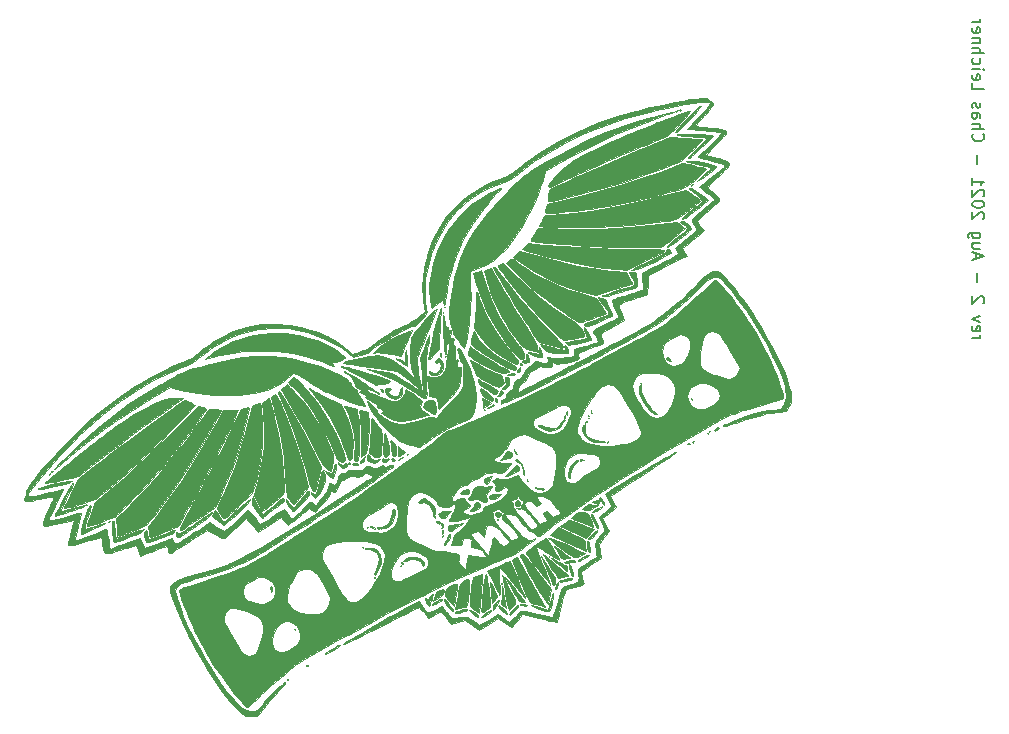
<source format=gbr>
G04 #@! TF.GenerationSoftware,KiCad,Pcbnew,5.1.5+dfsg1-2build2*
G04 #@! TF.CreationDate,2021-08-29T19:27:31-07:00*
G04 #@! TF.ProjectId,Telemetry Board,54656c65-6d65-4747-9279-20426f617264,rev?*
G04 #@! TF.SameCoordinates,Original*
G04 #@! TF.FileFunction,Legend,Bot*
G04 #@! TF.FilePolarity,Positive*
%FSLAX46Y46*%
G04 Gerber Fmt 4.6, Leading zero omitted, Abs format (unit mm)*
G04 Created by KiCad (PCBNEW 5.1.5+dfsg1-2build2) date 2021-08-29 19:27:31*
%MOMM*%
%LPD*%
G04 APERTURE LIST*
%ADD10C,0.150000*%
%ADD11C,0.010000*%
G04 APERTURE END LIST*
D10*
X211002619Y-96256380D02*
X211669285Y-96256380D01*
X211478809Y-96256380D02*
X211574047Y-96208761D01*
X211621666Y-96161142D01*
X211669285Y-96065904D01*
X211669285Y-95970666D01*
X211050238Y-95256380D02*
X211002619Y-95351619D01*
X211002619Y-95542095D01*
X211050238Y-95637333D01*
X211145476Y-95684952D01*
X211526428Y-95684952D01*
X211621666Y-95637333D01*
X211669285Y-95542095D01*
X211669285Y-95351619D01*
X211621666Y-95256380D01*
X211526428Y-95208761D01*
X211431190Y-95208761D01*
X211335952Y-95684952D01*
X211669285Y-94875428D02*
X211002619Y-94637333D01*
X211669285Y-94399238D01*
X211907380Y-93304000D02*
X211955000Y-93256380D01*
X212002619Y-93161142D01*
X212002619Y-92923047D01*
X211955000Y-92827809D01*
X211907380Y-92780190D01*
X211812142Y-92732571D01*
X211716904Y-92732571D01*
X211574047Y-92780190D01*
X211002619Y-93351619D01*
X211002619Y-92732571D01*
X211383571Y-91542095D02*
X211383571Y-90780190D01*
X211288333Y-89589714D02*
X211288333Y-89113523D01*
X211002619Y-89684952D02*
X212002619Y-89351619D01*
X211002619Y-89018285D01*
X211669285Y-88256380D02*
X211002619Y-88256380D01*
X211669285Y-88684952D02*
X211145476Y-88684952D01*
X211050238Y-88637333D01*
X211002619Y-88542095D01*
X211002619Y-88399238D01*
X211050238Y-88304000D01*
X211097857Y-88256380D01*
X211669285Y-87351619D02*
X210859761Y-87351619D01*
X210764523Y-87399238D01*
X210716904Y-87446857D01*
X210669285Y-87542095D01*
X210669285Y-87684952D01*
X210716904Y-87780190D01*
X211050238Y-87351619D02*
X211002619Y-87446857D01*
X211002619Y-87637333D01*
X211050238Y-87732571D01*
X211097857Y-87780190D01*
X211193095Y-87827809D01*
X211478809Y-87827809D01*
X211574047Y-87780190D01*
X211621666Y-87732571D01*
X211669285Y-87637333D01*
X211669285Y-87446857D01*
X211621666Y-87351619D01*
X211907380Y-86161142D02*
X211955000Y-86113523D01*
X212002619Y-86018285D01*
X212002619Y-85780190D01*
X211955000Y-85684952D01*
X211907380Y-85637333D01*
X211812142Y-85589714D01*
X211716904Y-85589714D01*
X211574047Y-85637333D01*
X211002619Y-86208761D01*
X211002619Y-85589714D01*
X212002619Y-84970666D02*
X212002619Y-84875428D01*
X211955000Y-84780190D01*
X211907380Y-84732571D01*
X211812142Y-84684952D01*
X211621666Y-84637333D01*
X211383571Y-84637333D01*
X211193095Y-84684952D01*
X211097857Y-84732571D01*
X211050238Y-84780190D01*
X211002619Y-84875428D01*
X211002619Y-84970666D01*
X211050238Y-85065904D01*
X211097857Y-85113523D01*
X211193095Y-85161142D01*
X211383571Y-85208761D01*
X211621666Y-85208761D01*
X211812142Y-85161142D01*
X211907380Y-85113523D01*
X211955000Y-85065904D01*
X212002619Y-84970666D01*
X211907380Y-84256380D02*
X211955000Y-84208761D01*
X212002619Y-84113523D01*
X212002619Y-83875428D01*
X211955000Y-83780190D01*
X211907380Y-83732571D01*
X211812142Y-83684952D01*
X211716904Y-83684952D01*
X211574047Y-83732571D01*
X211002619Y-84304000D01*
X211002619Y-83684952D01*
X211002619Y-82732571D02*
X211002619Y-83304000D01*
X211002619Y-83018285D02*
X212002619Y-83018285D01*
X211859761Y-83113523D01*
X211764523Y-83208761D01*
X211716904Y-83304000D01*
X211383571Y-81542095D02*
X211383571Y-80780190D01*
X211097857Y-78970666D02*
X211050238Y-79018285D01*
X211002619Y-79161142D01*
X211002619Y-79256380D01*
X211050238Y-79399238D01*
X211145476Y-79494476D01*
X211240714Y-79542095D01*
X211431190Y-79589714D01*
X211574047Y-79589714D01*
X211764523Y-79542095D01*
X211859761Y-79494476D01*
X211955000Y-79399238D01*
X212002619Y-79256380D01*
X212002619Y-79161142D01*
X211955000Y-79018285D01*
X211907380Y-78970666D01*
X211002619Y-78542095D02*
X212002619Y-78542095D01*
X211002619Y-78113523D02*
X211526428Y-78113523D01*
X211621666Y-78161142D01*
X211669285Y-78256380D01*
X211669285Y-78399238D01*
X211621666Y-78494476D01*
X211574047Y-78542095D01*
X211002619Y-77208761D02*
X211526428Y-77208761D01*
X211621666Y-77256380D01*
X211669285Y-77351619D01*
X211669285Y-77542095D01*
X211621666Y-77637333D01*
X211050238Y-77208761D02*
X211002619Y-77304000D01*
X211002619Y-77542095D01*
X211050238Y-77637333D01*
X211145476Y-77684952D01*
X211240714Y-77684952D01*
X211335952Y-77637333D01*
X211383571Y-77542095D01*
X211383571Y-77304000D01*
X211431190Y-77208761D01*
X211050238Y-76780190D02*
X211002619Y-76684952D01*
X211002619Y-76494476D01*
X211050238Y-76399238D01*
X211145476Y-76351619D01*
X211193095Y-76351619D01*
X211288333Y-76399238D01*
X211335952Y-76494476D01*
X211335952Y-76637333D01*
X211383571Y-76732571D01*
X211478809Y-76780190D01*
X211526428Y-76780190D01*
X211621666Y-76732571D01*
X211669285Y-76637333D01*
X211669285Y-76494476D01*
X211621666Y-76399238D01*
X211002619Y-74684952D02*
X211002619Y-75161142D01*
X212002619Y-75161142D01*
X211050238Y-73970666D02*
X211002619Y-74065904D01*
X211002619Y-74256380D01*
X211050238Y-74351619D01*
X211145476Y-74399238D01*
X211526428Y-74399238D01*
X211621666Y-74351619D01*
X211669285Y-74256380D01*
X211669285Y-74065904D01*
X211621666Y-73970666D01*
X211526428Y-73923047D01*
X211431190Y-73923047D01*
X211335952Y-74399238D01*
X211002619Y-73494476D02*
X211669285Y-73494476D01*
X212002619Y-73494476D02*
X211955000Y-73542095D01*
X211907380Y-73494476D01*
X211955000Y-73446857D01*
X212002619Y-73494476D01*
X211907380Y-73494476D01*
X211050238Y-72589714D02*
X211002619Y-72684952D01*
X211002619Y-72875428D01*
X211050238Y-72970666D01*
X211097857Y-73018285D01*
X211193095Y-73065904D01*
X211478809Y-73065904D01*
X211574047Y-73018285D01*
X211621666Y-72970666D01*
X211669285Y-72875428D01*
X211669285Y-72684952D01*
X211621666Y-72589714D01*
X211002619Y-72161142D02*
X212002619Y-72161142D01*
X211002619Y-71732571D02*
X211526428Y-71732571D01*
X211621666Y-71780190D01*
X211669285Y-71875428D01*
X211669285Y-72018285D01*
X211621666Y-72113523D01*
X211574047Y-72161142D01*
X211669285Y-71256380D02*
X211002619Y-71256380D01*
X211574047Y-71256380D02*
X211621666Y-71208761D01*
X211669285Y-71113523D01*
X211669285Y-70970666D01*
X211621666Y-70875428D01*
X211526428Y-70827809D01*
X211002619Y-70827809D01*
X211050238Y-69970666D02*
X211002619Y-70065904D01*
X211002619Y-70256380D01*
X211050238Y-70351619D01*
X211145476Y-70399238D01*
X211526428Y-70399238D01*
X211621666Y-70351619D01*
X211669285Y-70256380D01*
X211669285Y-70065904D01*
X211621666Y-69970666D01*
X211526428Y-69923047D01*
X211431190Y-69923047D01*
X211335952Y-70399238D01*
X211002619Y-69494476D02*
X211669285Y-69494476D01*
X211478809Y-69494476D02*
X211574047Y-69446857D01*
X211621666Y-69399238D01*
X211669285Y-69304000D01*
X211669285Y-69208761D01*
D11*
G36*
X159736967Y-112294729D02*
G01*
X159794795Y-112310224D01*
X159810290Y-112252396D01*
X159752461Y-112236901D01*
X159736967Y-112294729D01*
G37*
X159736967Y-112294729D02*
X159794795Y-112310224D01*
X159810290Y-112252396D01*
X159752461Y-112236901D01*
X159736967Y-112294729D01*
G36*
X160023358Y-112229633D02*
G01*
X160094991Y-112259111D01*
X160267829Y-112311316D01*
X160315316Y-112283239D01*
X160309091Y-112269677D01*
X160223646Y-112237401D01*
X160106691Y-112215445D01*
X159983228Y-112202175D01*
X160023358Y-112229633D01*
G37*
X160023358Y-112229633D02*
X160094991Y-112259111D01*
X160267829Y-112311316D01*
X160315316Y-112283239D01*
X160309091Y-112269677D01*
X160223646Y-112237401D01*
X160106691Y-112215445D01*
X159983228Y-112202175D01*
X160023358Y-112229633D01*
G36*
X160388574Y-112407347D02*
G01*
X160446402Y-112422841D01*
X160461897Y-112365014D01*
X160404069Y-112349519D01*
X160388574Y-112407347D01*
G37*
X160388574Y-112407347D02*
X160446402Y-112422841D01*
X160461897Y-112365014D01*
X160404069Y-112349519D01*
X160388574Y-112407347D01*
G36*
X161960885Y-110773538D02*
G01*
X161901146Y-110979224D01*
X161867963Y-111124979D01*
X161789554Y-111430648D01*
X161702658Y-111689992D01*
X161642883Y-111817076D01*
X161400981Y-112057846D01*
X161064035Y-112220624D01*
X160795354Y-112269104D01*
X160614028Y-112283882D01*
X160572079Y-112315472D01*
X160623126Y-112367978D01*
X160735505Y-112403262D01*
X160771476Y-112375476D01*
X160840967Y-112354626D01*
X160861025Y-112378989D01*
X160932512Y-112404338D01*
X160951487Y-112380803D01*
X161036717Y-112341599D01*
X161058273Y-112354094D01*
X161197820Y-112373500D01*
X161404247Y-112302503D01*
X161623391Y-112169118D01*
X161801094Y-112001366D01*
X161836330Y-111951600D01*
X161839775Y-111944259D01*
X161479616Y-112152197D01*
X161494718Y-112201600D01*
X161458956Y-112229302D01*
X161383114Y-112237319D01*
X161381851Y-112208642D01*
X161463803Y-112149626D01*
X161479616Y-112152197D01*
X161839775Y-111944259D01*
X161960726Y-111686541D01*
X162052185Y-111371067D01*
X162099392Y-111064168D01*
X162091032Y-110824835D01*
X162065936Y-110754568D01*
X162012160Y-110705493D01*
X161960885Y-110773538D01*
G37*
X161960885Y-110773538D02*
X161901146Y-110979224D01*
X161867963Y-111124979D01*
X161789554Y-111430648D01*
X161702658Y-111689992D01*
X161642883Y-111817076D01*
X161400981Y-112057846D01*
X161064035Y-112220624D01*
X160795354Y-112269104D01*
X160614028Y-112283882D01*
X160572079Y-112315472D01*
X160623126Y-112367978D01*
X160735505Y-112403262D01*
X160771476Y-112375476D01*
X160840967Y-112354626D01*
X160861025Y-112378989D01*
X160932512Y-112404338D01*
X160951487Y-112380803D01*
X161036717Y-112341599D01*
X161058273Y-112354094D01*
X161197820Y-112373500D01*
X161404247Y-112302503D01*
X161623391Y-112169118D01*
X161801094Y-112001366D01*
X161836330Y-111951600D01*
X161839775Y-111944259D01*
X161479616Y-112152197D01*
X161494718Y-112201600D01*
X161458956Y-112229302D01*
X161383114Y-112237319D01*
X161381851Y-112208642D01*
X161463803Y-112149626D01*
X161479616Y-112152197D01*
X161839775Y-111944259D01*
X161960726Y-111686541D01*
X162052185Y-111371067D01*
X162099392Y-111064168D01*
X162091032Y-110824835D01*
X162065936Y-110754568D01*
X162012160Y-110705493D01*
X161960885Y-110773538D01*
G36*
X176655071Y-102468716D02*
G01*
X176639393Y-102589437D01*
X176647846Y-102745682D01*
X176679925Y-102737563D01*
X176717472Y-102586431D01*
X176719337Y-102445543D01*
X176695926Y-102407788D01*
X176655071Y-102468716D01*
G37*
X176655071Y-102468716D02*
X176639393Y-102589437D01*
X176647846Y-102745682D01*
X176679925Y-102737563D01*
X176717472Y-102586431D01*
X176719337Y-102445543D01*
X176695926Y-102407788D01*
X176655071Y-102468716D01*
G36*
X176492979Y-102797969D02*
G01*
X176463499Y-102869601D01*
X176411296Y-103042440D01*
X176439372Y-103089926D01*
X176452934Y-103083702D01*
X176485211Y-102998256D01*
X176507167Y-102881302D01*
X176520437Y-102757839D01*
X176492979Y-102797969D01*
G37*
X176492979Y-102797969D02*
X176463499Y-102869601D01*
X176411296Y-103042440D01*
X176439372Y-103089926D01*
X176452934Y-103083702D01*
X176485211Y-102998256D01*
X176507167Y-102881302D01*
X176520437Y-102757839D01*
X176492979Y-102797969D01*
G36*
X174235989Y-103709908D02*
G01*
X174365531Y-103815935D01*
X174650185Y-103953892D01*
X174685881Y-103968261D01*
X175182986Y-104103232D01*
X175610008Y-104085256D01*
X175970288Y-103913969D01*
X176081812Y-103817166D01*
X176154512Y-103691890D01*
X176149040Y-103637275D01*
X176171894Y-103572384D01*
X176206799Y-103567984D01*
X176269497Y-103520791D01*
X176258957Y-103488989D01*
X176276015Y-103415386D01*
X176311113Y-103409993D01*
X176373810Y-103362800D01*
X176363270Y-103330999D01*
X176383693Y-103259959D01*
X176430798Y-103252464D01*
X176485978Y-103232120D01*
X176444786Y-103201634D01*
X176341306Y-103206260D01*
X176217239Y-103345844D01*
X176195092Y-103379572D01*
X176054885Y-103564083D01*
X175928315Y-103679885D01*
X175869839Y-103760052D01*
X175898434Y-103795373D01*
X175915568Y-103835655D01*
X175803958Y-103855939D01*
X175602788Y-103858033D01*
X175351236Y-103843740D01*
X175088483Y-103814867D01*
X174853711Y-103773220D01*
X174740053Y-103742000D01*
X174427048Y-103657078D01*
X174257761Y-103651668D01*
X174235989Y-103709908D01*
G37*
X174235989Y-103709908D02*
X174365531Y-103815935D01*
X174650185Y-103953892D01*
X174685881Y-103968261D01*
X175182986Y-104103232D01*
X175610008Y-104085256D01*
X175970288Y-103913969D01*
X176081812Y-103817166D01*
X176154512Y-103691890D01*
X176149040Y-103637275D01*
X176171894Y-103572384D01*
X176206799Y-103567984D01*
X176269497Y-103520791D01*
X176258957Y-103488989D01*
X176276015Y-103415386D01*
X176311113Y-103409993D01*
X176373810Y-103362800D01*
X176363270Y-103330999D01*
X176383693Y-103259959D01*
X176430798Y-103252464D01*
X176485978Y-103232120D01*
X176444786Y-103201634D01*
X176341306Y-103206260D01*
X176217239Y-103345844D01*
X176195092Y-103379572D01*
X176054885Y-103564083D01*
X175928315Y-103679885D01*
X175869839Y-103760052D01*
X175898434Y-103795373D01*
X175915568Y-103835655D01*
X175803958Y-103855939D01*
X175602788Y-103858033D01*
X175351236Y-103843740D01*
X175088483Y-103814867D01*
X174853711Y-103773220D01*
X174740053Y-103742000D01*
X174427048Y-103657078D01*
X174257761Y-103651668D01*
X174235989Y-103709908D01*
G36*
X151567996Y-117432266D02*
G01*
X151601493Y-117625321D01*
X151654704Y-117723862D01*
X151710586Y-117708003D01*
X151727173Y-117573417D01*
X151693675Y-117380362D01*
X151640465Y-117281822D01*
X151584582Y-117297681D01*
X151567996Y-117432266D01*
G37*
X151567996Y-117432266D02*
X151601493Y-117625321D01*
X151654704Y-117723862D01*
X151710586Y-117708003D01*
X151727173Y-117573417D01*
X151693675Y-117380362D01*
X151640465Y-117281822D01*
X151584582Y-117297681D01*
X151567996Y-117432266D01*
G36*
X185101949Y-97963151D02*
G01*
X185191157Y-98079823D01*
X185374498Y-98183002D01*
X185510539Y-98229039D01*
X185506638Y-98190900D01*
X185425164Y-98099112D01*
X185301194Y-97957752D01*
X185245477Y-97885119D01*
X185157167Y-97864755D01*
X185139402Y-97873038D01*
X185101949Y-97963151D01*
G37*
X185101949Y-97963151D02*
X185191157Y-98079823D01*
X185374498Y-98183002D01*
X185510539Y-98229039D01*
X185506638Y-98190900D01*
X185425164Y-98099112D01*
X185301194Y-97957752D01*
X185245477Y-97885119D01*
X185157167Y-97864755D01*
X185139402Y-97873038D01*
X185101949Y-97963151D01*
G36*
X182904052Y-100087045D02*
G01*
X182918533Y-100122379D01*
X182911714Y-100202750D01*
X182878899Y-100209506D01*
X182793301Y-100280213D01*
X182752474Y-100467130D01*
X182757824Y-100722780D01*
X182810757Y-100999688D01*
X182851876Y-101122160D01*
X183009216Y-101445185D01*
X183227380Y-101793448D01*
X183477544Y-102130550D01*
X183730888Y-102420090D01*
X183958588Y-102625667D01*
X184106054Y-102706085D01*
X184261312Y-102728836D01*
X184305798Y-102695024D01*
X184303677Y-102690853D01*
X184210295Y-102590313D01*
X184038574Y-102444166D01*
X183995635Y-102410833D01*
X183828611Y-102240183D01*
X183619973Y-101967053D01*
X183398757Y-101637362D01*
X183193999Y-101297031D01*
X183034737Y-100991981D01*
X182950006Y-100768133D01*
X182946766Y-100752073D01*
X182941189Y-100536945D01*
X182968620Y-100324342D01*
X182983490Y-100142841D01*
X182945373Y-100053634D01*
X182944206Y-100053290D01*
X182904052Y-100087045D01*
G37*
X182904052Y-100087045D02*
X182918533Y-100122379D01*
X182911714Y-100202750D01*
X182878899Y-100209506D01*
X182793301Y-100280213D01*
X182752474Y-100467130D01*
X182757824Y-100722780D01*
X182810757Y-100999688D01*
X182851876Y-101122160D01*
X183009216Y-101445185D01*
X183227380Y-101793448D01*
X183477544Y-102130550D01*
X183730888Y-102420090D01*
X183958588Y-102625667D01*
X184106054Y-102706085D01*
X184261312Y-102728836D01*
X184305798Y-102695024D01*
X184303677Y-102690853D01*
X184210295Y-102590313D01*
X184038574Y-102444166D01*
X183995635Y-102410833D01*
X183828611Y-102240183D01*
X183619973Y-101967053D01*
X183398757Y-101637362D01*
X183193999Y-101297031D01*
X183034737Y-100991981D01*
X182950006Y-100768133D01*
X182946766Y-100752073D01*
X182941189Y-100536945D01*
X182968620Y-100324342D01*
X182983490Y-100142841D01*
X182945373Y-100053634D01*
X182944206Y-100053290D01*
X182904052Y-100087045D01*
G36*
X171444972Y-106071266D02*
G01*
X171388115Y-106194846D01*
X171254323Y-106360655D01*
X171245137Y-106370134D01*
X171048236Y-106571091D01*
X171389557Y-106532713D01*
X171760271Y-106455631D01*
X171986563Y-106327234D01*
X172059208Y-106153424D01*
X172053285Y-106107972D01*
X171956825Y-105938345D01*
X171864420Y-105874838D01*
X171675901Y-105866279D01*
X171511189Y-105947141D01*
X171444972Y-106071266D01*
G37*
X171444972Y-106071266D02*
X171388115Y-106194846D01*
X171254323Y-106360655D01*
X171245137Y-106370134D01*
X171048236Y-106571091D01*
X171389557Y-106532713D01*
X171760271Y-106455631D01*
X171986563Y-106327234D01*
X172059208Y-106153424D01*
X172053285Y-106107972D01*
X171956825Y-105938345D01*
X171864420Y-105874838D01*
X171675901Y-105866279D01*
X171511189Y-105947141D01*
X171444972Y-106071266D01*
G36*
X172194825Y-105713210D02*
G01*
X172306053Y-105933877D01*
X172385325Y-106043166D01*
X172423519Y-106067444D01*
X172381836Y-105968680D01*
X172321851Y-105859842D01*
X172224570Y-105704557D01*
X172184812Y-105669466D01*
X172194825Y-105713210D01*
G37*
X172194825Y-105713210D02*
X172306053Y-105933877D01*
X172385325Y-106043166D01*
X172423519Y-106067444D01*
X172381836Y-105968680D01*
X172321851Y-105859842D01*
X172224570Y-105704557D01*
X172184812Y-105669466D01*
X172194825Y-105713210D01*
G36*
X167731909Y-109303603D02*
G01*
X167663794Y-109390717D01*
X167744479Y-109447361D01*
X167915535Y-109484759D01*
X168184225Y-109489237D01*
X168363285Y-109410893D01*
X168423398Y-109270041D01*
X168386912Y-109158209D01*
X168307930Y-109052988D01*
X168209765Y-109038206D01*
X168040524Y-109114718D01*
X167951124Y-109165400D01*
X167731909Y-109303603D01*
G37*
X167731909Y-109303603D02*
X167663794Y-109390717D01*
X167744479Y-109447361D01*
X167915535Y-109484759D01*
X168184225Y-109489237D01*
X168363285Y-109410893D01*
X168423398Y-109270041D01*
X168386912Y-109158209D01*
X168307930Y-109052988D01*
X168209765Y-109038206D01*
X168040524Y-109114718D01*
X167951124Y-109165400D01*
X167731909Y-109303603D01*
G36*
X169620180Y-108296873D02*
G01*
X169663092Y-108465074D01*
X169677729Y-108484844D01*
X169828542Y-108590187D01*
X169982909Y-108526278D01*
X170140865Y-108293096D01*
X170174641Y-108222298D01*
X170317236Y-107908263D01*
X170028293Y-108009873D01*
X169741043Y-108146321D01*
X169620180Y-108296873D01*
G37*
X169620180Y-108296873D02*
X169663092Y-108465074D01*
X169677729Y-108484844D01*
X169828542Y-108590187D01*
X169982909Y-108526278D01*
X170140865Y-108293096D01*
X170174641Y-108222298D01*
X170317236Y-107908263D01*
X170028293Y-108009873D01*
X169741043Y-108146321D01*
X169620180Y-108296873D01*
G36*
X172261820Y-107106559D02*
G01*
X172089823Y-107278791D01*
X171979714Y-107414875D01*
X171792888Y-107643812D01*
X171617158Y-107824547D01*
X171543312Y-107883311D01*
X171432886Y-107958017D01*
X171463066Y-107968410D01*
X171595019Y-107941478D01*
X171791116Y-107874956D01*
X172043127Y-107759091D01*
X172302224Y-107620577D01*
X172519581Y-107486112D01*
X172646369Y-107382392D01*
X172660100Y-107359142D01*
X172633413Y-107199417D01*
X172515683Y-107066093D01*
X172386750Y-107030158D01*
X172261820Y-107106559D01*
G37*
X172261820Y-107106559D02*
X172089823Y-107278791D01*
X171979714Y-107414875D01*
X171792888Y-107643812D01*
X171617158Y-107824547D01*
X171543312Y-107883311D01*
X171432886Y-107958017D01*
X171463066Y-107968410D01*
X171595019Y-107941478D01*
X171791116Y-107874956D01*
X172043127Y-107759091D01*
X172302224Y-107620577D01*
X172519581Y-107486112D01*
X172646369Y-107382392D01*
X172660100Y-107359142D01*
X172633413Y-107199417D01*
X172515683Y-107066093D01*
X172386750Y-107030158D01*
X172261820Y-107106559D01*
G36*
X172312814Y-106573408D02*
G01*
X172364603Y-106660568D01*
X172489243Y-106723503D01*
X172706932Y-106872110D01*
X172871461Y-107126803D01*
X172946169Y-107425140D01*
X172946360Y-107502090D01*
X172965654Y-107714618D01*
X173023039Y-107846568D01*
X173066336Y-107834948D01*
X173073910Y-107688635D01*
X173060977Y-107559591D01*
X172993531Y-107255121D01*
X172890277Y-106973952D01*
X172858228Y-106912088D01*
X172717417Y-106728785D01*
X172551573Y-106591405D01*
X172403761Y-106526688D01*
X172317047Y-106561377D01*
X172312814Y-106573408D01*
G37*
X172312814Y-106573408D02*
X172364603Y-106660568D01*
X172489243Y-106723503D01*
X172706932Y-106872110D01*
X172871461Y-107126803D01*
X172946169Y-107425140D01*
X172946360Y-107502090D01*
X172965654Y-107714618D01*
X173023039Y-107846568D01*
X173066336Y-107834948D01*
X173073910Y-107688635D01*
X173060977Y-107559591D01*
X172993531Y-107255121D01*
X172890277Y-106973952D01*
X172858228Y-106912088D01*
X172717417Y-106728785D01*
X172551573Y-106591405D01*
X172403761Y-106526688D01*
X172317047Y-106561377D01*
X172312814Y-106573408D01*
G36*
X168738046Y-109157204D02*
G01*
X168678935Y-109342213D01*
X168595295Y-109579488D01*
X168490779Y-109705346D01*
X168466254Y-109713687D01*
X168348691Y-109784930D01*
X168331863Y-109834014D01*
X168396891Y-109950252D01*
X168560915Y-109996346D01*
X168764080Y-109960805D01*
X168829027Y-109929483D01*
X169095507Y-109864480D01*
X169364627Y-109943571D01*
X169515697Y-110070739D01*
X169679795Y-110149663D01*
X169804769Y-110130613D01*
X169922873Y-110047413D01*
X169898647Y-109915808D01*
X169878931Y-109879795D01*
X169815493Y-109697079D01*
X169857208Y-109508738D01*
X170017032Y-109274090D01*
X170104180Y-109172469D01*
X170255324Y-108966088D01*
X170306851Y-108817461D01*
X170259018Y-108752666D01*
X170112087Y-108797784D01*
X170100526Y-108804324D01*
X169885423Y-108855661D01*
X169601439Y-108831563D01*
X169561608Y-108822175D01*
X169197791Y-108790102D01*
X168922843Y-108902030D01*
X168738046Y-109157204D01*
G37*
X168738046Y-109157204D02*
X168678935Y-109342213D01*
X168595295Y-109579488D01*
X168490779Y-109705346D01*
X168466254Y-109713687D01*
X168348691Y-109784930D01*
X168331863Y-109834014D01*
X168396891Y-109950252D01*
X168560915Y-109996346D01*
X168764080Y-109960805D01*
X168829027Y-109929483D01*
X169095507Y-109864480D01*
X169364627Y-109943571D01*
X169515697Y-110070739D01*
X169679795Y-110149663D01*
X169804769Y-110130613D01*
X169922873Y-110047413D01*
X169898647Y-109915808D01*
X169878931Y-109879795D01*
X169815493Y-109697079D01*
X169857208Y-109508738D01*
X170017032Y-109274090D01*
X170104180Y-109172469D01*
X170255324Y-108966088D01*
X170306851Y-108817461D01*
X170259018Y-108752666D01*
X170112087Y-108797784D01*
X170100526Y-108804324D01*
X169885423Y-108855661D01*
X169601439Y-108831563D01*
X169561608Y-108822175D01*
X169197791Y-108790102D01*
X168922843Y-108902030D01*
X168738046Y-109157204D01*
G36*
X168894638Y-110239591D02*
G01*
X168782132Y-110422379D01*
X168774663Y-110440336D01*
X168656178Y-110654641D01*
X168518835Y-110800711D01*
X168516377Y-110802284D01*
X168439455Y-110863845D01*
X168497200Y-110881393D01*
X168642849Y-110871503D01*
X168975973Y-110796907D01*
X169220161Y-110657109D01*
X169336418Y-110474748D01*
X169337657Y-110468069D01*
X169299269Y-110276021D01*
X169146934Y-110161380D01*
X169015048Y-110152685D01*
X168894638Y-110239591D01*
G37*
X168894638Y-110239591D02*
X168782132Y-110422379D01*
X168774663Y-110440336D01*
X168656178Y-110654641D01*
X168518835Y-110800711D01*
X168516377Y-110802284D01*
X168439455Y-110863845D01*
X168497200Y-110881393D01*
X168642849Y-110871503D01*
X168975973Y-110796907D01*
X169220161Y-110657109D01*
X169336418Y-110474748D01*
X169337657Y-110468069D01*
X169299269Y-110276021D01*
X169146934Y-110161380D01*
X169015048Y-110152685D01*
X168894638Y-110239591D01*
G36*
X170123624Y-109657452D02*
G01*
X170119343Y-109736361D01*
X170207797Y-109859818D01*
X170387889Y-109896323D01*
X170612744Y-109856337D01*
X170835491Y-109750321D01*
X171009259Y-109588734D01*
X171045500Y-109529683D01*
X171079897Y-109434088D01*
X171001313Y-109459241D01*
X170984766Y-109468480D01*
X170810452Y-109498087D01*
X170644854Y-109467702D01*
X170421731Y-109446478D01*
X170229509Y-109519175D01*
X170123624Y-109657452D01*
G37*
X170123624Y-109657452D02*
X170119343Y-109736361D01*
X170207797Y-109859818D01*
X170387889Y-109896323D01*
X170612744Y-109856337D01*
X170835491Y-109750321D01*
X171009259Y-109588734D01*
X171045500Y-109529683D01*
X171079897Y-109434088D01*
X171001313Y-109459241D01*
X170984766Y-109468480D01*
X170810452Y-109498087D01*
X170644854Y-109467702D01*
X170421731Y-109446478D01*
X170229509Y-109519175D01*
X170123624Y-109657452D01*
G36*
X173260502Y-108232520D02*
G01*
X173317923Y-108352163D01*
X173347430Y-108369715D01*
X173368131Y-108328606D01*
X173330378Y-108251244D01*
X173267300Y-108183344D01*
X173260502Y-108232520D01*
G37*
X173260502Y-108232520D02*
X173317923Y-108352163D01*
X173347430Y-108369715D01*
X173368131Y-108328606D01*
X173330378Y-108251244D01*
X173267300Y-108183344D01*
X173260502Y-108232520D01*
G36*
X174016838Y-108971140D02*
G01*
X174197704Y-109022948D01*
X174457652Y-109072403D01*
X174654250Y-109084897D01*
X174715150Y-109072523D01*
X174702055Y-109026916D01*
X174558309Y-108977218D01*
X174481506Y-108961689D01*
X174194454Y-108920589D01*
X174009897Y-108910931D01*
X173944978Y-108929015D01*
X174016838Y-108971140D01*
G37*
X174016838Y-108971140D02*
X174197704Y-109022948D01*
X174457652Y-109072403D01*
X174654250Y-109084897D01*
X174715150Y-109072523D01*
X174702055Y-109026916D01*
X174558309Y-108977218D01*
X174481506Y-108961689D01*
X174194454Y-108920589D01*
X174009897Y-108910931D01*
X173944978Y-108929015D01*
X174016838Y-108971140D01*
G36*
X159345438Y-113987249D02*
G01*
X159403266Y-114002743D01*
X159418761Y-113944915D01*
X159360933Y-113929419D01*
X159345438Y-113987249D01*
G37*
X159345438Y-113987249D02*
X159403266Y-114002743D01*
X159418761Y-113944915D01*
X159360933Y-113929419D01*
X159345438Y-113987249D01*
G36*
X159550081Y-114079420D02*
G01*
X159574782Y-114114335D01*
X159665484Y-114121077D01*
X159675347Y-114105340D01*
X159756297Y-114088084D01*
X159935374Y-114123686D01*
X160156778Y-114194426D01*
X160364712Y-114282587D01*
X160499856Y-114367161D01*
X160684764Y-114624544D01*
X160749873Y-114958370D01*
X160694705Y-115381119D01*
X160518779Y-115905272D01*
X160433081Y-116104994D01*
X160368408Y-116279245D01*
X160393041Y-116325271D01*
X160436551Y-116306527D01*
X160536842Y-116183278D01*
X160544304Y-116114524D01*
X160576890Y-116009871D01*
X160615222Y-115998306D01*
X160681210Y-115933564D01*
X160682874Y-115861482D01*
X160683901Y-115854132D01*
X160635085Y-115882316D01*
X160619589Y-115940144D01*
X160561761Y-115924649D01*
X160577256Y-115866820D01*
X160635085Y-115882316D01*
X160683901Y-115854132D01*
X160699420Y-115743189D01*
X160734059Y-115724166D01*
X160796262Y-115651353D01*
X160825535Y-115576829D01*
X160770389Y-115608668D01*
X160754893Y-115666498D01*
X160697065Y-115651002D01*
X160712560Y-115593174D01*
X160770389Y-115608668D01*
X160825535Y-115576829D01*
X160869672Y-115464467D01*
X160901777Y-115350605D01*
X160942857Y-115021714D01*
X160875673Y-114703162D01*
X160829200Y-114586075D01*
X160709074Y-114340218D01*
X160582918Y-114197800D01*
X160393680Y-114100797D01*
X160327740Y-114076086D01*
X160131986Y-114021958D01*
X160070369Y-114057532D01*
X160054874Y-114115360D01*
X159997045Y-114099866D01*
X160012541Y-114042037D01*
X160070369Y-114057532D01*
X160131986Y-114021958D01*
X160113571Y-114016866D01*
X159974966Y-114012808D01*
X159954441Y-114027046D01*
X159870210Y-114050891D01*
X159837558Y-114030008D01*
X159700470Y-113997128D01*
X159624252Y-114014487D01*
X159550081Y-114079420D01*
G37*
X159550081Y-114079420D02*
X159574782Y-114114335D01*
X159665484Y-114121077D01*
X159675347Y-114105340D01*
X159756297Y-114088084D01*
X159935374Y-114123686D01*
X160156778Y-114194426D01*
X160364712Y-114282587D01*
X160499856Y-114367161D01*
X160684764Y-114624544D01*
X160749873Y-114958370D01*
X160694705Y-115381119D01*
X160518779Y-115905272D01*
X160433081Y-116104994D01*
X160368408Y-116279245D01*
X160393041Y-116325271D01*
X160436551Y-116306527D01*
X160536842Y-116183278D01*
X160544304Y-116114524D01*
X160576890Y-116009871D01*
X160615222Y-115998306D01*
X160681210Y-115933564D01*
X160682874Y-115861482D01*
X160683901Y-115854132D01*
X160635085Y-115882316D01*
X160619589Y-115940144D01*
X160561761Y-115924649D01*
X160577256Y-115866820D01*
X160635085Y-115882316D01*
X160683901Y-115854132D01*
X160699420Y-115743189D01*
X160734059Y-115724166D01*
X160796262Y-115651353D01*
X160825535Y-115576829D01*
X160770389Y-115608668D01*
X160754893Y-115666498D01*
X160697065Y-115651002D01*
X160712560Y-115593174D01*
X160770389Y-115608668D01*
X160825535Y-115576829D01*
X160869672Y-115464467D01*
X160901777Y-115350605D01*
X160942857Y-115021714D01*
X160875673Y-114703162D01*
X160829200Y-114586075D01*
X160709074Y-114340218D01*
X160582918Y-114197800D01*
X160393680Y-114100797D01*
X160327740Y-114076086D01*
X160131986Y-114021958D01*
X160070369Y-114057532D01*
X160054874Y-114115360D01*
X159997045Y-114099866D01*
X160012541Y-114042037D01*
X160070369Y-114057532D01*
X160131986Y-114021958D01*
X160113571Y-114016866D01*
X159974966Y-114012808D01*
X159954441Y-114027046D01*
X159870210Y-114050891D01*
X159837558Y-114030008D01*
X159700470Y-113997128D01*
X159624252Y-114014487D01*
X159550081Y-114079420D01*
G36*
X160333487Y-116545266D02*
G01*
X160391315Y-116560761D01*
X160406811Y-116502933D01*
X160348982Y-116487438D01*
X160333487Y-116545266D01*
G37*
X160333487Y-116545266D02*
X160391315Y-116560761D01*
X160406811Y-116502933D01*
X160348982Y-116487438D01*
X160333487Y-116545266D01*
G36*
X178680151Y-102433287D02*
G01*
X178737979Y-102448782D01*
X178753474Y-102390954D01*
X178695646Y-102375459D01*
X178680151Y-102433287D01*
G37*
X178680151Y-102433287D02*
X178737979Y-102448782D01*
X178753474Y-102390954D01*
X178695646Y-102375459D01*
X178680151Y-102433287D01*
G36*
X178691494Y-102622268D02*
G01*
X178749323Y-102637763D01*
X178764818Y-102579934D01*
X178706989Y-102564440D01*
X178691494Y-102622268D01*
G37*
X178691494Y-102622268D02*
X178749323Y-102637763D01*
X178764818Y-102579934D01*
X178706989Y-102564440D01*
X178691494Y-102622268D01*
G36*
X178440533Y-102864925D02*
G01*
X178498362Y-102880419D01*
X178513857Y-102822591D01*
X178456029Y-102807096D01*
X178440533Y-102864925D01*
G37*
X178440533Y-102864925D02*
X178498362Y-102880419D01*
X178513857Y-102822591D01*
X178456029Y-102807096D01*
X178440533Y-102864925D01*
G36*
X178451877Y-103053905D02*
G01*
X178509705Y-103069400D01*
X178525200Y-103011572D01*
X178467372Y-102996077D01*
X178451877Y-103053905D01*
G37*
X178451877Y-103053905D02*
X178509705Y-103069400D01*
X178525200Y-103011572D01*
X178467372Y-102996077D01*
X178451877Y-103053905D01*
G36*
X178316574Y-103327552D02*
G01*
X178374402Y-103343047D01*
X178389896Y-103285219D01*
X178332068Y-103269723D01*
X178316574Y-103327552D01*
G37*
X178316574Y-103327552D02*
X178374402Y-103343047D01*
X178389896Y-103285219D01*
X178332068Y-103269723D01*
X178316574Y-103327552D01*
G36*
X178206158Y-103388630D02*
G01*
X178180422Y-103509679D01*
X178147996Y-103639961D01*
X178114300Y-103649152D01*
X178061787Y-103639512D01*
X178017449Y-103747966D01*
X177990228Y-103923278D01*
X177989068Y-104114209D01*
X178011348Y-104238965D01*
X178179442Y-104542339D01*
X178451486Y-104813367D01*
X178765037Y-104994049D01*
X178853179Y-105020885D01*
X179029907Y-105048386D01*
X179101717Y-105030756D01*
X179099219Y-105021802D01*
X179135059Y-105004280D01*
X179271051Y-105053836D01*
X179436551Y-105101589D01*
X179520752Y-105077461D01*
X179605884Y-105051737D01*
X179638708Y-105072505D01*
X179773196Y-105102214D01*
X179871038Y-105079452D01*
X179934388Y-105034958D01*
X179850744Y-105002834D01*
X179713419Y-104984960D01*
X179553250Y-104959908D01*
X179479220Y-105002649D01*
X179463725Y-105060477D01*
X179405896Y-105044983D01*
X179421392Y-104987153D01*
X179479220Y-105002649D01*
X179553250Y-104959908D01*
X179109987Y-104890581D01*
X178662140Y-104744876D01*
X178362365Y-104542051D01*
X178203152Y-104276318D01*
X178176989Y-103941881D01*
X178196314Y-103815247D01*
X178218722Y-103677341D01*
X178150279Y-103716856D01*
X178134784Y-103774684D01*
X178076956Y-103759190D01*
X178092451Y-103701360D01*
X178150279Y-103716856D01*
X178218722Y-103677341D01*
X178235867Y-103571834D01*
X178246897Y-103402053D01*
X178240153Y-103364522D01*
X178206158Y-103388630D01*
G37*
X178206158Y-103388630D02*
X178180422Y-103509679D01*
X178147996Y-103639961D01*
X178114300Y-103649152D01*
X178061787Y-103639512D01*
X178017449Y-103747966D01*
X177990228Y-103923278D01*
X177989068Y-104114209D01*
X178011348Y-104238965D01*
X178179442Y-104542339D01*
X178451486Y-104813367D01*
X178765037Y-104994049D01*
X178853179Y-105020885D01*
X179029907Y-105048386D01*
X179101717Y-105030756D01*
X179099219Y-105021802D01*
X179135059Y-105004280D01*
X179271051Y-105053836D01*
X179436551Y-105101589D01*
X179520752Y-105077461D01*
X179605884Y-105051737D01*
X179638708Y-105072505D01*
X179773196Y-105102214D01*
X179871038Y-105079452D01*
X179934388Y-105034958D01*
X179850744Y-105002834D01*
X179713419Y-104984960D01*
X179553250Y-104959908D01*
X179479220Y-105002649D01*
X179463725Y-105060477D01*
X179405896Y-105044983D01*
X179421392Y-104987153D01*
X179479220Y-105002649D01*
X179553250Y-104959908D01*
X179109987Y-104890581D01*
X178662140Y-104744876D01*
X178362365Y-104542051D01*
X178203152Y-104276318D01*
X178176989Y-103941881D01*
X178196314Y-103815247D01*
X178218722Y-103677341D01*
X178150279Y-103716856D01*
X178134784Y-103774684D01*
X178076956Y-103759190D01*
X178092451Y-103701360D01*
X178150279Y-103716856D01*
X178218722Y-103677341D01*
X178235867Y-103571834D01*
X178246897Y-103402053D01*
X178240153Y-103364522D01*
X178206158Y-103388630D01*
G36*
X180095781Y-105028400D02*
G01*
X180059690Y-105147676D01*
X180100343Y-105180797D01*
X180111005Y-105175593D01*
X180142955Y-105087706D01*
X180146783Y-105042067D01*
X180126458Y-104986902D01*
X180095781Y-105028400D01*
G37*
X180095781Y-105028400D02*
X180059690Y-105147676D01*
X180100343Y-105180797D01*
X180111005Y-105175593D01*
X180142955Y-105087706D01*
X180146783Y-105042067D01*
X180126458Y-104986902D01*
X180095781Y-105028400D01*
G36*
X162661276Y-115325839D02*
G01*
X162670015Y-115342918D01*
X162767090Y-115380880D01*
X162789999Y-115371410D01*
X162807856Y-115301207D01*
X162780000Y-115279418D01*
X162673726Y-115247509D01*
X162660016Y-115250926D01*
X162661276Y-115325839D01*
G37*
X162661276Y-115325839D02*
X162670015Y-115342918D01*
X162767090Y-115380880D01*
X162789999Y-115371410D01*
X162807856Y-115301207D01*
X162780000Y-115279418D01*
X162673726Y-115247509D01*
X162660016Y-115250926D01*
X162661276Y-115325839D01*
G36*
X162586868Y-115537570D02*
G01*
X162644696Y-115553065D01*
X162660191Y-115495237D01*
X162602363Y-115479742D01*
X162586868Y-115537570D01*
G37*
X162586868Y-115537570D02*
X162644696Y-115553065D01*
X162660191Y-115495237D01*
X162602363Y-115479742D01*
X162586868Y-115537570D01*
G36*
X162910168Y-115019195D02*
G01*
X162841086Y-115118015D01*
X162847652Y-115142594D01*
X162942106Y-115161028D01*
X163076935Y-115107983D01*
X163368045Y-115005368D01*
X163694803Y-114987961D01*
X164008270Y-115046326D01*
X164259500Y-115171031D01*
X164399552Y-115352642D01*
X164402902Y-115363551D01*
X164453156Y-115515671D01*
X164480439Y-115560891D01*
X164539533Y-115488822D01*
X164567127Y-115453812D01*
X164584981Y-115309876D01*
X164491725Y-115127150D01*
X164321233Y-114954337D01*
X164151078Y-114855588D01*
X163890411Y-114793696D01*
X163598265Y-114779767D01*
X163580005Y-114781053D01*
X163548370Y-114786918D01*
X163382083Y-114882924D01*
X163366588Y-114940752D01*
X163308760Y-114925257D01*
X163324255Y-114867428D01*
X163382083Y-114882924D01*
X163548370Y-114786918D01*
X163324968Y-114828332D01*
X163086576Y-114915173D01*
X162910168Y-115019195D01*
G37*
X162910168Y-115019195D02*
X162841086Y-115118015D01*
X162847652Y-115142594D01*
X162942106Y-115161028D01*
X163076935Y-115107983D01*
X163368045Y-115005368D01*
X163694803Y-114987961D01*
X164008270Y-115046326D01*
X164259500Y-115171031D01*
X164399552Y-115352642D01*
X164402902Y-115363551D01*
X164453156Y-115515671D01*
X164480439Y-115560891D01*
X164539533Y-115488822D01*
X164567127Y-115453812D01*
X164584981Y-115309876D01*
X164491725Y-115127150D01*
X164321233Y-114954337D01*
X164151078Y-114855588D01*
X163890411Y-114793696D01*
X163598265Y-114779767D01*
X163580005Y-114781053D01*
X163548370Y-114786918D01*
X163382083Y-114882924D01*
X163366588Y-114940752D01*
X163308760Y-114925257D01*
X163324255Y-114867428D01*
X163382083Y-114882924D01*
X163548370Y-114786918D01*
X163324968Y-114828332D01*
X163086576Y-114915173D01*
X162910168Y-115019195D01*
G36*
X177826810Y-106543257D02*
G01*
X177794901Y-106649531D01*
X177798318Y-106663241D01*
X177873231Y-106661981D01*
X177890310Y-106653242D01*
X177928272Y-106556167D01*
X177918801Y-106533258D01*
X177848598Y-106515401D01*
X177826810Y-106543257D01*
G37*
X177826810Y-106543257D02*
X177794901Y-106649531D01*
X177798318Y-106663241D01*
X177873231Y-106661981D01*
X177890310Y-106653242D01*
X177928272Y-106556167D01*
X177918801Y-106533258D01*
X177848598Y-106515401D01*
X177826810Y-106543257D01*
G36*
X178058123Y-106605237D02*
G01*
X178115951Y-106620732D01*
X178131447Y-106562903D01*
X178073618Y-106547409D01*
X178058123Y-106605237D01*
G37*
X178058123Y-106605237D02*
X178115951Y-106620732D01*
X178131447Y-106562903D01*
X178073618Y-106547409D01*
X178058123Y-106605237D01*
G36*
X177163808Y-106847337D02*
G01*
X176965883Y-107135002D01*
X176818920Y-107453043D01*
X176760905Y-107733878D01*
X176761120Y-107749319D01*
X176809079Y-107962825D01*
X176877304Y-108080691D01*
X176955099Y-108152248D01*
X176963002Y-108089977D01*
X176947644Y-108006333D01*
X176958808Y-107741207D01*
X177059921Y-107419378D01*
X177223252Y-107105899D01*
X177421067Y-106865823D01*
X177441089Y-106848836D01*
X177609630Y-106682904D01*
X177645476Y-106584849D01*
X177555691Y-106575023D01*
X177374708Y-106657631D01*
X177163808Y-106847337D01*
G37*
X177163808Y-106847337D02*
X176965883Y-107135002D01*
X176818920Y-107453043D01*
X176760905Y-107733878D01*
X176761120Y-107749319D01*
X176809079Y-107962825D01*
X176877304Y-108080691D01*
X176955099Y-108152248D01*
X176963002Y-108089977D01*
X176947644Y-108006333D01*
X176958808Y-107741207D01*
X177059921Y-107419378D01*
X177223252Y-107105899D01*
X177421067Y-106865823D01*
X177441089Y-106848836D01*
X177609630Y-106682904D01*
X177645476Y-106584849D01*
X177555691Y-106575023D01*
X177374708Y-106657631D01*
X177163808Y-106847337D01*
G36*
X153579423Y-120933550D02*
G01*
X153637251Y-120949046D01*
X153652746Y-120891217D01*
X153594918Y-120875722D01*
X153579423Y-120933550D01*
G37*
X153579423Y-120933550D02*
X153637251Y-120949046D01*
X153652746Y-120891217D01*
X153594918Y-120875722D01*
X153579423Y-120933550D01*
G36*
X187209954Y-101402895D02*
G01*
X187251418Y-101494979D01*
X187266398Y-101500659D01*
X187304178Y-101465428D01*
X187287058Y-101423556D01*
X187225386Y-101378691D01*
X187209954Y-101402895D01*
G37*
X187209954Y-101402895D02*
X187251418Y-101494979D01*
X187266398Y-101500659D01*
X187304178Y-101465428D01*
X187287058Y-101423556D01*
X187225386Y-101378691D01*
X187209954Y-101402895D01*
G36*
X170629894Y-111126730D02*
G01*
X170630773Y-111227351D01*
X170725903Y-111370463D01*
X170871507Y-111445323D01*
X170964938Y-111430614D01*
X171024371Y-111341366D01*
X171084097Y-111215171D01*
X171114729Y-111091728D01*
X171076936Y-111075768D01*
X170965398Y-111061294D01*
X170926098Y-111016207D01*
X170823481Y-110954324D01*
X170705716Y-111004771D01*
X170629894Y-111126730D01*
G37*
X170629894Y-111126730D02*
X170630773Y-111227351D01*
X170725903Y-111370463D01*
X170871507Y-111445323D01*
X170964938Y-111430614D01*
X171024371Y-111341366D01*
X171084097Y-111215171D01*
X171114729Y-111091728D01*
X171076936Y-111075768D01*
X170965398Y-111061294D01*
X170926098Y-111016207D01*
X170823481Y-110954324D01*
X170705716Y-111004771D01*
X170629894Y-111126730D01*
G36*
X170727797Y-111630532D02*
G01*
X170755652Y-111652320D01*
X170861927Y-111684228D01*
X170875637Y-111680811D01*
X170874377Y-111605898D01*
X170865637Y-111588820D01*
X170768563Y-111550857D01*
X170745654Y-111560328D01*
X170727797Y-111630532D01*
G37*
X170727797Y-111630532D02*
X170755652Y-111652320D01*
X170861927Y-111684228D01*
X170875637Y-111680811D01*
X170874377Y-111605898D01*
X170865637Y-111588820D01*
X170768563Y-111550857D01*
X170745654Y-111560328D01*
X170727797Y-111630532D01*
G36*
X172249245Y-110176661D02*
G01*
X172268106Y-110335442D01*
X172412953Y-110455056D01*
X172463062Y-110471017D01*
X172607890Y-110483782D01*
X172674028Y-110387640D01*
X172687737Y-110340178D01*
X172684887Y-110136170D01*
X172578587Y-110015504D01*
X172409364Y-110016770D01*
X172368906Y-110036555D01*
X172249245Y-110176661D01*
G37*
X172249245Y-110176661D02*
X172268106Y-110335442D01*
X172412953Y-110455056D01*
X172463062Y-110471017D01*
X172607890Y-110483782D01*
X172674028Y-110387640D01*
X172687737Y-110340178D01*
X172684887Y-110136170D01*
X172578587Y-110015504D01*
X172409364Y-110016770D01*
X172368906Y-110036555D01*
X172249245Y-110176661D01*
G36*
X172408352Y-110651738D02*
G01*
X172479984Y-110681217D01*
X172652824Y-110733421D01*
X172700309Y-110705344D01*
X172694084Y-110691783D01*
X172608640Y-110659507D01*
X172491686Y-110637550D01*
X172368222Y-110624280D01*
X172408352Y-110651738D01*
G37*
X172408352Y-110651738D02*
X172479984Y-110681217D01*
X172652824Y-110733421D01*
X172700309Y-110705344D01*
X172694084Y-110691783D01*
X172608640Y-110659507D01*
X172491686Y-110637550D01*
X172368222Y-110624280D01*
X172408352Y-110651738D01*
G36*
X164179768Y-110055131D02*
G01*
X164113656Y-110171878D01*
X164114652Y-110182771D01*
X164191109Y-110237253D01*
X164290853Y-110203247D01*
X164497104Y-110172493D01*
X164741139Y-110259174D01*
X164982400Y-110430601D01*
X165180332Y-110654088D01*
X165294380Y-110896945D01*
X165306953Y-111022233D01*
X165338795Y-111258051D01*
X165422669Y-111426109D01*
X165503619Y-111505542D01*
X165489803Y-111445822D01*
X165486676Y-111439246D01*
X165462590Y-111267423D01*
X165492714Y-111033897D01*
X165498130Y-111012690D01*
X165509464Y-110684330D01*
X165358881Y-110376092D01*
X165043117Y-110082074D01*
X164947196Y-110016111D01*
X164720940Y-109882357D01*
X164562912Y-109844364D01*
X164408560Y-109892811D01*
X164342810Y-109928839D01*
X164179768Y-110055131D01*
G37*
X164179768Y-110055131D02*
X164113656Y-110171878D01*
X164114652Y-110182771D01*
X164191109Y-110237253D01*
X164290853Y-110203247D01*
X164497104Y-110172493D01*
X164741139Y-110259174D01*
X164982400Y-110430601D01*
X165180332Y-110654088D01*
X165294380Y-110896945D01*
X165306953Y-111022233D01*
X165338795Y-111258051D01*
X165422669Y-111426109D01*
X165503619Y-111505542D01*
X165489803Y-111445822D01*
X165486676Y-111439246D01*
X165462590Y-111267423D01*
X165492714Y-111033897D01*
X165498130Y-111012690D01*
X165509464Y-110684330D01*
X165358881Y-110376092D01*
X165043117Y-110082074D01*
X164947196Y-110016111D01*
X164720940Y-109882357D01*
X164562912Y-109844364D01*
X164408560Y-109892811D01*
X164342810Y-109928839D01*
X164179768Y-110055131D01*
G36*
X165808155Y-111198569D02*
G01*
X165809742Y-111246015D01*
X165910750Y-111419372D01*
X166100429Y-111502204D01*
X166266295Y-111479232D01*
X166411962Y-111372134D01*
X166585335Y-111188271D01*
X166623025Y-111140575D01*
X166831385Y-110866307D01*
X166479058Y-110884687D01*
X166132288Y-110937438D01*
X165901118Y-111046134D01*
X165808155Y-111198569D01*
G37*
X165808155Y-111198569D02*
X165809742Y-111246015D01*
X165910750Y-111419372D01*
X166100429Y-111502204D01*
X166266295Y-111479232D01*
X166411962Y-111372134D01*
X166585335Y-111188271D01*
X166623025Y-111140575D01*
X166831385Y-110866307D01*
X166479058Y-110884687D01*
X166132288Y-110937438D01*
X165901118Y-111046134D01*
X165808155Y-111198569D01*
G36*
X165621888Y-111802779D02*
G01*
X165704593Y-111885702D01*
X165743544Y-111885437D01*
X165834252Y-111930343D01*
X165841449Y-111971111D01*
X165865164Y-112015958D01*
X165888679Y-111983766D01*
X165968393Y-111928673D01*
X166043928Y-111995432D01*
X166081266Y-112139211D01*
X166074473Y-112228619D01*
X166055882Y-112379031D01*
X166088523Y-112369736D01*
X166169817Y-112201577D01*
X166171892Y-112196669D01*
X166211890Y-112075698D01*
X166178432Y-111995250D01*
X166039101Y-111910336D01*
X165925820Y-111855126D01*
X165734942Y-111782438D01*
X165629726Y-111779668D01*
X165621888Y-111802779D01*
G37*
X165621888Y-111802779D02*
X165704593Y-111885702D01*
X165743544Y-111885437D01*
X165834252Y-111930343D01*
X165841449Y-111971111D01*
X165865164Y-112015958D01*
X165888679Y-111983766D01*
X165968393Y-111928673D01*
X166043928Y-111995432D01*
X166081266Y-112139211D01*
X166074473Y-112228619D01*
X166055882Y-112379031D01*
X166088523Y-112369736D01*
X166169817Y-112201577D01*
X166171892Y-112196669D01*
X166211890Y-112075698D01*
X166178432Y-111995250D01*
X166039101Y-111910336D01*
X165925820Y-111855126D01*
X165734942Y-111782438D01*
X165629726Y-111779668D01*
X165621888Y-111802779D01*
G36*
X166070682Y-112573176D02*
G01*
X166075510Y-112720511D01*
X166119808Y-112816016D01*
X166126870Y-112818943D01*
X166157168Y-112754899D01*
X166169644Y-112633608D01*
X166151367Y-112498521D01*
X166110302Y-112476786D01*
X166070682Y-112573176D01*
G37*
X166070682Y-112573176D02*
X166075510Y-112720511D01*
X166119808Y-112816016D01*
X166126870Y-112818943D01*
X166157168Y-112754899D01*
X166169644Y-112633608D01*
X166151367Y-112498521D01*
X166110302Y-112476786D01*
X166070682Y-112573176D01*
G36*
X166593552Y-112170837D02*
G01*
X166576404Y-112212002D01*
X166576032Y-112405117D01*
X166627708Y-112511682D01*
X166716825Y-112584724D01*
X166841453Y-112577625D01*
X167049240Y-112484474D01*
X167111073Y-112451724D01*
X167376438Y-112294213D01*
X167608373Y-112131863D01*
X167675935Y-112075426D01*
X167867672Y-111899524D01*
X167486707Y-111989431D01*
X167197005Y-112042642D01*
X166934478Y-112066700D01*
X166870542Y-112066050D01*
X166685141Y-112079256D01*
X166593552Y-112170837D01*
G37*
X166593552Y-112170837D02*
X166576404Y-112212002D01*
X166576032Y-112405117D01*
X166627708Y-112511682D01*
X166716825Y-112584724D01*
X166841453Y-112577625D01*
X167049240Y-112484474D01*
X167111073Y-112451724D01*
X167376438Y-112294213D01*
X167608373Y-112131863D01*
X167675935Y-112075426D01*
X167867672Y-111899524D01*
X167486707Y-111989431D01*
X167197005Y-112042642D01*
X166934478Y-112066700D01*
X166870542Y-112066050D01*
X166685141Y-112079256D01*
X166593552Y-112170837D01*
G36*
X166121986Y-112998410D02*
G01*
X166083240Y-113111660D01*
X166086207Y-113131937D01*
X166138405Y-113141983D01*
X166171864Y-113032626D01*
X166172988Y-113012076D01*
X166152662Y-112956911D01*
X166121986Y-112998410D01*
G37*
X166121986Y-112998410D02*
X166083240Y-113111660D01*
X166086207Y-113131937D01*
X166138405Y-113141983D01*
X166171864Y-113032626D01*
X166172988Y-113012076D01*
X166152662Y-112956911D01*
X166121986Y-112998410D01*
G36*
X166689430Y-112882086D02*
G01*
X166596776Y-113052964D01*
X166486921Y-113281217D01*
X166382794Y-113516960D01*
X166307322Y-113710300D01*
X166283437Y-113811352D01*
X166284427Y-113813931D01*
X166353745Y-113799048D01*
X166485318Y-113644538D01*
X166561820Y-113532389D01*
X166672413Y-113318823D01*
X166748728Y-113092578D01*
X166777079Y-112907896D01*
X166743779Y-112819021D01*
X166741951Y-112818472D01*
X166689430Y-112882086D01*
G37*
X166689430Y-112882086D02*
X166596776Y-113052964D01*
X166486921Y-113281217D01*
X166382794Y-113516960D01*
X166307322Y-113710300D01*
X166283437Y-113811352D01*
X166284427Y-113813931D01*
X166353745Y-113799048D01*
X166485318Y-113644538D01*
X166561820Y-113532389D01*
X166672413Y-113318823D01*
X166748728Y-113092578D01*
X166777079Y-112907896D01*
X166743779Y-112819021D01*
X166741951Y-112818472D01*
X166689430Y-112882086D01*
G36*
X132994171Y-107584989D02*
G01*
X133035280Y-107605689D01*
X133112642Y-107567937D01*
X133180543Y-107504858D01*
X133131366Y-107498061D01*
X133011723Y-107555481D01*
X132994171Y-107584989D01*
G37*
X132994171Y-107584989D02*
X133035280Y-107605689D01*
X133112642Y-107567937D01*
X133180543Y-107504858D01*
X133131366Y-107498061D01*
X133011723Y-107555481D01*
X132994171Y-107584989D01*
G36*
X185860404Y-77062655D02*
G01*
X185901513Y-77083356D01*
X185978875Y-77045603D01*
X186046775Y-76982525D01*
X185997599Y-76975728D01*
X185877956Y-77033148D01*
X185860404Y-77062655D01*
G37*
X185860404Y-77062655D02*
X185901513Y-77083356D01*
X185978875Y-77045603D01*
X186046775Y-76982525D01*
X185997599Y-76975728D01*
X185877956Y-77033148D01*
X185860404Y-77062655D01*
G36*
X132818471Y-107778083D02*
G01*
X132853703Y-107815863D01*
X132895575Y-107798743D01*
X132940440Y-107737070D01*
X132916236Y-107721639D01*
X132824151Y-107763103D01*
X132818471Y-107778083D01*
G37*
X132818471Y-107778083D02*
X132853703Y-107815863D01*
X132895575Y-107798743D01*
X132940440Y-107737070D01*
X132916236Y-107721639D01*
X132824151Y-107763103D01*
X132818471Y-107778083D01*
G36*
X186197968Y-76959417D02*
G01*
X186233200Y-76997196D01*
X186275072Y-76980076D01*
X186319937Y-76918404D01*
X186295732Y-76902972D01*
X186203648Y-76944436D01*
X186197968Y-76959417D01*
G37*
X186197968Y-76959417D02*
X186233200Y-76997196D01*
X186275072Y-76980076D01*
X186319937Y-76918404D01*
X186295732Y-76902972D01*
X186203648Y-76944436D01*
X186197968Y-76959417D01*
G36*
X139147375Y-103272375D02*
G01*
X138533733Y-103708926D01*
X138122710Y-104013808D01*
X137692365Y-104333152D01*
X137295854Y-104627507D01*
X137005971Y-104842824D01*
X136640852Y-105120843D01*
X136246685Y-105431419D01*
X135901625Y-105712845D01*
X135864354Y-105744152D01*
X135523295Y-106025710D01*
X135130188Y-106341046D01*
X134768883Y-106622917D01*
X134761743Y-106628373D01*
X134424802Y-106892286D01*
X134029820Y-107211487D01*
X133646136Y-107529694D01*
X133530213Y-107627969D01*
X133219163Y-107892792D01*
X132925976Y-108141041D01*
X132694289Y-108335825D01*
X132610432Y-108405527D01*
X132524722Y-108481291D01*
X132496079Y-108529159D01*
X132542632Y-108547541D01*
X132682514Y-108534851D01*
X132933857Y-108489498D01*
X133314793Y-108409896D01*
X133820200Y-108299572D01*
X134299628Y-108192234D01*
X134721757Y-108094137D01*
X135058675Y-108012058D01*
X135282467Y-107952776D01*
X135363628Y-107924868D01*
X135457949Y-107850778D01*
X135647143Y-107698948D01*
X135894825Y-107498617D01*
X135964671Y-107441904D01*
X136488688Y-107024049D01*
X137138303Y-106519518D01*
X137900107Y-105938331D01*
X138760689Y-105290510D01*
X139706637Y-104586074D01*
X140724542Y-103835045D01*
X141800991Y-103047443D01*
X142922578Y-102233287D01*
X143306927Y-101955733D01*
X144169727Y-101333479D01*
X143767600Y-101314309D01*
X143445026Y-101316797D01*
X143132184Y-101346450D01*
X143055843Y-101359998D01*
X142401231Y-101546140D01*
X141657559Y-101843706D01*
X140850345Y-102239438D01*
X140005110Y-102720079D01*
X139147375Y-103272375D01*
G37*
X139147375Y-103272375D02*
X138533733Y-103708926D01*
X138122710Y-104013808D01*
X137692365Y-104333152D01*
X137295854Y-104627507D01*
X137005971Y-104842824D01*
X136640852Y-105120843D01*
X136246685Y-105431419D01*
X135901625Y-105712845D01*
X135864354Y-105744152D01*
X135523295Y-106025710D01*
X135130188Y-106341046D01*
X134768883Y-106622917D01*
X134761743Y-106628373D01*
X134424802Y-106892286D01*
X134029820Y-107211487D01*
X133646136Y-107529694D01*
X133530213Y-107627969D01*
X133219163Y-107892792D01*
X132925976Y-108141041D01*
X132694289Y-108335825D01*
X132610432Y-108405527D01*
X132524722Y-108481291D01*
X132496079Y-108529159D01*
X132542632Y-108547541D01*
X132682514Y-108534851D01*
X132933857Y-108489498D01*
X133314793Y-108409896D01*
X133820200Y-108299572D01*
X134299628Y-108192234D01*
X134721757Y-108094137D01*
X135058675Y-108012058D01*
X135282467Y-107952776D01*
X135363628Y-107924868D01*
X135457949Y-107850778D01*
X135647143Y-107698948D01*
X135894825Y-107498617D01*
X135964671Y-107441904D01*
X136488688Y-107024049D01*
X137138303Y-106519518D01*
X137900107Y-105938331D01*
X138760689Y-105290510D01*
X139706637Y-104586074D01*
X140724542Y-103835045D01*
X141800991Y-103047443D01*
X142922578Y-102233287D01*
X143306927Y-101955733D01*
X144169727Y-101333479D01*
X143767600Y-101314309D01*
X143445026Y-101316797D01*
X143132184Y-101346450D01*
X143055843Y-101359998D01*
X142401231Y-101546140D01*
X141657559Y-101843706D01*
X140850345Y-102239438D01*
X140005110Y-102720079D01*
X139147375Y-103272375D01*
G36*
X177288368Y-81224167D02*
G01*
X176529890Y-81751664D01*
X175923937Y-82270036D01*
X175466587Y-82781861D01*
X175339683Y-82961776D01*
X175171853Y-83243419D01*
X175101214Y-83423756D01*
X175130458Y-83491309D01*
X175223048Y-83459068D01*
X175438214Y-83347167D01*
X175791709Y-83177683D01*
X176265677Y-82958443D01*
X176842257Y-82697280D01*
X177503592Y-82402019D01*
X178231821Y-82080491D01*
X179009088Y-81740524D01*
X179817530Y-81389947D01*
X180639293Y-81036590D01*
X181456515Y-80688280D01*
X182251338Y-80352847D01*
X183005903Y-80038119D01*
X183361076Y-79891555D01*
X183844001Y-79692808D01*
X184290522Y-79508529D01*
X184669909Y-79351440D01*
X184951431Y-79234265D01*
X185096987Y-79172907D01*
X185275990Y-79056644D01*
X185535008Y-78824891D01*
X185881064Y-78470849D01*
X186319937Y-77989118D01*
X186664091Y-77601290D01*
X186905413Y-77323845D01*
X187054197Y-77141160D01*
X187120732Y-77037613D01*
X187115312Y-76997580D01*
X187048224Y-77005441D01*
X186945141Y-77040004D01*
X186723325Y-77119511D01*
X186395739Y-77236280D01*
X186016261Y-77371124D01*
X185809858Y-77444302D01*
X185363741Y-77607011D01*
X184882662Y-77789892D01*
X184450029Y-77961038D01*
X184328418Y-78011040D01*
X183903318Y-78183038D01*
X183428642Y-78367228D01*
X183006052Y-78524172D01*
X183000255Y-78526252D01*
X182727611Y-78630355D01*
X182333171Y-78789586D01*
X181849840Y-78990224D01*
X181310526Y-79218548D01*
X180748136Y-79460836D01*
X180518182Y-79561176D01*
X179278592Y-80131499D01*
X178203295Y-80684970D01*
X177288368Y-81224167D01*
G37*
X177288368Y-81224167D02*
X176529890Y-81751664D01*
X175923937Y-82270036D01*
X175466587Y-82781861D01*
X175339683Y-82961776D01*
X175171853Y-83243419D01*
X175101214Y-83423756D01*
X175130458Y-83491309D01*
X175223048Y-83459068D01*
X175438214Y-83347167D01*
X175791709Y-83177683D01*
X176265677Y-82958443D01*
X176842257Y-82697280D01*
X177503592Y-82402019D01*
X178231821Y-82080491D01*
X179009088Y-81740524D01*
X179817530Y-81389947D01*
X180639293Y-81036590D01*
X181456515Y-80688280D01*
X182251338Y-80352847D01*
X183005903Y-80038119D01*
X183361076Y-79891555D01*
X183844001Y-79692808D01*
X184290522Y-79508529D01*
X184669909Y-79351440D01*
X184951431Y-79234265D01*
X185096987Y-79172907D01*
X185275990Y-79056644D01*
X185535008Y-78824891D01*
X185881064Y-78470849D01*
X186319937Y-77989118D01*
X186664091Y-77601290D01*
X186905413Y-77323845D01*
X187054197Y-77141160D01*
X187120732Y-77037613D01*
X187115312Y-76997580D01*
X187048224Y-77005441D01*
X186945141Y-77040004D01*
X186723325Y-77119511D01*
X186395739Y-77236280D01*
X186016261Y-77371124D01*
X185809858Y-77444302D01*
X185363741Y-77607011D01*
X184882662Y-77789892D01*
X184450029Y-77961038D01*
X184328418Y-78011040D01*
X183903318Y-78183038D01*
X183428642Y-78367228D01*
X183006052Y-78524172D01*
X183000255Y-78526252D01*
X182727611Y-78630355D01*
X182333171Y-78789586D01*
X181849840Y-78990224D01*
X181310526Y-79218548D01*
X180748136Y-79460836D01*
X180518182Y-79561176D01*
X179278592Y-80131499D01*
X178203295Y-80684970D01*
X177288368Y-81224167D01*
G36*
X131875294Y-109032704D02*
G01*
X132009888Y-109031747D01*
X132252803Y-109000687D01*
X132576161Y-108945411D01*
X132952084Y-108871804D01*
X133352697Y-108785751D01*
X133750120Y-108693137D01*
X134116479Y-108599849D01*
X134423896Y-108511774D01*
X134644492Y-108434794D01*
X134722907Y-108396797D01*
X134758438Y-108352056D01*
X134652809Y-108346291D01*
X134400071Y-108380264D01*
X133994274Y-108454741D01*
X133525050Y-108550357D01*
X133037740Y-108658270D01*
X132595814Y-108766830D01*
X132231457Y-108867303D01*
X131976856Y-108950954D01*
X131876897Y-108997673D01*
X131875294Y-109032704D01*
G37*
X131875294Y-109032704D02*
X132009888Y-109031747D01*
X132252803Y-109000687D01*
X132576161Y-108945411D01*
X132952084Y-108871804D01*
X133352697Y-108785751D01*
X133750120Y-108693137D01*
X134116479Y-108599849D01*
X134423896Y-108511774D01*
X134644492Y-108434794D01*
X134722907Y-108396797D01*
X134758438Y-108352056D01*
X134652809Y-108346291D01*
X134400071Y-108380264D01*
X133994274Y-108454741D01*
X133525050Y-108550357D01*
X133037740Y-108658270D01*
X132595814Y-108766830D01*
X132231457Y-108867303D01*
X131976856Y-108950954D01*
X131876897Y-108997673D01*
X131875294Y-109032704D01*
G36*
X187648242Y-76826736D02*
G01*
X187360594Y-77105485D01*
X187004480Y-77476661D01*
X186613444Y-77904822D01*
X186261582Y-78301726D01*
X186018917Y-78585434D01*
X185878187Y-78765670D01*
X185832127Y-78852161D01*
X185873473Y-78854632D01*
X185924194Y-78827671D01*
X186083552Y-78704475D01*
X186326485Y-78481301D01*
X186624924Y-78185482D01*
X186950803Y-77844356D01*
X187096730Y-77685760D01*
X187402009Y-77346508D01*
X187664202Y-77048644D01*
X187863089Y-76815649D01*
X187978454Y-76671007D01*
X187998921Y-76637844D01*
X187977552Y-76583637D01*
X187857276Y-76649694D01*
X187648242Y-76826736D01*
G37*
X187648242Y-76826736D02*
X187360594Y-77105485D01*
X187004480Y-77476661D01*
X186613444Y-77904822D01*
X186261582Y-78301726D01*
X186018917Y-78585434D01*
X185878187Y-78765670D01*
X185832127Y-78852161D01*
X185873473Y-78854632D01*
X185924194Y-78827671D01*
X186083552Y-78704475D01*
X186326485Y-78481301D01*
X186624924Y-78185482D01*
X186950803Y-77844356D01*
X187096730Y-77685760D01*
X187402009Y-77346508D01*
X187664202Y-77048644D01*
X187863089Y-76815649D01*
X187978454Y-76671007D01*
X187998921Y-76637844D01*
X187977552Y-76583637D01*
X187857276Y-76649694D01*
X187648242Y-76826736D01*
G36*
X143935952Y-101730593D02*
G01*
X143629881Y-101940377D01*
X143220525Y-102229372D01*
X142723643Y-102585947D01*
X142154997Y-102998473D01*
X141530348Y-103455319D01*
X140865458Y-103944853D01*
X140176086Y-104455446D01*
X139477994Y-104975465D01*
X138786943Y-105493282D01*
X138118695Y-105997265D01*
X137489009Y-106475784D01*
X136913647Y-106917208D01*
X136529903Y-107214870D01*
X135324904Y-108155037D01*
X134708237Y-109359432D01*
X134498786Y-109772346D01*
X134319567Y-110132988D01*
X134183744Y-110414273D01*
X134104483Y-110589119D01*
X134089520Y-110632222D01*
X134163537Y-110641573D01*
X134366114Y-110607161D01*
X134664958Y-110538135D01*
X135027777Y-110443645D01*
X135422277Y-110332843D01*
X135816166Y-110214879D01*
X136177151Y-110098903D01*
X136472938Y-109994065D01*
X136671234Y-109909517D01*
X136703667Y-109891480D01*
X136886699Y-109765762D01*
X137158596Y-109562776D01*
X137478228Y-109313760D01*
X137716755Y-109121938D01*
X138754013Y-108250403D01*
X139852415Y-107281579D01*
X140971317Y-106253502D01*
X142070074Y-105204206D01*
X143108043Y-104171728D01*
X144000394Y-103241519D01*
X144339475Y-102878407D01*
X144643308Y-102553367D01*
X144891014Y-102288705D01*
X145061720Y-102106728D01*
X145130485Y-102033927D01*
X145169592Y-101963672D01*
X145121128Y-101890767D01*
X144959340Y-101790002D01*
X144793157Y-101703658D01*
X144522115Y-101580593D01*
X144336480Y-101542555D01*
X144179983Y-101581816D01*
X144122976Y-101611650D01*
X143935952Y-101730593D01*
G37*
X143935952Y-101730593D02*
X143629881Y-101940377D01*
X143220525Y-102229372D01*
X142723643Y-102585947D01*
X142154997Y-102998473D01*
X141530348Y-103455319D01*
X140865458Y-103944853D01*
X140176086Y-104455446D01*
X139477994Y-104975465D01*
X138786943Y-105493282D01*
X138118695Y-105997265D01*
X137489009Y-106475784D01*
X136913647Y-106917208D01*
X136529903Y-107214870D01*
X135324904Y-108155037D01*
X134708237Y-109359432D01*
X134498786Y-109772346D01*
X134319567Y-110132988D01*
X134183744Y-110414273D01*
X134104483Y-110589119D01*
X134089520Y-110632222D01*
X134163537Y-110641573D01*
X134366114Y-110607161D01*
X134664958Y-110538135D01*
X135027777Y-110443645D01*
X135422277Y-110332843D01*
X135816166Y-110214879D01*
X136177151Y-110098903D01*
X136472938Y-109994065D01*
X136671234Y-109909517D01*
X136703667Y-109891480D01*
X136886699Y-109765762D01*
X137158596Y-109562776D01*
X137478228Y-109313760D01*
X137716755Y-109121938D01*
X138754013Y-108250403D01*
X139852415Y-107281579D01*
X140971317Y-106253502D01*
X142070074Y-105204206D01*
X143108043Y-104171728D01*
X144000394Y-103241519D01*
X144339475Y-102878407D01*
X144643308Y-102553367D01*
X144891014Y-102288705D01*
X145061720Y-102106728D01*
X145130485Y-102033927D01*
X145169592Y-101963672D01*
X145121128Y-101890767D01*
X144959340Y-101790002D01*
X144793157Y-101703658D01*
X144522115Y-101580593D01*
X144336480Y-101542555D01*
X144179983Y-101581816D01*
X144122976Y-101611650D01*
X143935952Y-101730593D01*
G36*
X175145356Y-83794020D02*
G01*
X175069908Y-84118971D01*
X175066430Y-84150410D01*
X175047119Y-84408017D01*
X175046951Y-84591974D01*
X175056376Y-84642058D01*
X175152728Y-84651541D01*
X175391624Y-84619997D01*
X175752635Y-84552380D01*
X176215335Y-84453646D01*
X176759295Y-84328746D01*
X177364087Y-84182636D01*
X178009284Y-84020269D01*
X178674458Y-83846599D01*
X179339180Y-83666581D01*
X179983025Y-83485167D01*
X180585564Y-83307312D01*
X180683997Y-83277304D01*
X181727628Y-82951002D01*
X182703285Y-82633179D01*
X183598937Y-82328383D01*
X184402550Y-82041165D01*
X185102093Y-81776072D01*
X185685531Y-81537653D01*
X186140835Y-81330459D01*
X186455969Y-81159037D01*
X186612534Y-81035910D01*
X186692119Y-80952965D01*
X186867397Y-80776517D01*
X187113233Y-80531700D01*
X187404492Y-80243647D01*
X187432727Y-80215817D01*
X187714517Y-79930720D01*
X187938626Y-79689585D01*
X188084456Y-79515685D01*
X188131413Y-79432294D01*
X188128913Y-79429160D01*
X188025721Y-79413095D01*
X187783635Y-79391805D01*
X187432932Y-79367473D01*
X187003890Y-79342279D01*
X186716923Y-79327433D01*
X185371007Y-79261257D01*
X183953279Y-79835147D01*
X183362696Y-80076888D01*
X182694911Y-80354844D01*
X181968058Y-80661099D01*
X181200272Y-80987734D01*
X180409684Y-81326832D01*
X179614429Y-81670476D01*
X178832642Y-82010747D01*
X178082454Y-82339727D01*
X177381999Y-82649499D01*
X176749412Y-82932146D01*
X176202824Y-83179749D01*
X175760371Y-83384390D01*
X175440186Y-83538153D01*
X175275791Y-83624034D01*
X175145356Y-83794020D01*
G37*
X175145356Y-83794020D02*
X175069908Y-84118971D01*
X175066430Y-84150410D01*
X175047119Y-84408017D01*
X175046951Y-84591974D01*
X175056376Y-84642058D01*
X175152728Y-84651541D01*
X175391624Y-84619997D01*
X175752635Y-84552380D01*
X176215335Y-84453646D01*
X176759295Y-84328746D01*
X177364087Y-84182636D01*
X178009284Y-84020269D01*
X178674458Y-83846599D01*
X179339180Y-83666581D01*
X179983025Y-83485167D01*
X180585564Y-83307312D01*
X180683997Y-83277304D01*
X181727628Y-82951002D01*
X182703285Y-82633179D01*
X183598937Y-82328383D01*
X184402550Y-82041165D01*
X185102093Y-81776072D01*
X185685531Y-81537653D01*
X186140835Y-81330459D01*
X186455969Y-81159037D01*
X186612534Y-81035910D01*
X186692119Y-80952965D01*
X186867397Y-80776517D01*
X187113233Y-80531700D01*
X187404492Y-80243647D01*
X187432727Y-80215817D01*
X187714517Y-79930720D01*
X187938626Y-79689585D01*
X188084456Y-79515685D01*
X188131413Y-79432294D01*
X188128913Y-79429160D01*
X188025721Y-79413095D01*
X187783635Y-79391805D01*
X187432932Y-79367473D01*
X187003890Y-79342279D01*
X186716923Y-79327433D01*
X185371007Y-79261257D01*
X183953279Y-79835147D01*
X183362696Y-80076888D01*
X182694911Y-80354844D01*
X181968058Y-80661099D01*
X181200272Y-80987734D01*
X180409684Y-81326832D01*
X179614429Y-81670476D01*
X178832642Y-82010747D01*
X178082454Y-82339727D01*
X177381999Y-82649499D01*
X176749412Y-82932146D01*
X176202824Y-83179749D01*
X175760371Y-83384390D01*
X175440186Y-83538153D01*
X175275791Y-83624034D01*
X175145356Y-83794020D01*
G36*
X134738955Y-108639322D02*
G01*
X134607213Y-108844793D01*
X134435679Y-109136471D01*
X134238785Y-109487173D01*
X134030963Y-109869719D01*
X133826644Y-110256922D01*
X133640261Y-110621603D01*
X133486245Y-110936577D01*
X133379029Y-111174663D01*
X133333044Y-111308676D01*
X133340105Y-111328008D01*
X133530368Y-111276460D01*
X133820598Y-111185496D01*
X134179629Y-111066202D01*
X134576295Y-110929665D01*
X134979430Y-110786972D01*
X135357868Y-110649205D01*
X135680441Y-110527454D01*
X135915986Y-110432804D01*
X136033333Y-110376340D01*
X136040606Y-110367428D01*
X135949187Y-110342116D01*
X135918457Y-110355127D01*
X135782468Y-110408828D01*
X135534884Y-110485466D01*
X135213302Y-110575532D01*
X134855319Y-110669516D01*
X134498530Y-110757907D01*
X134180533Y-110831197D01*
X133938922Y-110879877D01*
X133811294Y-110894436D01*
X133800860Y-110890743D01*
X133826088Y-110799804D01*
X133916950Y-110585473D01*
X134061121Y-110274673D01*
X134246267Y-109894331D01*
X134371252Y-109645212D01*
X134596787Y-109187838D01*
X134751993Y-108845168D01*
X134832944Y-108626885D01*
X134835715Y-108542674D01*
X134816472Y-108547242D01*
X134738955Y-108639322D01*
G37*
X134738955Y-108639322D02*
X134607213Y-108844793D01*
X134435679Y-109136471D01*
X134238785Y-109487173D01*
X134030963Y-109869719D01*
X133826644Y-110256922D01*
X133640261Y-110621603D01*
X133486245Y-110936577D01*
X133379029Y-111174663D01*
X133333044Y-111308676D01*
X133340105Y-111328008D01*
X133530368Y-111276460D01*
X133820598Y-111185496D01*
X134179629Y-111066202D01*
X134576295Y-110929665D01*
X134979430Y-110786972D01*
X135357868Y-110649205D01*
X135680441Y-110527454D01*
X135915986Y-110432804D01*
X136033333Y-110376340D01*
X136040606Y-110367428D01*
X135949187Y-110342116D01*
X135918457Y-110355127D01*
X135782468Y-110408828D01*
X135534884Y-110485466D01*
X135213302Y-110575532D01*
X134855319Y-110669516D01*
X134498530Y-110757907D01*
X134180533Y-110831197D01*
X133938922Y-110879877D01*
X133811294Y-110894436D01*
X133800860Y-110890743D01*
X133826088Y-110799804D01*
X133916950Y-110585473D01*
X134061121Y-110274673D01*
X134246267Y-109894331D01*
X134371252Y-109645212D01*
X134596787Y-109187838D01*
X134751993Y-108845168D01*
X134832944Y-108626885D01*
X134835715Y-108542674D01*
X134816472Y-108547242D01*
X134738955Y-108639322D01*
G36*
X185990179Y-79050555D02*
G01*
X186164530Y-79091289D01*
X186491576Y-79130786D01*
X186963000Y-79167838D01*
X187143719Y-79179024D01*
X187598671Y-79208869D01*
X187990395Y-79240671D01*
X188289377Y-79271544D01*
X188466101Y-79298609D01*
X188501051Y-79311584D01*
X188455550Y-79384592D01*
X188315426Y-79547579D01*
X188107734Y-79772761D01*
X187859528Y-80032355D01*
X187597864Y-80298579D01*
X187349795Y-80543645D01*
X187142380Y-80739772D01*
X187002669Y-80859175D01*
X186977524Y-80876161D01*
X186924398Y-80971823D01*
X186933572Y-80999300D01*
X186948393Y-81030933D01*
X186965546Y-81047853D01*
X187003170Y-81035471D01*
X187079407Y-80979192D01*
X187212395Y-80864424D01*
X187420276Y-80676574D01*
X187721191Y-80401049D01*
X188035096Y-80113196D01*
X188373831Y-79802776D01*
X188671910Y-79529573D01*
X188905329Y-79315592D01*
X189050086Y-79182834D01*
X189081964Y-79153560D01*
X189037600Y-79120668D01*
X188854302Y-79087780D01*
X188562466Y-79056302D01*
X188192484Y-79027641D01*
X187774751Y-79003205D01*
X187339663Y-78984399D01*
X186917613Y-78972634D01*
X186538995Y-78969314D01*
X186234203Y-78975849D01*
X186033632Y-78993643D01*
X185976839Y-79009790D01*
X185990179Y-79050555D01*
G37*
X185990179Y-79050555D02*
X186164530Y-79091289D01*
X186491576Y-79130786D01*
X186963000Y-79167838D01*
X187143719Y-79179024D01*
X187598671Y-79208869D01*
X187990395Y-79240671D01*
X188289377Y-79271544D01*
X188466101Y-79298609D01*
X188501051Y-79311584D01*
X188455550Y-79384592D01*
X188315426Y-79547579D01*
X188107734Y-79772761D01*
X187859528Y-80032355D01*
X187597864Y-80298579D01*
X187349795Y-80543645D01*
X187142380Y-80739772D01*
X187002669Y-80859175D01*
X186977524Y-80876161D01*
X186924398Y-80971823D01*
X186933572Y-80999300D01*
X186948393Y-81030933D01*
X186965546Y-81047853D01*
X187003170Y-81035471D01*
X187079407Y-80979192D01*
X187212395Y-80864424D01*
X187420276Y-80676574D01*
X187721191Y-80401049D01*
X188035096Y-80113196D01*
X188373831Y-79802776D01*
X188671910Y-79529573D01*
X188905329Y-79315592D01*
X189050086Y-79182834D01*
X189081964Y-79153560D01*
X189037600Y-79120668D01*
X188854302Y-79087780D01*
X188562466Y-79056302D01*
X188192484Y-79027641D01*
X187774751Y-79003205D01*
X187339663Y-78984399D01*
X186917613Y-78972634D01*
X186538995Y-78969314D01*
X186234203Y-78975849D01*
X186033632Y-78993643D01*
X185976839Y-79009790D01*
X185990179Y-79050555D01*
G36*
X146882593Y-97400095D02*
G01*
X146506733Y-97651318D01*
X146360494Y-97761999D01*
X146060454Y-98004314D01*
X146648025Y-97839920D01*
X146953009Y-97760623D01*
X147200714Y-97707187D01*
X147340206Y-97690512D01*
X147344124Y-97690933D01*
X147482110Y-97682561D01*
X147724272Y-97644805D01*
X147931270Y-97603997D01*
X149255855Y-97397650D01*
X150640608Y-97324955D01*
X152050159Y-97382571D01*
X153449136Y-97567159D01*
X154802169Y-97875380D01*
X156073890Y-98303894D01*
X156290544Y-98393166D01*
X156641178Y-98538624D01*
X156856388Y-98617257D01*
X156954576Y-98633028D01*
X156954143Y-98589903D01*
X156903636Y-98525220D01*
X156792236Y-98385377D01*
X156800483Y-98328048D01*
X156913474Y-98314625D01*
X157099896Y-98279285D01*
X157364794Y-98195946D01*
X157520297Y-98136161D01*
X157716783Y-98055601D01*
X157830290Y-97991236D01*
X157852136Y-97917727D01*
X157773639Y-97809733D01*
X157586120Y-97641914D01*
X157280898Y-97388931D01*
X157257735Y-97369730D01*
X156798956Y-97054694D01*
X156208564Y-96749376D01*
X155524240Y-96466813D01*
X154783675Y-96220044D01*
X154024552Y-96022103D01*
X153284558Y-95886029D01*
X152825558Y-95836486D01*
X151834471Y-95826221D01*
X150786811Y-95925135D01*
X149746695Y-96123627D01*
X148778234Y-96412094D01*
X148641341Y-96463210D01*
X148266717Y-96628375D01*
X147814265Y-96859195D01*
X147335664Y-97126244D01*
X146882593Y-97400095D01*
G37*
X146882593Y-97400095D02*
X146506733Y-97651318D01*
X146360494Y-97761999D01*
X146060454Y-98004314D01*
X146648025Y-97839920D01*
X146953009Y-97760623D01*
X147200714Y-97707187D01*
X147340206Y-97690512D01*
X147344124Y-97690933D01*
X147482110Y-97682561D01*
X147724272Y-97644805D01*
X147931270Y-97603997D01*
X149255855Y-97397650D01*
X150640608Y-97324955D01*
X152050159Y-97382571D01*
X153449136Y-97567159D01*
X154802169Y-97875380D01*
X156073890Y-98303894D01*
X156290544Y-98393166D01*
X156641178Y-98538624D01*
X156856388Y-98617257D01*
X156954576Y-98633028D01*
X156954143Y-98589903D01*
X156903636Y-98525220D01*
X156792236Y-98385377D01*
X156800483Y-98328048D01*
X156913474Y-98314625D01*
X157099896Y-98279285D01*
X157364794Y-98195946D01*
X157520297Y-98136161D01*
X157716783Y-98055601D01*
X157830290Y-97991236D01*
X157852136Y-97917727D01*
X157773639Y-97809733D01*
X157586120Y-97641914D01*
X157280898Y-97388931D01*
X157257735Y-97369730D01*
X156798956Y-97054694D01*
X156208564Y-96749376D01*
X155524240Y-96466813D01*
X154783675Y-96220044D01*
X154024552Y-96022103D01*
X153284558Y-95886029D01*
X152825558Y-95836486D01*
X151834471Y-95826221D01*
X150786811Y-95925135D01*
X149746695Y-96123627D01*
X148778234Y-96412094D01*
X148641341Y-96463210D01*
X148266717Y-96628375D01*
X147814265Y-96859195D01*
X147335664Y-97126244D01*
X146882593Y-97400095D01*
G36*
X169127824Y-84566498D02*
G01*
X168742040Y-84830638D01*
X168586323Y-84950264D01*
X168214319Y-85280575D01*
X167798321Y-85693907D01*
X167379387Y-86145552D01*
X166998573Y-86590801D01*
X166696934Y-86984944D01*
X166636602Y-87073444D01*
X166172353Y-87859372D01*
X165789523Y-88696264D01*
X165466502Y-89633599D01*
X165368028Y-89978223D01*
X165247111Y-90455780D01*
X165143334Y-90931162D01*
X165066742Y-91353638D01*
X165027381Y-91672480D01*
X165025276Y-91708988D01*
X165025919Y-91980652D01*
X165044158Y-92330989D01*
X165075492Y-92715484D01*
X165115418Y-93089630D01*
X165159435Y-93408915D01*
X165203038Y-93628826D01*
X165225907Y-93692520D01*
X165298873Y-93668779D01*
X165460606Y-93563270D01*
X165671797Y-93404993D01*
X165893137Y-93222951D01*
X166032730Y-93097229D01*
X166135902Y-93017271D01*
X166186542Y-93062904D01*
X166215909Y-93207574D01*
X166256555Y-93398160D01*
X166295455Y-93441194D01*
X166335318Y-93330811D01*
X166378854Y-93061152D01*
X166412002Y-92783232D01*
X166505092Y-92158912D01*
X166651420Y-91441269D01*
X166835747Y-90691847D01*
X167042836Y-89972193D01*
X167257446Y-89343853D01*
X167274774Y-89298628D01*
X167909471Y-87892220D01*
X168702454Y-86543435D01*
X169647560Y-85260916D01*
X169889628Y-84962705D01*
X170099971Y-84700106D01*
X170249519Y-84509586D01*
X170298434Y-84444395D01*
X170425722Y-84292565D01*
X170616026Y-84093289D01*
X170689632Y-84021303D01*
X170948755Y-83769481D01*
X171089127Y-83617995D01*
X171116584Y-83552503D01*
X171036960Y-83558657D01*
X170856093Y-83622114D01*
X170851277Y-83623948D01*
X170495807Y-83782497D01*
X170055928Y-84012434D01*
X169582859Y-84283766D01*
X169127824Y-84566498D01*
G37*
X169127824Y-84566498D02*
X168742040Y-84830638D01*
X168586323Y-84950264D01*
X168214319Y-85280575D01*
X167798321Y-85693907D01*
X167379387Y-86145552D01*
X166998573Y-86590801D01*
X166696934Y-86984944D01*
X166636602Y-87073444D01*
X166172353Y-87859372D01*
X165789523Y-88696264D01*
X165466502Y-89633599D01*
X165368028Y-89978223D01*
X165247111Y-90455780D01*
X165143334Y-90931162D01*
X165066742Y-91353638D01*
X165027381Y-91672480D01*
X165025276Y-91708988D01*
X165025919Y-91980652D01*
X165044158Y-92330989D01*
X165075492Y-92715484D01*
X165115418Y-93089630D01*
X165159435Y-93408915D01*
X165203038Y-93628826D01*
X165225907Y-93692520D01*
X165298873Y-93668779D01*
X165460606Y-93563270D01*
X165671797Y-93404993D01*
X165893137Y-93222951D01*
X166032730Y-93097229D01*
X166135902Y-93017271D01*
X166186542Y-93062904D01*
X166215909Y-93207574D01*
X166256555Y-93398160D01*
X166295455Y-93441194D01*
X166335318Y-93330811D01*
X166378854Y-93061152D01*
X166412002Y-92783232D01*
X166505092Y-92158912D01*
X166651420Y-91441269D01*
X166835747Y-90691847D01*
X167042836Y-89972193D01*
X167257446Y-89343853D01*
X167274774Y-89298628D01*
X167909471Y-87892220D01*
X168702454Y-86543435D01*
X169647560Y-85260916D01*
X169889628Y-84962705D01*
X170099971Y-84700106D01*
X170249519Y-84509586D01*
X170298434Y-84444395D01*
X170425722Y-84292565D01*
X170616026Y-84093289D01*
X170689632Y-84021303D01*
X170948755Y-83769481D01*
X171089127Y-83617995D01*
X171116584Y-83552503D01*
X171036960Y-83558657D01*
X170856093Y-83622114D01*
X170851277Y-83623948D01*
X170495807Y-83782497D01*
X170055928Y-84012434D01*
X169582859Y-84283766D01*
X169127824Y-84566498D01*
G36*
X166280557Y-93656559D02*
G01*
X166338385Y-93672055D01*
X166353880Y-93614226D01*
X166296052Y-93598731D01*
X166280557Y-93656559D01*
G37*
X166280557Y-93656559D02*
X166338385Y-93672055D01*
X166353880Y-93614226D01*
X166296052Y-93598731D01*
X166280557Y-93656559D01*
G36*
X166156596Y-94119187D02*
G01*
X166214424Y-94134682D01*
X166229920Y-94076853D01*
X166172091Y-94061359D01*
X166156596Y-94119187D01*
G37*
X166156596Y-94119187D02*
X166214424Y-94134682D01*
X166229920Y-94076853D01*
X166172091Y-94061359D01*
X166156596Y-94119187D01*
G36*
X144139918Y-103343508D02*
G01*
X142434924Y-105082972D01*
X140734473Y-106712370D01*
X139057084Y-108214446D01*
X137657073Y-109383211D01*
X136712622Y-110144020D01*
X136363614Y-111166021D01*
X136236566Y-111550477D01*
X136138646Y-111871156D01*
X136078547Y-112097646D01*
X136064960Y-112199532D01*
X136067501Y-112202195D01*
X136168862Y-112181441D01*
X136392619Y-112112543D01*
X136703177Y-112008300D01*
X137064945Y-111881509D01*
X137442329Y-111744972D01*
X137799737Y-111611483D01*
X138101576Y-111493843D01*
X138312255Y-111404850D01*
X138379663Y-111370794D01*
X138519724Y-111263599D01*
X138740583Y-111070293D01*
X139003833Y-110825034D01*
X139122519Y-110710126D01*
X140067162Y-109760519D01*
X141012672Y-108765330D01*
X141928798Y-107758150D01*
X142785279Y-106772571D01*
X143551863Y-105842190D01*
X143858699Y-105451431D01*
X144200580Y-105003311D01*
X144554885Y-104530052D01*
X144906303Y-104053030D01*
X145239527Y-103593615D01*
X145539247Y-103173184D01*
X145790156Y-102813106D01*
X145976943Y-102534758D01*
X146084299Y-102359511D01*
X146103285Y-102317695D01*
X146046898Y-102220063D01*
X145834436Y-102127179D01*
X145769979Y-102108719D01*
X145406754Y-102011393D01*
X144139918Y-103343508D01*
G37*
X144139918Y-103343508D02*
X142434924Y-105082972D01*
X140734473Y-106712370D01*
X139057084Y-108214446D01*
X137657073Y-109383211D01*
X136712622Y-110144020D01*
X136363614Y-111166021D01*
X136236566Y-111550477D01*
X136138646Y-111871156D01*
X136078547Y-112097646D01*
X136064960Y-112199532D01*
X136067501Y-112202195D01*
X136168862Y-112181441D01*
X136392619Y-112112543D01*
X136703177Y-112008300D01*
X137064945Y-111881509D01*
X137442329Y-111744972D01*
X137799737Y-111611483D01*
X138101576Y-111493843D01*
X138312255Y-111404850D01*
X138379663Y-111370794D01*
X138519724Y-111263599D01*
X138740583Y-111070293D01*
X139003833Y-110825034D01*
X139122519Y-110710126D01*
X140067162Y-109760519D01*
X141012672Y-108765330D01*
X141928798Y-107758150D01*
X142785279Y-106772571D01*
X143551863Y-105842190D01*
X143858699Y-105451431D01*
X144200580Y-105003311D01*
X144554885Y-104530052D01*
X144906303Y-104053030D01*
X145239527Y-103593615D01*
X145539247Y-103173184D01*
X145790156Y-102813106D01*
X145976943Y-102534758D01*
X146084299Y-102359511D01*
X146103285Y-102317695D01*
X146046898Y-102220063D01*
X145834436Y-102127179D01*
X145769979Y-102108719D01*
X145406754Y-102011393D01*
X144139918Y-103343508D01*
G36*
X174910165Y-85284625D02*
G01*
X174867016Y-85538488D01*
X174903526Y-85666260D01*
X174923386Y-85675851D01*
X175057697Y-85679637D01*
X175333638Y-85665006D01*
X175724810Y-85634546D01*
X176204816Y-85590839D01*
X176747260Y-85536473D01*
X177325744Y-85474033D01*
X177913871Y-85406105D01*
X178485244Y-85335274D01*
X178733225Y-85302691D01*
X179441183Y-85198424D01*
X180211765Y-85068452D01*
X181024100Y-84917646D01*
X181857318Y-84750879D01*
X182690544Y-84573023D01*
X183502909Y-84388949D01*
X184273542Y-84203530D01*
X184981571Y-84021638D01*
X185606123Y-83848145D01*
X186126328Y-83687922D01*
X186521315Y-83545844D01*
X186770212Y-83426780D01*
X186770677Y-83426489D01*
X186935876Y-83307762D01*
X187191111Y-83106961D01*
X187499284Y-82853865D01*
X187772672Y-82621995D01*
X188062587Y-82364621D01*
X188292822Y-82145402D01*
X188439690Y-81987961D01*
X188480041Y-81916538D01*
X188384760Y-81878139D01*
X188156717Y-81816302D01*
X187829468Y-81739380D01*
X187436572Y-81655725D01*
X187412830Y-81650914D01*
X186389171Y-81444047D01*
X185666904Y-81742871D01*
X184802649Y-82081848D01*
X183801516Y-82442327D01*
X182693161Y-82815123D01*
X181507234Y-83191049D01*
X180273389Y-83560921D01*
X179021277Y-83915552D01*
X177780553Y-84245754D01*
X176795061Y-84491223D01*
X175007490Y-84921400D01*
X174910165Y-85284625D01*
G37*
X174910165Y-85284625D02*
X174867016Y-85538488D01*
X174903526Y-85666260D01*
X174923386Y-85675851D01*
X175057697Y-85679637D01*
X175333638Y-85665006D01*
X175724810Y-85634546D01*
X176204816Y-85590839D01*
X176747260Y-85536473D01*
X177325744Y-85474033D01*
X177913871Y-85406105D01*
X178485244Y-85335274D01*
X178733225Y-85302691D01*
X179441183Y-85198424D01*
X180211765Y-85068452D01*
X181024100Y-84917646D01*
X181857318Y-84750879D01*
X182690544Y-84573023D01*
X183502909Y-84388949D01*
X184273542Y-84203530D01*
X184981571Y-84021638D01*
X185606123Y-83848145D01*
X186126328Y-83687922D01*
X186521315Y-83545844D01*
X186770212Y-83426780D01*
X186770677Y-83426489D01*
X186935876Y-83307762D01*
X187191111Y-83106961D01*
X187499284Y-82853865D01*
X187772672Y-82621995D01*
X188062587Y-82364621D01*
X188292822Y-82145402D01*
X188439690Y-81987961D01*
X188480041Y-81916538D01*
X188384760Y-81878139D01*
X188156717Y-81816302D01*
X187829468Y-81739380D01*
X187436572Y-81655725D01*
X187412830Y-81650914D01*
X186389171Y-81444047D01*
X185666904Y-81742871D01*
X184802649Y-82081848D01*
X183801516Y-82442327D01*
X182693161Y-82815123D01*
X181507234Y-83191049D01*
X180273389Y-83560921D01*
X179021277Y-83915552D01*
X177780553Y-84245754D01*
X176795061Y-84491223D01*
X175007490Y-84921400D01*
X174910165Y-85284625D01*
G36*
X136183247Y-110533115D02*
G01*
X136114651Y-110657234D01*
X136034934Y-110862254D01*
X135933604Y-111172760D01*
X135800173Y-111613338D01*
X135746210Y-111795170D01*
X135618978Y-112232629D01*
X135539802Y-112531831D01*
X135505745Y-112715990D01*
X135513865Y-112808322D01*
X135561225Y-112832039D01*
X135616420Y-112820163D01*
X135834429Y-112739497D01*
X136147194Y-112610575D01*
X136507104Y-112454557D01*
X136866545Y-112292606D01*
X137177904Y-112145884D01*
X137393567Y-112035554D01*
X137430992Y-112013648D01*
X137565339Y-111927421D01*
X137566450Y-111908351D01*
X137421759Y-111948932D01*
X137356361Y-111969051D01*
X137127823Y-112045113D01*
X136810972Y-112157461D01*
X136483895Y-112278227D01*
X136171123Y-112382440D01*
X135949516Y-112428181D01*
X135851179Y-112410000D01*
X135857235Y-112299815D01*
X135911171Y-112064625D01*
X136003963Y-111738911D01*
X136126588Y-111357154D01*
X136127280Y-111355103D01*
X136263361Y-110927313D01*
X136341165Y-110624400D01*
X136358213Y-110457753D01*
X136329037Y-110429236D01*
X136251213Y-110465310D01*
X136183247Y-110533115D01*
G37*
X136183247Y-110533115D02*
X136114651Y-110657234D01*
X136034934Y-110862254D01*
X135933604Y-111172760D01*
X135800173Y-111613338D01*
X135746210Y-111795170D01*
X135618978Y-112232629D01*
X135539802Y-112531831D01*
X135505745Y-112715990D01*
X135513865Y-112808322D01*
X135561225Y-112832039D01*
X135616420Y-112820163D01*
X135834429Y-112739497D01*
X136147194Y-112610575D01*
X136507104Y-112454557D01*
X136866545Y-112292606D01*
X137177904Y-112145884D01*
X137393567Y-112035554D01*
X137430992Y-112013648D01*
X137565339Y-111927421D01*
X137566450Y-111908351D01*
X137421759Y-111948932D01*
X137356361Y-111969051D01*
X137127823Y-112045113D01*
X136810972Y-112157461D01*
X136483895Y-112278227D01*
X136171123Y-112382440D01*
X135949516Y-112428181D01*
X135851179Y-112410000D01*
X135857235Y-112299815D01*
X135911171Y-112064625D01*
X136003963Y-111738911D01*
X136126588Y-111357154D01*
X136127280Y-111355103D01*
X136263361Y-110927313D01*
X136341165Y-110624400D01*
X136358213Y-110457753D01*
X136329037Y-110429236D01*
X136251213Y-110465310D01*
X136183247Y-110533115D01*
G36*
X186807548Y-81314897D02*
G01*
X186888509Y-81347451D01*
X187057726Y-81393236D01*
X187332819Y-81457426D01*
X187731413Y-81545197D01*
X188271126Y-81661727D01*
X188518570Y-81714987D01*
X188697162Y-81755314D01*
X188803117Y-81798202D01*
X188826605Y-81863188D01*
X188757792Y-81969811D01*
X188586847Y-82137609D01*
X188303936Y-82386120D01*
X188086680Y-82573208D01*
X187826859Y-82804761D01*
X187697715Y-82938002D01*
X187693766Y-82975286D01*
X187809530Y-82918971D01*
X188039524Y-82771411D01*
X188378266Y-82534963D01*
X188671901Y-82321688D01*
X188945902Y-82113314D01*
X189167493Y-81932097D01*
X189299970Y-81808504D01*
X189317906Y-81785505D01*
X189269445Y-81724438D01*
X189087391Y-81645832D01*
X188805604Y-81557316D01*
X188457945Y-81466517D01*
X188078272Y-81381064D01*
X187700447Y-81308584D01*
X187358330Y-81256705D01*
X187085779Y-81233056D01*
X186917992Y-81244859D01*
X186839911Y-81268777D01*
X186797223Y-81290398D01*
X186807548Y-81314897D01*
G37*
X186807548Y-81314897D02*
X186888509Y-81347451D01*
X187057726Y-81393236D01*
X187332819Y-81457426D01*
X187731413Y-81545197D01*
X188271126Y-81661727D01*
X188518570Y-81714987D01*
X188697162Y-81755314D01*
X188803117Y-81798202D01*
X188826605Y-81863188D01*
X188757792Y-81969811D01*
X188586847Y-82137609D01*
X188303936Y-82386120D01*
X188086680Y-82573208D01*
X187826859Y-82804761D01*
X187697715Y-82938002D01*
X187693766Y-82975286D01*
X187809530Y-82918971D01*
X188039524Y-82771411D01*
X188378266Y-82534963D01*
X188671901Y-82321688D01*
X188945902Y-82113314D01*
X189167493Y-81932097D01*
X189299970Y-81808504D01*
X189317906Y-81785505D01*
X189269445Y-81724438D01*
X189087391Y-81645832D01*
X188805604Y-81557316D01*
X188457945Y-81466517D01*
X188078272Y-81381064D01*
X187700447Y-81308584D01*
X187358330Y-81256705D01*
X187085779Y-81233056D01*
X186917992Y-81244859D01*
X186839911Y-81268777D01*
X186797223Y-81290398D01*
X186807548Y-81314897D01*
G36*
X137801935Y-111848279D02*
G01*
X137843044Y-111868980D01*
X137920406Y-111831227D01*
X137988307Y-111768149D01*
X137939130Y-111761352D01*
X137819487Y-111818772D01*
X137801935Y-111848279D01*
G37*
X137801935Y-111848279D02*
X137843044Y-111868980D01*
X137920406Y-111831227D01*
X137988307Y-111768149D01*
X137939130Y-111761352D01*
X137819487Y-111818772D01*
X137801935Y-111848279D01*
G36*
X187181313Y-83333400D02*
G01*
X187187554Y-83365481D01*
X187294321Y-83317466D01*
X187391760Y-83245846D01*
X187364622Y-83227566D01*
X187208913Y-83304553D01*
X187181313Y-83333400D01*
G37*
X187181313Y-83333400D02*
X187187554Y-83365481D01*
X187294321Y-83317466D01*
X187391760Y-83245846D01*
X187364622Y-83227566D01*
X187208913Y-83304553D01*
X187181313Y-83333400D01*
G36*
X161302192Y-96675530D02*
G01*
X160888040Y-96958052D01*
X160629783Y-97163671D01*
X160246468Y-97505527D01*
X160673368Y-97482710D01*
X160952908Y-97491874D01*
X161329860Y-97536020D01*
X161737982Y-97606648D01*
X161885257Y-97638164D01*
X162670246Y-97816436D01*
X162895043Y-97105570D01*
X163030712Y-96717454D01*
X163186206Y-96334037D01*
X163331915Y-96027324D01*
X163357356Y-95981384D01*
X163594873Y-95568063D01*
X163115780Y-95726248D01*
X162738238Y-95878972D01*
X162276992Y-96107252D01*
X161781744Y-96382351D01*
X161302192Y-96675530D01*
G37*
X161302192Y-96675530D02*
X160888040Y-96958052D01*
X160629783Y-97163671D01*
X160246468Y-97505527D01*
X160673368Y-97482710D01*
X160952908Y-97491874D01*
X161329860Y-97536020D01*
X161737982Y-97606648D01*
X161885257Y-97638164D01*
X162670246Y-97816436D01*
X162895043Y-97105570D01*
X163030712Y-96717454D01*
X163186206Y-96334037D01*
X163331915Y-96027324D01*
X163357356Y-95981384D01*
X163594873Y-95568063D01*
X163115780Y-95726248D01*
X162738238Y-95878972D01*
X162276992Y-96107252D01*
X161781744Y-96382351D01*
X161302192Y-96675530D01*
G36*
X162990387Y-97608429D02*
G01*
X162944884Y-97851911D01*
X162952824Y-98041680D01*
X162966070Y-98075699D01*
X163006698Y-98231718D01*
X162993157Y-98291951D01*
X162920736Y-98311889D01*
X162880667Y-98266445D01*
X162764266Y-98174453D01*
X162548857Y-98076993D01*
X162450875Y-98044432D01*
X162260029Y-97994271D01*
X162180447Y-97987926D01*
X162195866Y-98004972D01*
X162323078Y-98087068D01*
X162538783Y-98227557D01*
X162730916Y-98353222D01*
X163156514Y-98632076D01*
X163122733Y-97950918D01*
X163088952Y-97269761D01*
X162990387Y-97608429D01*
G37*
X162990387Y-97608429D02*
X162944884Y-97851911D01*
X162952824Y-98041680D01*
X162966070Y-98075699D01*
X163006698Y-98231718D01*
X162993157Y-98291951D01*
X162920736Y-98311889D01*
X162880667Y-98266445D01*
X162764266Y-98174453D01*
X162548857Y-98076993D01*
X162450875Y-98044432D01*
X162260029Y-97994271D01*
X162180447Y-97987926D01*
X162195866Y-98004972D01*
X162323078Y-98087068D01*
X162538783Y-98227557D01*
X162730916Y-98353222D01*
X163156514Y-98632076D01*
X163122733Y-97950918D01*
X163088952Y-97269761D01*
X162990387Y-97608429D01*
G36*
X157566479Y-98656294D02*
G01*
X157593976Y-98671759D01*
X157772368Y-98766210D01*
X158060236Y-98918284D01*
X158417236Y-99106682D01*
X158788026Y-99302196D01*
X159192255Y-99516701D01*
X159584027Y-99727119D01*
X159915670Y-99907703D01*
X160121098Y-100022165D01*
X160356646Y-100143540D01*
X160552997Y-100195746D01*
X160778036Y-100185927D01*
X161087854Y-100123920D01*
X161445638Y-100038568D01*
X161655665Y-99975498D01*
X161736442Y-99924908D01*
X161706480Y-99876997D01*
X161626605Y-99838606D01*
X161301950Y-99713840D01*
X160905728Y-99573857D01*
X160458661Y-99424654D01*
X159981474Y-99272225D01*
X159494890Y-99122569D01*
X159019633Y-98981682D01*
X158576426Y-98855560D01*
X158185994Y-98750198D01*
X157869059Y-98671594D01*
X157646346Y-98625744D01*
X157538577Y-98618645D01*
X157566479Y-98656294D01*
G37*
X157566479Y-98656294D02*
X157593976Y-98671759D01*
X157772368Y-98766210D01*
X158060236Y-98918284D01*
X158417236Y-99106682D01*
X158788026Y-99302196D01*
X159192255Y-99516701D01*
X159584027Y-99727119D01*
X159915670Y-99907703D01*
X160121098Y-100022165D01*
X160356646Y-100143540D01*
X160552997Y-100195746D01*
X160778036Y-100185927D01*
X161087854Y-100123920D01*
X161445638Y-100038568D01*
X161655665Y-99975498D01*
X161736442Y-99924908D01*
X161706480Y-99876997D01*
X161626605Y-99838606D01*
X161301950Y-99713840D01*
X160905728Y-99573857D01*
X160458661Y-99424654D01*
X159981474Y-99272225D01*
X159494890Y-99122569D01*
X159019633Y-98981682D01*
X158576426Y-98855560D01*
X158185994Y-98750198D01*
X157869059Y-98671594D01*
X157646346Y-98625744D01*
X157538577Y-98618645D01*
X157566479Y-98656294D01*
G36*
X165755149Y-94376176D02*
G01*
X165646209Y-94743488D01*
X165517843Y-95241023D01*
X165378420Y-95831966D01*
X165236303Y-96479504D01*
X165099857Y-97146822D01*
X164977449Y-97797106D01*
X164976113Y-97804582D01*
X164948317Y-97998303D01*
X164969511Y-98060158D01*
X165051456Y-98023471D01*
X165053023Y-98022460D01*
X165176237Y-97916387D01*
X165364631Y-97725852D01*
X165542788Y-97530845D01*
X165745119Y-97283657D01*
X165850995Y-97088183D01*
X165887440Y-96880257D01*
X165886906Y-96713740D01*
X165885414Y-96482868D01*
X165891248Y-96124920D01*
X165903373Y-95681949D01*
X165920756Y-95196004D01*
X165929231Y-94992515D01*
X165986266Y-93681368D01*
X165755149Y-94376176D01*
G37*
X165755149Y-94376176D02*
X165646209Y-94743488D01*
X165517843Y-95241023D01*
X165378420Y-95831966D01*
X165236303Y-96479504D01*
X165099857Y-97146822D01*
X164977449Y-97797106D01*
X164976113Y-97804582D01*
X164948317Y-97998303D01*
X164969511Y-98060158D01*
X165051456Y-98023471D01*
X165053023Y-98022460D01*
X165176237Y-97916387D01*
X165364631Y-97725852D01*
X165542788Y-97530845D01*
X165745119Y-97283657D01*
X165850995Y-97088183D01*
X165887440Y-96880257D01*
X165886906Y-96713740D01*
X165885414Y-96482868D01*
X165891248Y-96124920D01*
X165903373Y-95681949D01*
X165920756Y-95196004D01*
X165929231Y-94992515D01*
X165986266Y-93681368D01*
X165755149Y-94376176D01*
G36*
X145735703Y-103178259D02*
G01*
X144293579Y-105160926D01*
X142777408Y-107045748D01*
X142130909Y-107792811D01*
X141827823Y-108128823D01*
X141452769Y-108534604D01*
X141029706Y-108985197D01*
X140582591Y-109455642D01*
X140135384Y-109920981D01*
X139712039Y-110356257D01*
X139336517Y-110736510D01*
X139032774Y-111036783D01*
X138859522Y-111200853D01*
X138501713Y-111527358D01*
X138550852Y-112303881D01*
X138599992Y-113080402D01*
X139693431Y-112659301D01*
X140113089Y-112494372D01*
X140492273Y-112339279D01*
X140794299Y-112209447D01*
X140982488Y-112120303D01*
X141004852Y-112107754D01*
X141135973Y-111992667D01*
X141340094Y-111770323D01*
X141591178Y-111470815D01*
X141863184Y-111124238D01*
X141913743Y-111057334D01*
X143488439Y-108871616D01*
X144915154Y-106702439D01*
X146209974Y-104524434D01*
X147100644Y-102876752D01*
X147363029Y-102370413D01*
X146872205Y-102307057D01*
X146381380Y-102243700D01*
X145735703Y-103178259D01*
G37*
X145735703Y-103178259D02*
X144293579Y-105160926D01*
X142777408Y-107045748D01*
X142130909Y-107792811D01*
X141827823Y-108128823D01*
X141452769Y-108534604D01*
X141029706Y-108985197D01*
X140582591Y-109455642D01*
X140135384Y-109920981D01*
X139712039Y-110356257D01*
X139336517Y-110736510D01*
X139032774Y-111036783D01*
X138859522Y-111200853D01*
X138501713Y-111527358D01*
X138550852Y-112303881D01*
X138599992Y-113080402D01*
X139693431Y-112659301D01*
X140113089Y-112494372D01*
X140492273Y-112339279D01*
X140794299Y-112209447D01*
X140982488Y-112120303D01*
X141004852Y-112107754D01*
X141135973Y-111992667D01*
X141340094Y-111770323D01*
X141591178Y-111470815D01*
X141863184Y-111124238D01*
X141913743Y-111057334D01*
X143488439Y-108871616D01*
X144915154Y-106702439D01*
X146209974Y-104524434D01*
X147100644Y-102876752D01*
X147363029Y-102370413D01*
X146872205Y-102307057D01*
X146381380Y-102243700D01*
X145735703Y-103178259D01*
G36*
X174756565Y-85949885D02*
G01*
X174638791Y-86138431D01*
X174538338Y-86338961D01*
X174330207Y-86794636D01*
X174904934Y-86820802D01*
X176840922Y-86869388D01*
X178870551Y-86846659D01*
X180935125Y-86755234D01*
X182975944Y-86597735D01*
X184934314Y-86376781D01*
X184976820Y-86371121D01*
X185330170Y-86318551D01*
X185618615Y-86255626D01*
X185874847Y-86165481D01*
X186131560Y-86031245D01*
X186421443Y-85836056D01*
X186777189Y-85563044D01*
X187190007Y-85229246D01*
X187996691Y-84570254D01*
X187374308Y-84137292D01*
X186751924Y-83704330D01*
X185683122Y-84001451D01*
X183288262Y-84615621D01*
X180965469Y-85104491D01*
X178680383Y-85474473D01*
X176417888Y-85730266D01*
X175929974Y-85773877D01*
X175498644Y-85812636D01*
X175153036Y-85843909D01*
X174922293Y-85865059D01*
X174838352Y-85873096D01*
X174756565Y-85949885D01*
G37*
X174756565Y-85949885D02*
X174638791Y-86138431D01*
X174538338Y-86338961D01*
X174330207Y-86794636D01*
X174904934Y-86820802D01*
X176840922Y-86869388D01*
X178870551Y-86846659D01*
X180935125Y-86755234D01*
X182975944Y-86597735D01*
X184934314Y-86376781D01*
X184976820Y-86371121D01*
X185330170Y-86318551D01*
X185618615Y-86255626D01*
X185874847Y-86165481D01*
X186131560Y-86031245D01*
X186421443Y-85836056D01*
X186777189Y-85563044D01*
X187190007Y-85229246D01*
X187996691Y-84570254D01*
X187374308Y-84137292D01*
X186751924Y-83704330D01*
X185683122Y-84001451D01*
X183288262Y-84615621D01*
X180965469Y-85104491D01*
X178680383Y-85474473D01*
X176417888Y-85730266D01*
X175929974Y-85773877D01*
X175498644Y-85812636D01*
X175153036Y-85843909D01*
X174922293Y-85865059D01*
X174838352Y-85873096D01*
X174756565Y-85949885D01*
G36*
X165953329Y-97573200D02*
G01*
X165907915Y-97722030D01*
X165925361Y-97782677D01*
X166002802Y-97864114D01*
X166042744Y-97784722D01*
X166046382Y-97655664D01*
X166028570Y-97528246D01*
X165973515Y-97549523D01*
X165953329Y-97573200D01*
G37*
X165953329Y-97573200D02*
X165907915Y-97722030D01*
X165925361Y-97782677D01*
X166002802Y-97864114D01*
X166042744Y-97784722D01*
X166046382Y-97655664D01*
X166028570Y-97528246D01*
X165973515Y-97549523D01*
X165953329Y-97573200D01*
G36*
X160904508Y-100663164D02*
G01*
X160970455Y-100723550D01*
X161070448Y-100791676D01*
X161085776Y-100729071D01*
X161079974Y-100687892D01*
X161011270Y-100560782D01*
X160954862Y-100537513D01*
X160852903Y-100565982D01*
X160904508Y-100663164D01*
G37*
X160904508Y-100663164D02*
X160970455Y-100723550D01*
X161070448Y-100791676D01*
X161085776Y-100729071D01*
X161079974Y-100687892D01*
X161011270Y-100560782D01*
X160954862Y-100537513D01*
X160852903Y-100565982D01*
X160904508Y-100663164D01*
G36*
X138206889Y-111779546D02*
G01*
X138174381Y-111807351D01*
X138141081Y-111921931D01*
X138133511Y-112153731D01*
X138147192Y-112458720D01*
X138177652Y-112792864D01*
X138220414Y-113112130D01*
X138271002Y-113372484D01*
X138324943Y-113529892D01*
X138352137Y-113556311D01*
X138456874Y-113532890D01*
X138684035Y-113457200D01*
X138999398Y-113341288D01*
X139342444Y-113207714D01*
X139725697Y-113055132D01*
X140067927Y-112919515D01*
X140328555Y-112816906D01*
X140456803Y-112767175D01*
X140660184Y-112651378D01*
X140768399Y-112551045D01*
X140834267Y-112452998D01*
X140779795Y-112442613D01*
X140673563Y-112471451D01*
X140513894Y-112526282D01*
X140237839Y-112628762D01*
X139886182Y-112763509D01*
X139552506Y-112894217D01*
X139184187Y-113035728D01*
X138871087Y-113148121D01*
X138647875Y-113219472D01*
X138551392Y-113238555D01*
X138504876Y-113152075D01*
X138455000Y-112936807D01*
X138410232Y-112632883D01*
X138396528Y-112504658D01*
X138359449Y-112128594D01*
X138330390Y-111894557D01*
X138300906Y-111776041D01*
X138262554Y-111746538D01*
X138206889Y-111779546D01*
G37*
X138206889Y-111779546D02*
X138174381Y-111807351D01*
X138141081Y-111921931D01*
X138133511Y-112153731D01*
X138147192Y-112458720D01*
X138177652Y-112792864D01*
X138220414Y-113112130D01*
X138271002Y-113372484D01*
X138324943Y-113529892D01*
X138352137Y-113556311D01*
X138456874Y-113532890D01*
X138684035Y-113457200D01*
X138999398Y-113341288D01*
X139342444Y-113207714D01*
X139725697Y-113055132D01*
X140067927Y-112919515D01*
X140328555Y-112816906D01*
X140456803Y-112767175D01*
X140660184Y-112651378D01*
X140768399Y-112551045D01*
X140834267Y-112452998D01*
X140779795Y-112442613D01*
X140673563Y-112471451D01*
X140513894Y-112526282D01*
X140237839Y-112628762D01*
X139886182Y-112763509D01*
X139552506Y-112894217D01*
X139184187Y-113035728D01*
X138871087Y-113148121D01*
X138647875Y-113219472D01*
X138551392Y-113238555D01*
X138504876Y-113152075D01*
X138455000Y-112936807D01*
X138410232Y-112632883D01*
X138396528Y-112504658D01*
X138359449Y-112128594D01*
X138330390Y-111894557D01*
X138300906Y-111776041D01*
X138262554Y-111746538D01*
X138206889Y-111779546D01*
G36*
X166341126Y-97825469D02*
G01*
X166398954Y-97840964D01*
X166414449Y-97783136D01*
X166356621Y-97767641D01*
X166341126Y-97825469D01*
G37*
X166341126Y-97825469D02*
X166398954Y-97840964D01*
X166414449Y-97783136D01*
X166356621Y-97767641D01*
X166341126Y-97825469D01*
G36*
X187046878Y-83637247D02*
G01*
X187152071Y-83749770D01*
X187380668Y-83925014D01*
X187598298Y-84077748D01*
X187873259Y-84280445D01*
X188069800Y-84451199D01*
X188159889Y-84564795D01*
X188161769Y-84584614D01*
X188084469Y-84679705D01*
X187907042Y-84845906D01*
X187663910Y-85051507D01*
X187594444Y-85107294D01*
X187120107Y-85487939D01*
X186772937Y-85776030D01*
X186544072Y-85979861D01*
X186424647Y-86107724D01*
X186405803Y-86167913D01*
X186455440Y-86173183D01*
X186547975Y-86156385D01*
X186636157Y-86126271D01*
X186743762Y-86066548D01*
X186894565Y-85960923D01*
X187112343Y-85793103D01*
X187420870Y-85546794D01*
X187712489Y-85311755D01*
X188035460Y-85049197D01*
X188306282Y-84825300D01*
X188499919Y-84661042D01*
X188591336Y-84577399D01*
X188595144Y-84572204D01*
X188542235Y-84498840D01*
X188382203Y-84359166D01*
X188150312Y-84178514D01*
X187881827Y-83982223D01*
X187612013Y-83795626D01*
X187376136Y-83644062D01*
X187209459Y-83552864D01*
X187155442Y-83537870D01*
X187052274Y-83571822D01*
X187046878Y-83637247D01*
G37*
X187046878Y-83637247D02*
X187152071Y-83749770D01*
X187380668Y-83925014D01*
X187598298Y-84077748D01*
X187873259Y-84280445D01*
X188069800Y-84451199D01*
X188159889Y-84564795D01*
X188161769Y-84584614D01*
X188084469Y-84679705D01*
X187907042Y-84845906D01*
X187663910Y-85051507D01*
X187594444Y-85107294D01*
X187120107Y-85487939D01*
X186772937Y-85776030D01*
X186544072Y-85979861D01*
X186424647Y-86107724D01*
X186405803Y-86167913D01*
X186455440Y-86173183D01*
X186547975Y-86156385D01*
X186636157Y-86126271D01*
X186743762Y-86066548D01*
X186894565Y-85960923D01*
X187112343Y-85793103D01*
X187420870Y-85546794D01*
X187712489Y-85311755D01*
X188035460Y-85049197D01*
X188306282Y-84825300D01*
X188499919Y-84661042D01*
X188591336Y-84577399D01*
X188595144Y-84572204D01*
X188542235Y-84498840D01*
X188382203Y-84359166D01*
X188150312Y-84178514D01*
X187881827Y-83982223D01*
X187612013Y-83795626D01*
X187376136Y-83644062D01*
X187209459Y-83552864D01*
X187155442Y-83537870D01*
X187052274Y-83571822D01*
X187046878Y-83637247D01*
G36*
X142377349Y-100130611D02*
G01*
X142284264Y-100184429D01*
X140857698Y-101039526D01*
X139556868Y-101887017D01*
X138342097Y-102755514D01*
X137173709Y-103673631D01*
X136012025Y-104669983D01*
X135798596Y-104861629D01*
X135460386Y-105172116D01*
X135092293Y-105518144D01*
X134713255Y-105880969D01*
X134342213Y-106241855D01*
X133998107Y-106582060D01*
X133699876Y-106882845D01*
X133466461Y-107125469D01*
X133316802Y-107291193D01*
X133269839Y-107361278D01*
X133271271Y-107362248D01*
X133348401Y-107315021D01*
X133525401Y-107178368D01*
X133774630Y-106974289D01*
X134022903Y-106763998D01*
X135238570Y-105740101D01*
X136383322Y-104820818D01*
X137493632Y-103979829D01*
X138605969Y-103190821D01*
X139756805Y-102427475D01*
X140982610Y-101663476D01*
X141621848Y-101280800D01*
X143097514Y-100407775D01*
X143886166Y-100630714D01*
X144391053Y-100761438D01*
X144892305Y-100863261D01*
X145429874Y-100941663D01*
X146043710Y-101002125D01*
X146773764Y-101050127D01*
X147044885Y-101064066D01*
X147769159Y-101090932D01*
X148379170Y-101091615D01*
X148928420Y-101062951D01*
X149470404Y-101001778D01*
X150058622Y-100904935D01*
X150206582Y-100877186D01*
X150919635Y-100721488D01*
X151504854Y-100545358D01*
X152003696Y-100332338D01*
X152457614Y-100065968D01*
X152716389Y-99880731D01*
X152997196Y-99663876D01*
X153243493Y-99467122D01*
X153408752Y-99327762D01*
X153425924Y-99312008D01*
X153496774Y-99256672D01*
X153577405Y-99237127D01*
X153692354Y-99263779D01*
X153866162Y-99347035D01*
X154123368Y-99497298D01*
X154488510Y-99724975D01*
X154668450Y-99838889D01*
X155111080Y-100114317D01*
X155565466Y-100388058D01*
X155983921Y-100631940D01*
X156318760Y-100817786D01*
X156376867Y-100848292D01*
X156762929Y-101031805D01*
X157247933Y-101238759D01*
X157782438Y-101450312D01*
X158317010Y-101647618D01*
X158802212Y-101811836D01*
X159188605Y-101924121D01*
X159218669Y-101931472D01*
X159570392Y-102015548D01*
X159377182Y-101644425D01*
X159220660Y-101356395D01*
X159060626Y-101080621D01*
X159013877Y-101004889D01*
X158920248Y-100823512D01*
X158900932Y-100709625D01*
X158910184Y-100698138D01*
X158886500Y-100638549D01*
X158748611Y-100533798D01*
X158668853Y-100485986D01*
X158471404Y-100357317D01*
X158406367Y-100259124D01*
X158420623Y-100201582D01*
X158430607Y-100103841D01*
X158371539Y-100087737D01*
X158253749Y-100016727D01*
X158179059Y-99906751D01*
X158038335Y-99751309D01*
X157758943Y-99560269D01*
X157365130Y-99344207D01*
X156881146Y-99113700D01*
X156331237Y-98879324D01*
X155739651Y-98651656D01*
X155130638Y-98441271D01*
X154528444Y-98258749D01*
X154203703Y-98172766D01*
X153335460Y-97975845D01*
X152525529Y-97837739D01*
X151744690Y-97759302D01*
X150963722Y-97741387D01*
X150153402Y-97784846D01*
X149284512Y-97890532D01*
X148327830Y-98059300D01*
X147254135Y-98292000D01*
X146850747Y-98387394D01*
X146156191Y-98554370D01*
X145596038Y-98691708D01*
X145140489Y-98811132D01*
X144759743Y-98924370D01*
X144424000Y-99043150D01*
X144103461Y-99179197D01*
X143768326Y-99344240D01*
X143388796Y-99550005D01*
X142935070Y-99808220D01*
X142377349Y-100130611D01*
G37*
X142377349Y-100130611D02*
X142284264Y-100184429D01*
X140857698Y-101039526D01*
X139556868Y-101887017D01*
X138342097Y-102755514D01*
X137173709Y-103673631D01*
X136012025Y-104669983D01*
X135798596Y-104861629D01*
X135460386Y-105172116D01*
X135092293Y-105518144D01*
X134713255Y-105880969D01*
X134342213Y-106241855D01*
X133998107Y-106582060D01*
X133699876Y-106882845D01*
X133466461Y-107125469D01*
X133316802Y-107291193D01*
X133269839Y-107361278D01*
X133271271Y-107362248D01*
X133348401Y-107315021D01*
X133525401Y-107178368D01*
X133774630Y-106974289D01*
X134022903Y-106763998D01*
X135238570Y-105740101D01*
X136383322Y-104820818D01*
X137493632Y-103979829D01*
X138605969Y-103190821D01*
X139756805Y-102427475D01*
X140982610Y-101663476D01*
X141621848Y-101280800D01*
X143097514Y-100407775D01*
X143886166Y-100630714D01*
X144391053Y-100761438D01*
X144892305Y-100863261D01*
X145429874Y-100941663D01*
X146043710Y-101002125D01*
X146773764Y-101050127D01*
X147044885Y-101064066D01*
X147769159Y-101090932D01*
X148379170Y-101091615D01*
X148928420Y-101062951D01*
X149470404Y-101001778D01*
X150058622Y-100904935D01*
X150206582Y-100877186D01*
X150919635Y-100721488D01*
X151504854Y-100545358D01*
X152003696Y-100332338D01*
X152457614Y-100065968D01*
X152716389Y-99880731D01*
X152997196Y-99663876D01*
X153243493Y-99467122D01*
X153408752Y-99327762D01*
X153425924Y-99312008D01*
X153496774Y-99256672D01*
X153577405Y-99237127D01*
X153692354Y-99263779D01*
X153866162Y-99347035D01*
X154123368Y-99497298D01*
X154488510Y-99724975D01*
X154668450Y-99838889D01*
X155111080Y-100114317D01*
X155565466Y-100388058D01*
X155983921Y-100631940D01*
X156318760Y-100817786D01*
X156376867Y-100848292D01*
X156762929Y-101031805D01*
X157247933Y-101238759D01*
X157782438Y-101450312D01*
X158317010Y-101647618D01*
X158802212Y-101811836D01*
X159188605Y-101924121D01*
X159218669Y-101931472D01*
X159570392Y-102015548D01*
X159377182Y-101644425D01*
X159220660Y-101356395D01*
X159060626Y-101080621D01*
X159013877Y-101004889D01*
X158920248Y-100823512D01*
X158900932Y-100709625D01*
X158910184Y-100698138D01*
X158886500Y-100638549D01*
X158748611Y-100533798D01*
X158668853Y-100485986D01*
X158471404Y-100357317D01*
X158406367Y-100259124D01*
X158420623Y-100201582D01*
X158430607Y-100103841D01*
X158371539Y-100087737D01*
X158253749Y-100016727D01*
X158179059Y-99906751D01*
X158038335Y-99751309D01*
X157758943Y-99560269D01*
X157365130Y-99344207D01*
X156881146Y-99113700D01*
X156331237Y-98879324D01*
X155739651Y-98651656D01*
X155130638Y-98441271D01*
X154528444Y-98258749D01*
X154203703Y-98172766D01*
X153335460Y-97975845D01*
X152525529Y-97837739D01*
X151744690Y-97759302D01*
X150963722Y-97741387D01*
X150153402Y-97784846D01*
X149284512Y-97890532D01*
X148327830Y-98059300D01*
X147254135Y-98292000D01*
X146850747Y-98387394D01*
X146156191Y-98554370D01*
X145596038Y-98691708D01*
X145140489Y-98811132D01*
X144759743Y-98924370D01*
X144424000Y-99043150D01*
X144103461Y-99179197D01*
X143768326Y-99344240D01*
X143388796Y-99550005D01*
X142935070Y-99808220D01*
X142377349Y-100130611D01*
G36*
X174416334Y-81636431D02*
G01*
X173956944Y-81906425D01*
X173583084Y-82136458D01*
X173268384Y-82347362D01*
X172986474Y-82559968D01*
X172710984Y-82795109D01*
X172415544Y-83073616D01*
X172073783Y-83416322D01*
X171659333Y-83844059D01*
X171294843Y-84222892D01*
X170510840Y-85057274D01*
X169845443Y-85813414D01*
X169282898Y-86516136D01*
X168807452Y-87190263D01*
X168403354Y-87860615D01*
X168054850Y-88552016D01*
X167746189Y-89289287D01*
X167461617Y-90097250D01*
X167356094Y-90429343D01*
X167160605Y-91131963D01*
X166998394Y-91858796D01*
X166872101Y-92583434D01*
X166784360Y-93279469D01*
X166737811Y-93920491D01*
X166735089Y-94480094D01*
X166778832Y-94931868D01*
X166871677Y-95249406D01*
X166874251Y-95254601D01*
X166973601Y-95500474D01*
X167018495Y-95709720D01*
X167016819Y-95761675D01*
X167035119Y-95921254D01*
X167083879Y-95979166D01*
X167173993Y-96070806D01*
X167324985Y-96266132D01*
X167506862Y-96525940D01*
X167538612Y-96573573D01*
X167713821Y-96832676D01*
X167852733Y-97027501D01*
X167930024Y-97122789D01*
X167935979Y-97126833D01*
X167968403Y-97053791D01*
X168027679Y-96847737D01*
X168105080Y-96541210D01*
X168183396Y-96204646D01*
X168398451Y-95021051D01*
X168511284Y-93818462D01*
X168526024Y-92544543D01*
X168508989Y-92076679D01*
X168490132Y-91613839D01*
X168479494Y-91207580D01*
X168477437Y-90889383D01*
X168484324Y-90690728D01*
X168492444Y-90642932D01*
X168606105Y-90540049D01*
X168709930Y-90498357D01*
X169134751Y-90358567D01*
X169613644Y-90150072D01*
X170081029Y-89905267D01*
X170471325Y-89656543D01*
X170573668Y-89577780D01*
X171008058Y-89181187D01*
X171482106Y-88680911D01*
X171955917Y-88122746D01*
X172389591Y-87552489D01*
X172581902Y-87272599D01*
X172955318Y-86663042D01*
X173335099Y-85966630D01*
X173700927Y-85226824D01*
X174032482Y-84487085D01*
X174309447Y-83790875D01*
X174511502Y-83181655D01*
X174536374Y-83091984D01*
X174798782Y-82112661D01*
X176279533Y-81274012D01*
X178408098Y-80133613D01*
X180566475Y-79110272D01*
X182803569Y-78181750D01*
X184301703Y-77626100D01*
X184750448Y-77465491D01*
X185143767Y-77322263D01*
X185453676Y-77206804D01*
X185652193Y-77129498D01*
X185710657Y-77103148D01*
X185687451Y-77089591D01*
X185525478Y-77118106D01*
X185248261Y-77182430D01*
X184879319Y-77276301D01*
X184442176Y-77393452D01*
X183960351Y-77527624D01*
X183457369Y-77672552D01*
X182956749Y-77821974D01*
X182617727Y-77926702D01*
X181136656Y-78419566D01*
X179753170Y-78941577D01*
X178419925Y-79513700D01*
X177089577Y-80156903D01*
X175714781Y-80892151D01*
X174987625Y-81305643D01*
X174416334Y-81636431D01*
G37*
X174416334Y-81636431D02*
X173956944Y-81906425D01*
X173583084Y-82136458D01*
X173268384Y-82347362D01*
X172986474Y-82559968D01*
X172710984Y-82795109D01*
X172415544Y-83073616D01*
X172073783Y-83416322D01*
X171659333Y-83844059D01*
X171294843Y-84222892D01*
X170510840Y-85057274D01*
X169845443Y-85813414D01*
X169282898Y-86516136D01*
X168807452Y-87190263D01*
X168403354Y-87860615D01*
X168054850Y-88552016D01*
X167746189Y-89289287D01*
X167461617Y-90097250D01*
X167356094Y-90429343D01*
X167160605Y-91131963D01*
X166998394Y-91858796D01*
X166872101Y-92583434D01*
X166784360Y-93279469D01*
X166737811Y-93920491D01*
X166735089Y-94480094D01*
X166778832Y-94931868D01*
X166871677Y-95249406D01*
X166874251Y-95254601D01*
X166973601Y-95500474D01*
X167018495Y-95709720D01*
X167016819Y-95761675D01*
X167035119Y-95921254D01*
X167083879Y-95979166D01*
X167173993Y-96070806D01*
X167324985Y-96266132D01*
X167506862Y-96525940D01*
X167538612Y-96573573D01*
X167713821Y-96832676D01*
X167852733Y-97027501D01*
X167930024Y-97122789D01*
X167935979Y-97126833D01*
X167968403Y-97053791D01*
X168027679Y-96847737D01*
X168105080Y-96541210D01*
X168183396Y-96204646D01*
X168398451Y-95021051D01*
X168511284Y-93818462D01*
X168526024Y-92544543D01*
X168508989Y-92076679D01*
X168490132Y-91613839D01*
X168479494Y-91207580D01*
X168477437Y-90889383D01*
X168484324Y-90690728D01*
X168492444Y-90642932D01*
X168606105Y-90540049D01*
X168709930Y-90498357D01*
X169134751Y-90358567D01*
X169613644Y-90150072D01*
X170081029Y-89905267D01*
X170471325Y-89656543D01*
X170573668Y-89577780D01*
X171008058Y-89181187D01*
X171482106Y-88680911D01*
X171955917Y-88122746D01*
X172389591Y-87552489D01*
X172581902Y-87272599D01*
X172955318Y-86663042D01*
X173335099Y-85966630D01*
X173700927Y-85226824D01*
X174032482Y-84487085D01*
X174309447Y-83790875D01*
X174511502Y-83181655D01*
X174536374Y-83091984D01*
X174798782Y-82112661D01*
X176279533Y-81274012D01*
X178408098Y-80133613D01*
X180566475Y-79110272D01*
X182803569Y-78181750D01*
X184301703Y-77626100D01*
X184750448Y-77465491D01*
X185143767Y-77322263D01*
X185453676Y-77206804D01*
X185652193Y-77129498D01*
X185710657Y-77103148D01*
X185687451Y-77089591D01*
X185525478Y-77118106D01*
X185248261Y-77182430D01*
X184879319Y-77276301D01*
X184442176Y-77393452D01*
X183960351Y-77527624D01*
X183457369Y-77672552D01*
X182956749Y-77821974D01*
X182617727Y-77926702D01*
X181136656Y-78419566D01*
X179753170Y-78941577D01*
X178419925Y-79513700D01*
X177089577Y-80156903D01*
X175714781Y-80892151D01*
X174987625Y-81305643D01*
X174416334Y-81636431D01*
G36*
X161269544Y-100634561D02*
G01*
X161281806Y-100746467D01*
X161403726Y-101024613D01*
X161638242Y-101248056D01*
X161929668Y-101373663D01*
X162105425Y-101384447D01*
X162411161Y-101307629D01*
X162607105Y-101127640D01*
X162721439Y-100845143D01*
X162757532Y-100620934D01*
X162737551Y-100470911D01*
X162715946Y-100446658D01*
X162630287Y-100477853D01*
X162568861Y-100668718D01*
X162462994Y-100979419D01*
X162276821Y-101144291D01*
X162001060Y-101171225D01*
X161980784Y-101168529D01*
X161753531Y-101092517D01*
X161600638Y-100963166D01*
X161548928Y-100818216D01*
X161625226Y-100695403D01*
X161638599Y-100687122D01*
X161748601Y-100586165D01*
X161705685Y-100517095D01*
X161525744Y-100498472D01*
X161480044Y-100501909D01*
X161313776Y-100537068D01*
X161269544Y-100634561D01*
G37*
X161269544Y-100634561D02*
X161281806Y-100746467D01*
X161403726Y-101024613D01*
X161638242Y-101248056D01*
X161929668Y-101373663D01*
X162105425Y-101384447D01*
X162411161Y-101307629D01*
X162607105Y-101127640D01*
X162721439Y-100845143D01*
X162757532Y-100620934D01*
X162737551Y-100470911D01*
X162715946Y-100446658D01*
X162630287Y-100477853D01*
X162568861Y-100668718D01*
X162462994Y-100979419D01*
X162276821Y-101144291D01*
X162001060Y-101171225D01*
X161980784Y-101168529D01*
X161753531Y-101092517D01*
X161600638Y-100963166D01*
X161548928Y-100818216D01*
X161625226Y-100695403D01*
X161638599Y-100687122D01*
X161748601Y-100586165D01*
X161705685Y-100517095D01*
X161525744Y-100498472D01*
X161480044Y-100501909D01*
X161313776Y-100537068D01*
X161269544Y-100634561D01*
G36*
X165627632Y-98080550D02*
G01*
X165624158Y-98086110D01*
X165552573Y-98264415D01*
X165593250Y-98353162D01*
X165731315Y-98323927D01*
X165744715Y-98316455D01*
X165875008Y-98274937D01*
X165950732Y-98355359D01*
X165992145Y-98580556D01*
X165993793Y-98597210D01*
X165954324Y-98862094D01*
X165809079Y-99071385D01*
X165599850Y-99198426D01*
X165368428Y-99216560D01*
X165176529Y-99118483D01*
X165035496Y-99042069D01*
X164963646Y-99089608D01*
X165000104Y-99228083D01*
X165170106Y-99371373D01*
X165420559Y-99417902D01*
X165698329Y-99374972D01*
X165950287Y-99249887D01*
X166109666Y-99075564D01*
X166183760Y-98810980D01*
X166163337Y-98501618D01*
X166063421Y-98211652D01*
X165899038Y-98005252D01*
X165852100Y-97975509D01*
X165735951Y-97960961D01*
X165627632Y-98080550D01*
G37*
X165627632Y-98080550D02*
X165624158Y-98086110D01*
X165552573Y-98264415D01*
X165593250Y-98353162D01*
X165731315Y-98323927D01*
X165744715Y-98316455D01*
X165875008Y-98274937D01*
X165950732Y-98355359D01*
X165992145Y-98580556D01*
X165993793Y-98597210D01*
X165954324Y-98862094D01*
X165809079Y-99071385D01*
X165599850Y-99198426D01*
X165368428Y-99216560D01*
X165176529Y-99118483D01*
X165035496Y-99042069D01*
X164963646Y-99089608D01*
X165000104Y-99228083D01*
X165170106Y-99371373D01*
X165420559Y-99417902D01*
X165698329Y-99374972D01*
X165950287Y-99249887D01*
X166109666Y-99075564D01*
X166183760Y-98810980D01*
X166163337Y-98501618D01*
X166063421Y-98211652D01*
X165899038Y-98005252D01*
X165852100Y-97975509D01*
X165735951Y-97960961D01*
X165627632Y-98080550D01*
G36*
X147030966Y-103368534D02*
G01*
X146552679Y-104256949D01*
X145986798Y-105241051D01*
X145354931Y-106287110D01*
X144678683Y-107361395D01*
X143979664Y-108430176D01*
X143279479Y-109459722D01*
X142599735Y-110416301D01*
X142019824Y-111191469D01*
X141225708Y-112221752D01*
X141284295Y-112670820D01*
X141321254Y-112920296D01*
X141353956Y-113083997D01*
X141369128Y-113121356D01*
X141452478Y-113092858D01*
X141659415Y-113015019D01*
X141956172Y-112901048D01*
X142308978Y-112764159D01*
X142684064Y-112617560D01*
X143047664Y-112474463D01*
X143366007Y-112348078D01*
X143605326Y-112251617D01*
X143731849Y-112198290D01*
X143742512Y-112192855D01*
X143802833Y-112109781D01*
X143904536Y-111937490D01*
X143920546Y-111908553D01*
X144008114Y-111752115D01*
X144163417Y-111477854D01*
X144369931Y-111114822D01*
X144611129Y-110692077D01*
X144842343Y-110287817D01*
X145162199Y-109722008D01*
X145518569Y-109079803D01*
X145875904Y-108425970D01*
X146198657Y-107825271D01*
X146319362Y-107596757D01*
X146539590Y-107169800D01*
X146789580Y-106673111D01*
X147059702Y-106127013D01*
X147340328Y-105551827D01*
X147621826Y-104967874D01*
X147894565Y-104395476D01*
X148148916Y-103854952D01*
X148375247Y-103366625D01*
X148563929Y-102950815D01*
X148705330Y-102627845D01*
X148789821Y-102418034D01*
X148809269Y-102342793D01*
X148717206Y-102324770D01*
X148500703Y-102322454D01*
X148203941Y-102336086D01*
X148159187Y-102339232D01*
X147537847Y-102384727D01*
X147030966Y-103368534D01*
G37*
X147030966Y-103368534D02*
X146552679Y-104256949D01*
X145986798Y-105241051D01*
X145354931Y-106287110D01*
X144678683Y-107361395D01*
X143979664Y-108430176D01*
X143279479Y-109459722D01*
X142599735Y-110416301D01*
X142019824Y-111191469D01*
X141225708Y-112221752D01*
X141284295Y-112670820D01*
X141321254Y-112920296D01*
X141353956Y-113083997D01*
X141369128Y-113121356D01*
X141452478Y-113092858D01*
X141659415Y-113015019D01*
X141956172Y-112901048D01*
X142308978Y-112764159D01*
X142684064Y-112617560D01*
X143047664Y-112474463D01*
X143366007Y-112348078D01*
X143605326Y-112251617D01*
X143731849Y-112198290D01*
X143742512Y-112192855D01*
X143802833Y-112109781D01*
X143904536Y-111937490D01*
X143920546Y-111908553D01*
X144008114Y-111752115D01*
X144163417Y-111477854D01*
X144369931Y-111114822D01*
X144611129Y-110692077D01*
X144842343Y-110287817D01*
X145162199Y-109722008D01*
X145518569Y-109079803D01*
X145875904Y-108425970D01*
X146198657Y-107825271D01*
X146319362Y-107596757D01*
X146539590Y-107169800D01*
X146789580Y-106673111D01*
X147059702Y-106127013D01*
X147340328Y-105551827D01*
X147621826Y-104967874D01*
X147894565Y-104395476D01*
X148148916Y-103854952D01*
X148375247Y-103366625D01*
X148563929Y-102950815D01*
X148705330Y-102627845D01*
X148789821Y-102418034D01*
X148809269Y-102342793D01*
X148717206Y-102324770D01*
X148500703Y-102322454D01*
X148203941Y-102336086D01*
X148159187Y-102339232D01*
X147537847Y-102384727D01*
X147030966Y-103368534D01*
G36*
X173980164Y-87400870D02*
G01*
X173815429Y-87649702D01*
X173681233Y-87847785D01*
X173617537Y-87937456D01*
X173598559Y-87976818D01*
X173619184Y-88010767D01*
X173696578Y-88041812D01*
X173847912Y-88072463D01*
X174090353Y-88105225D01*
X174441069Y-88142611D01*
X174917228Y-88187125D01*
X175536000Y-88241278D01*
X175923888Y-88274425D01*
X176681016Y-88333622D01*
X177490505Y-88387567D01*
X178334476Y-88435818D01*
X179195051Y-88477934D01*
X180054350Y-88513474D01*
X180894494Y-88541996D01*
X181697605Y-88563061D01*
X182445802Y-88576225D01*
X183121206Y-88581048D01*
X183705940Y-88577090D01*
X184182122Y-88563908D01*
X184531874Y-88541061D01*
X184737318Y-88508109D01*
X184773871Y-88492818D01*
X184886591Y-88409052D01*
X185101252Y-88241420D01*
X185388559Y-88013060D01*
X185719216Y-87747114D01*
X185770555Y-87705561D01*
X186092521Y-87443551D01*
X186362159Y-87221830D01*
X186554647Y-87060982D01*
X186645165Y-86981589D01*
X186648869Y-86977250D01*
X186595934Y-86914363D01*
X186446854Y-86782235D01*
X186319562Y-86678087D01*
X185977895Y-86405778D01*
X184529275Y-86588815D01*
X181998829Y-86850828D01*
X179449857Y-86997465D01*
X176842259Y-87030366D01*
X174880985Y-86983599D01*
X174268930Y-86960146D01*
X173980164Y-87400870D01*
G37*
X173980164Y-87400870D02*
X173815429Y-87649702D01*
X173681233Y-87847785D01*
X173617537Y-87937456D01*
X173598559Y-87976818D01*
X173619184Y-88010767D01*
X173696578Y-88041812D01*
X173847912Y-88072463D01*
X174090353Y-88105225D01*
X174441069Y-88142611D01*
X174917228Y-88187125D01*
X175536000Y-88241278D01*
X175923888Y-88274425D01*
X176681016Y-88333622D01*
X177490505Y-88387567D01*
X178334476Y-88435818D01*
X179195051Y-88477934D01*
X180054350Y-88513474D01*
X180894494Y-88541996D01*
X181697605Y-88563061D01*
X182445802Y-88576225D01*
X183121206Y-88581048D01*
X183705940Y-88577090D01*
X184182122Y-88563908D01*
X184531874Y-88541061D01*
X184737318Y-88508109D01*
X184773871Y-88492818D01*
X184886591Y-88409052D01*
X185101252Y-88241420D01*
X185388559Y-88013060D01*
X185719216Y-87747114D01*
X185770555Y-87705561D01*
X186092521Y-87443551D01*
X186362159Y-87221830D01*
X186554647Y-87060982D01*
X186645165Y-86981589D01*
X186648869Y-86977250D01*
X186595934Y-86914363D01*
X186446854Y-86782235D01*
X186319562Y-86678087D01*
X185977895Y-86405778D01*
X184529275Y-86588815D01*
X181998829Y-86850828D01*
X179449857Y-86997465D01*
X176842259Y-87030366D01*
X174880985Y-86983599D01*
X174268930Y-86960146D01*
X173980164Y-87400870D01*
G36*
X140895478Y-112655501D02*
G01*
X140866768Y-112818322D01*
X140898774Y-113054575D01*
X140973216Y-113300684D01*
X141071809Y-113493072D01*
X141157304Y-113566004D01*
X141261985Y-113544301D01*
X141486295Y-113471045D01*
X141793762Y-113360311D01*
X142147918Y-113226175D01*
X142512291Y-113082711D01*
X142850412Y-112943994D01*
X143125810Y-112824099D01*
X143295443Y-112740834D01*
X143444586Y-112624310D01*
X143497116Y-112529817D01*
X143438608Y-112492022D01*
X143292802Y-112546940D01*
X143125558Y-112626112D01*
X142857803Y-112736961D01*
X142527609Y-112865505D01*
X142173052Y-112997757D01*
X141832203Y-113119732D01*
X141543136Y-113217444D01*
X141343926Y-113276908D01*
X141275772Y-113287846D01*
X141226421Y-113201535D01*
X141176000Y-113003467D01*
X141157734Y-112894666D01*
X141106958Y-112627577D01*
X141047170Y-112518574D01*
X140966072Y-112556438D01*
X140895478Y-112655501D01*
G37*
X140895478Y-112655501D02*
X140866768Y-112818322D01*
X140898774Y-113054575D01*
X140973216Y-113300684D01*
X141071809Y-113493072D01*
X141157304Y-113566004D01*
X141261985Y-113544301D01*
X141486295Y-113471045D01*
X141793762Y-113360311D01*
X142147918Y-113226175D01*
X142512291Y-113082711D01*
X142850412Y-112943994D01*
X143125810Y-112824099D01*
X143295443Y-112740834D01*
X143444586Y-112624310D01*
X143497116Y-112529817D01*
X143438608Y-112492022D01*
X143292802Y-112546940D01*
X143125558Y-112626112D01*
X142857803Y-112736961D01*
X142527609Y-112865505D01*
X142173052Y-112997757D01*
X141832203Y-113119732D01*
X141543136Y-113217444D01*
X141343926Y-113276908D01*
X141275772Y-113287846D01*
X141226421Y-113201535D01*
X141176000Y-113003467D01*
X141157734Y-112894666D01*
X141106958Y-112627577D01*
X141047170Y-112518574D01*
X140966072Y-112556438D01*
X140895478Y-112655501D01*
G36*
X186295818Y-86444068D02*
G01*
X186441096Y-86572594D01*
X186500832Y-86612258D01*
X186744684Y-86805895D01*
X186839664Y-86974150D01*
X186803690Y-87082003D01*
X186711093Y-87163578D01*
X186513799Y-87326333D01*
X186240393Y-87546992D01*
X185919458Y-87802284D01*
X185905903Y-87812991D01*
X185595152Y-88064830D01*
X185343747Y-88280899D01*
X185176012Y-88439380D01*
X185116267Y-88518453D01*
X185116935Y-88520792D01*
X185209902Y-88519531D01*
X185420042Y-88408477D01*
X185739939Y-88192509D01*
X186162175Y-87876513D01*
X186498357Y-87611485D01*
X186835168Y-87334224D01*
X187048551Y-87138803D01*
X187153553Y-87009595D01*
X187165217Y-86930974D01*
X187160671Y-86923666D01*
X186904271Y-86602762D01*
X186702397Y-86414305D01*
X186533376Y-86339518D01*
X186482911Y-86336519D01*
X186309847Y-86366774D01*
X186295818Y-86444068D01*
G37*
X186295818Y-86444068D02*
X186441096Y-86572594D01*
X186500832Y-86612258D01*
X186744684Y-86805895D01*
X186839664Y-86974150D01*
X186803690Y-87082003D01*
X186711093Y-87163578D01*
X186513799Y-87326333D01*
X186240393Y-87546992D01*
X185919458Y-87802284D01*
X185905903Y-87812991D01*
X185595152Y-88064830D01*
X185343747Y-88280899D01*
X185176012Y-88439380D01*
X185116267Y-88518453D01*
X185116935Y-88520792D01*
X185209902Y-88519531D01*
X185420042Y-88408477D01*
X185739939Y-88192509D01*
X186162175Y-87876513D01*
X186498357Y-87611485D01*
X186835168Y-87334224D01*
X187048551Y-87138803D01*
X187153553Y-87009595D01*
X187165217Y-86930974D01*
X187160671Y-86923666D01*
X186904271Y-86602762D01*
X186702397Y-86414305D01*
X186533376Y-86339518D01*
X186482911Y-86336519D01*
X186309847Y-86366774D01*
X186295818Y-86444068D01*
G36*
X148451824Y-103606113D02*
G01*
X147627884Y-105349670D01*
X146736284Y-107132705D01*
X145806828Y-108897984D01*
X144869320Y-110588283D01*
X144342591Y-111496556D01*
X144148850Y-111841046D01*
X143999767Y-112137852D01*
X143910464Y-112354520D01*
X143895038Y-112457037D01*
X143921854Y-112492054D01*
X143963891Y-112504320D01*
X144038146Y-112483886D01*
X144161615Y-112420804D01*
X144351293Y-112305129D01*
X144624179Y-112126910D01*
X144997267Y-111876201D01*
X145487553Y-111543055D01*
X145675827Y-111414787D01*
X146859448Y-110608210D01*
X147306683Y-109688098D01*
X147674204Y-108902534D01*
X148004514Y-108128289D01*
X148317716Y-107314483D01*
X148633917Y-106410241D01*
X148795119Y-105921577D01*
X148932385Y-105479453D01*
X149079629Y-104972381D01*
X149229065Y-104430888D01*
X149372910Y-103885503D01*
X149503375Y-103366757D01*
X149612679Y-102905174D01*
X149693033Y-102531286D01*
X149736655Y-102275620D01*
X149742220Y-102207655D01*
X149671074Y-102140403D01*
X149454916Y-102158167D01*
X149408828Y-102168472D01*
X149073413Y-102247892D01*
X148451824Y-103606113D01*
G37*
X148451824Y-103606113D02*
X147627884Y-105349670D01*
X146736284Y-107132705D01*
X145806828Y-108897984D01*
X144869320Y-110588283D01*
X144342591Y-111496556D01*
X144148850Y-111841046D01*
X143999767Y-112137852D01*
X143910464Y-112354520D01*
X143895038Y-112457037D01*
X143921854Y-112492054D01*
X143963891Y-112504320D01*
X144038146Y-112483886D01*
X144161615Y-112420804D01*
X144351293Y-112305129D01*
X144624179Y-112126910D01*
X144997267Y-111876201D01*
X145487553Y-111543055D01*
X145675827Y-111414787D01*
X146859448Y-110608210D01*
X147306683Y-109688098D01*
X147674204Y-108902534D01*
X148004514Y-108128289D01*
X148317716Y-107314483D01*
X148633917Y-106410241D01*
X148795119Y-105921577D01*
X148932385Y-105479453D01*
X149079629Y-104972381D01*
X149229065Y-104430888D01*
X149372910Y-103885503D01*
X149503375Y-103366757D01*
X149612679Y-102905174D01*
X149693033Y-102531286D01*
X149736655Y-102275620D01*
X149742220Y-102207655D01*
X149671074Y-102140403D01*
X149454916Y-102158167D01*
X149408828Y-102168472D01*
X149073413Y-102247892D01*
X148451824Y-103606113D01*
G36*
X172905550Y-88717081D02*
G01*
X173166597Y-88836303D01*
X173317515Y-88889067D01*
X173607789Y-88976119D01*
X174012531Y-89090548D01*
X174506853Y-89225438D01*
X175065868Y-89373878D01*
X175606712Y-89514112D01*
X177443230Y-89937326D01*
X179172425Y-90237451D01*
X180801912Y-90415759D01*
X181153948Y-90439124D01*
X181724027Y-90472288D01*
X183204013Y-89756605D01*
X183764686Y-89485549D01*
X184190255Y-89278864D01*
X184497783Y-89126641D01*
X184704338Y-89018969D01*
X184826986Y-88945940D01*
X184882790Y-88897643D01*
X184888820Y-88864171D01*
X184862139Y-88835612D01*
X184831255Y-88811720D01*
X184708293Y-88778800D01*
X184454267Y-88754152D01*
X184107348Y-88740314D01*
X183741527Y-88739276D01*
X182397107Y-88740865D01*
X180928443Y-88712199D01*
X179377551Y-88655134D01*
X177786448Y-88571528D01*
X176197152Y-88463238D01*
X174760968Y-88342319D01*
X173379636Y-88214369D01*
X172905550Y-88717081D01*
G37*
X172905550Y-88717081D02*
X173166597Y-88836303D01*
X173317515Y-88889067D01*
X173607789Y-88976119D01*
X174012531Y-89090548D01*
X174506853Y-89225438D01*
X175065868Y-89373878D01*
X175606712Y-89514112D01*
X177443230Y-89937326D01*
X179172425Y-90237451D01*
X180801912Y-90415759D01*
X181153948Y-90439124D01*
X181724027Y-90472288D01*
X183204013Y-89756605D01*
X183764686Y-89485549D01*
X184190255Y-89278864D01*
X184497783Y-89126641D01*
X184704338Y-89018969D01*
X184826986Y-88945940D01*
X184882790Y-88897643D01*
X184888820Y-88864171D01*
X184862139Y-88835612D01*
X184831255Y-88811720D01*
X184708293Y-88778800D01*
X184454267Y-88754152D01*
X184107348Y-88740314D01*
X183741527Y-88739276D01*
X182397107Y-88740865D01*
X180928443Y-88712199D01*
X179377551Y-88655134D01*
X177786448Y-88571528D01*
X176197152Y-88463238D01*
X174760968Y-88342319D01*
X173379636Y-88214369D01*
X172905550Y-88717081D01*
G36*
X143608807Y-112723271D02*
G01*
X143579999Y-112870747D01*
X143624493Y-113004440D01*
X143661334Y-113067347D01*
X143701387Y-113106986D01*
X143762612Y-113113932D01*
X143862968Y-113078757D01*
X144020415Y-112992035D01*
X144252913Y-112844341D01*
X144578421Y-112626246D01*
X145014901Y-112328324D01*
X145350145Y-112098691D01*
X145865239Y-111734398D01*
X146257853Y-111431731D01*
X146521174Y-111196584D01*
X146648384Y-111034852D01*
X146654239Y-110970780D01*
X146585162Y-111007562D01*
X146407891Y-111120343D01*
X146153626Y-111288981D01*
X145995456Y-111396069D01*
X145389159Y-111808792D01*
X144907511Y-112134734D01*
X144535515Y-112382892D01*
X144258178Y-112562263D01*
X144060502Y-112681842D01*
X143927495Y-112750627D01*
X143844159Y-112777615D01*
X143795499Y-112771802D01*
X143766521Y-112742184D01*
X143762622Y-112735686D01*
X143669455Y-112678134D01*
X143608807Y-112723271D01*
G37*
X143608807Y-112723271D02*
X143579999Y-112870747D01*
X143624493Y-113004440D01*
X143661334Y-113067347D01*
X143701387Y-113106986D01*
X143762612Y-113113932D01*
X143862968Y-113078757D01*
X144020415Y-112992035D01*
X144252913Y-112844341D01*
X144578421Y-112626246D01*
X145014901Y-112328324D01*
X145350145Y-112098691D01*
X145865239Y-111734398D01*
X146257853Y-111431731D01*
X146521174Y-111196584D01*
X146648384Y-111034852D01*
X146654239Y-110970780D01*
X146585162Y-111007562D01*
X146407891Y-111120343D01*
X146153626Y-111288981D01*
X145995456Y-111396069D01*
X145389159Y-111808792D01*
X144907511Y-112134734D01*
X144535515Y-112382892D01*
X144258178Y-112562263D01*
X144060502Y-112681842D01*
X143927495Y-112750627D01*
X143844159Y-112777615D01*
X143795499Y-112771802D01*
X143766521Y-112742184D01*
X143762622Y-112735686D01*
X143669455Y-112678134D01*
X143608807Y-112723271D01*
G36*
X185095133Y-88786151D02*
G01*
X185111042Y-88849250D01*
X185115562Y-88912945D01*
X185052303Y-88993772D01*
X184906500Y-89100352D01*
X184663387Y-89241309D01*
X184308198Y-89425264D01*
X183826170Y-89660841D01*
X183264907Y-89927317D01*
X182868602Y-90115404D01*
X182534177Y-90277008D01*
X182288023Y-90399146D01*
X182156530Y-90468838D01*
X182141847Y-90479788D01*
X182254245Y-90506349D01*
X182508318Y-90446816D01*
X182900643Y-90302393D01*
X183427802Y-90074286D01*
X183843885Y-89880403D01*
X184393825Y-89618444D01*
X184808683Y-89418878D01*
X185105913Y-89270557D01*
X185302963Y-89162336D01*
X185417287Y-89083068D01*
X185466333Y-89021609D01*
X185467554Y-88966810D01*
X185438402Y-88907527D01*
X185418879Y-88874440D01*
X185290132Y-88746024D01*
X185183223Y-88720271D01*
X185095133Y-88786151D01*
G37*
X185095133Y-88786151D02*
X185111042Y-88849250D01*
X185115562Y-88912945D01*
X185052303Y-88993772D01*
X184906500Y-89100352D01*
X184663387Y-89241309D01*
X184308198Y-89425264D01*
X183826170Y-89660841D01*
X183264907Y-89927317D01*
X182868602Y-90115404D01*
X182534177Y-90277008D01*
X182288023Y-90399146D01*
X182156530Y-90468838D01*
X182141847Y-90479788D01*
X182254245Y-90506349D01*
X182508318Y-90446816D01*
X182900643Y-90302393D01*
X183427802Y-90074286D01*
X183843885Y-89880403D01*
X184393825Y-89618444D01*
X184808683Y-89418878D01*
X185105913Y-89270557D01*
X185302963Y-89162336D01*
X185417287Y-89083068D01*
X185466333Y-89021609D01*
X185467554Y-88966810D01*
X185438402Y-88907527D01*
X185418879Y-88874440D01*
X185290132Y-88746024D01*
X185183223Y-88720271D01*
X185095133Y-88786151D01*
G36*
X157755934Y-98350811D02*
G01*
X157822792Y-98377267D01*
X158036772Y-98421286D01*
X158376962Y-98479491D01*
X158822446Y-98548513D01*
X159352314Y-98624976D01*
X159945652Y-98705510D01*
X159996614Y-98712208D01*
X162287697Y-99012594D01*
X163281449Y-99826029D01*
X163625165Y-100112356D01*
X163915018Y-100363335D01*
X164128723Y-100558910D01*
X164243998Y-100679015D01*
X164257682Y-100704853D01*
X164185143Y-100682794D01*
X163995354Y-100580411D01*
X163711787Y-100411563D01*
X163357913Y-100190112D01*
X163061306Y-99998376D01*
X161882451Y-99226511D01*
X160838364Y-99059765D01*
X159794277Y-98893020D01*
X160648480Y-99218278D01*
X162096497Y-99854195D01*
X163445113Y-100619813D01*
X163821259Y-100868991D01*
X164229491Y-101136365D01*
X164517508Y-101295439D01*
X164692220Y-101349773D01*
X164736397Y-101340602D01*
X164790495Y-101224747D01*
X164809195Y-100958519D01*
X164792717Y-100535675D01*
X164773537Y-100288629D01*
X164724034Y-99207174D01*
X164755741Y-98117565D01*
X164865880Y-97089901D01*
X164910907Y-96819983D01*
X164967946Y-96487808D01*
X165006922Y-96223842D01*
X165022146Y-96068499D01*
X165020003Y-96045216D01*
X164983366Y-96103048D01*
X164901010Y-96291293D01*
X164784858Y-96581146D01*
X164646833Y-96943800D01*
X164636084Y-96972722D01*
X164276368Y-97942147D01*
X164377222Y-99252624D01*
X164416812Y-99770184D01*
X164443732Y-100142331D01*
X164458287Y-100392490D01*
X164460783Y-100544080D01*
X164451525Y-100620526D01*
X164430821Y-100645250D01*
X164398974Y-100641675D01*
X164395344Y-100640705D01*
X164354524Y-100553539D01*
X164300660Y-100332531D01*
X164238819Y-100012198D01*
X164174069Y-99627058D01*
X164111479Y-99211630D01*
X164056116Y-98800433D01*
X164013050Y-98427984D01*
X163987347Y-98128803D01*
X163984076Y-97937408D01*
X163992032Y-97893798D01*
X164120082Y-97597466D01*
X164282088Y-97212936D01*
X164468199Y-96764588D01*
X164668570Y-96276805D01*
X164873355Y-95773967D01*
X165072705Y-95280455D01*
X165256773Y-94820651D01*
X165415712Y-94418934D01*
X165539676Y-94099689D01*
X165618816Y-93887294D01*
X165643285Y-93806131D01*
X165643045Y-93805970D01*
X165549825Y-93854298D01*
X165370227Y-94004778D01*
X165129457Y-94232194D01*
X164852719Y-94511328D01*
X164565219Y-94816966D01*
X164292162Y-95123887D01*
X164120492Y-95329234D01*
X163834816Y-95701624D01*
X163643054Y-96005404D01*
X163517425Y-96289708D01*
X163451868Y-96511762D01*
X163381583Y-96980483D01*
X163368459Y-97541631D01*
X163408767Y-98129622D01*
X163498775Y-98678877D01*
X163594581Y-99020129D01*
X163716276Y-99374883D01*
X163775810Y-99586531D01*
X163772888Y-99669598D01*
X163707218Y-99638607D01*
X163584589Y-99514722D01*
X162969624Y-98897964D01*
X162380563Y-98423762D01*
X161791256Y-98073533D01*
X161241902Y-97849897D01*
X160930946Y-97767988D01*
X160620025Y-97738165D01*
X160247321Y-97757816D01*
X159947618Y-97795178D01*
X159557196Y-97859789D01*
X159132644Y-97945324D01*
X158709814Y-98042696D01*
X158324554Y-98142817D01*
X158012715Y-98236597D01*
X157810145Y-98314946D01*
X157755934Y-98350811D01*
G37*
X157755934Y-98350811D02*
X157822792Y-98377267D01*
X158036772Y-98421286D01*
X158376962Y-98479491D01*
X158822446Y-98548513D01*
X159352314Y-98624976D01*
X159945652Y-98705510D01*
X159996614Y-98712208D01*
X162287697Y-99012594D01*
X163281449Y-99826029D01*
X163625165Y-100112356D01*
X163915018Y-100363335D01*
X164128723Y-100558910D01*
X164243998Y-100679015D01*
X164257682Y-100704853D01*
X164185143Y-100682794D01*
X163995354Y-100580411D01*
X163711787Y-100411563D01*
X163357913Y-100190112D01*
X163061306Y-99998376D01*
X161882451Y-99226511D01*
X160838364Y-99059765D01*
X159794277Y-98893020D01*
X160648480Y-99218278D01*
X162096497Y-99854195D01*
X163445113Y-100619813D01*
X163821259Y-100868991D01*
X164229491Y-101136365D01*
X164517508Y-101295439D01*
X164692220Y-101349773D01*
X164736397Y-101340602D01*
X164790495Y-101224747D01*
X164809195Y-100958519D01*
X164792717Y-100535675D01*
X164773537Y-100288629D01*
X164724034Y-99207174D01*
X164755741Y-98117565D01*
X164865880Y-97089901D01*
X164910907Y-96819983D01*
X164967946Y-96487808D01*
X165006922Y-96223842D01*
X165022146Y-96068499D01*
X165020003Y-96045216D01*
X164983366Y-96103048D01*
X164901010Y-96291293D01*
X164784858Y-96581146D01*
X164646833Y-96943800D01*
X164636084Y-96972722D01*
X164276368Y-97942147D01*
X164377222Y-99252624D01*
X164416812Y-99770184D01*
X164443732Y-100142331D01*
X164458287Y-100392490D01*
X164460783Y-100544080D01*
X164451525Y-100620526D01*
X164430821Y-100645250D01*
X164398974Y-100641675D01*
X164395344Y-100640705D01*
X164354524Y-100553539D01*
X164300660Y-100332531D01*
X164238819Y-100012198D01*
X164174069Y-99627058D01*
X164111479Y-99211630D01*
X164056116Y-98800433D01*
X164013050Y-98427984D01*
X163987347Y-98128803D01*
X163984076Y-97937408D01*
X163992032Y-97893798D01*
X164120082Y-97597466D01*
X164282088Y-97212936D01*
X164468199Y-96764588D01*
X164668570Y-96276805D01*
X164873355Y-95773967D01*
X165072705Y-95280455D01*
X165256773Y-94820651D01*
X165415712Y-94418934D01*
X165539676Y-94099689D01*
X165618816Y-93887294D01*
X165643285Y-93806131D01*
X165643045Y-93805970D01*
X165549825Y-93854298D01*
X165370227Y-94004778D01*
X165129457Y-94232194D01*
X164852719Y-94511328D01*
X164565219Y-94816966D01*
X164292162Y-95123887D01*
X164120492Y-95329234D01*
X163834816Y-95701624D01*
X163643054Y-96005404D01*
X163517425Y-96289708D01*
X163451868Y-96511762D01*
X163381583Y-96980483D01*
X163368459Y-97541631D01*
X163408767Y-98129622D01*
X163498775Y-98678877D01*
X163594581Y-99020129D01*
X163716276Y-99374883D01*
X163775810Y-99586531D01*
X163772888Y-99669598D01*
X163707218Y-99638607D01*
X163584589Y-99514722D01*
X162969624Y-98897964D01*
X162380563Y-98423762D01*
X161791256Y-98073533D01*
X161241902Y-97849897D01*
X160930946Y-97767988D01*
X160620025Y-97738165D01*
X160247321Y-97757816D01*
X159947618Y-97795178D01*
X159557196Y-97859789D01*
X159132644Y-97945324D01*
X158709814Y-98042696D01*
X158324554Y-98142817D01*
X158012715Y-98236597D01*
X157810145Y-98314946D01*
X157755934Y-98350811D01*
G36*
X149400294Y-104309517D02*
G01*
X149105036Y-105378117D01*
X148822613Y-106317784D01*
X148539396Y-107166840D01*
X148241758Y-107963602D01*
X147916072Y-108746393D01*
X147548708Y-109553532D01*
X147495331Y-109666130D01*
X147039903Y-110622770D01*
X147327442Y-111120802D01*
X147489528Y-111391926D01*
X147605434Y-111527434D01*
X147713202Y-111538614D01*
X147850871Y-111436754D01*
X147976320Y-111313359D01*
X148103727Y-111190816D01*
X148328588Y-110979836D01*
X148623288Y-110706135D01*
X148960207Y-110395427D01*
X149104008Y-110263426D01*
X150046030Y-109399910D01*
X150316792Y-108416025D01*
X150661281Y-106883112D01*
X150846612Y-105352089D01*
X150876517Y-103788100D01*
X150858394Y-103355022D01*
X150831802Y-102920447D01*
X150802017Y-102522698D01*
X150772697Y-102206016D01*
X150747692Y-102015652D01*
X150694505Y-101736343D01*
X150355607Y-101869644D01*
X150016710Y-102002944D01*
X149400294Y-104309517D01*
G37*
X149400294Y-104309517D02*
X149105036Y-105378117D01*
X148822613Y-106317784D01*
X148539396Y-107166840D01*
X148241758Y-107963602D01*
X147916072Y-108746393D01*
X147548708Y-109553532D01*
X147495331Y-109666130D01*
X147039903Y-110622770D01*
X147327442Y-111120802D01*
X147489528Y-111391926D01*
X147605434Y-111527434D01*
X147713202Y-111538614D01*
X147850871Y-111436754D01*
X147976320Y-111313359D01*
X148103727Y-111190816D01*
X148328588Y-110979836D01*
X148623288Y-110706135D01*
X148960207Y-110395427D01*
X149104008Y-110263426D01*
X150046030Y-109399910D01*
X150316792Y-108416025D01*
X150661281Y-106883112D01*
X150846612Y-105352089D01*
X150876517Y-103788100D01*
X150858394Y-103355022D01*
X150831802Y-102920447D01*
X150802017Y-102522698D01*
X150772697Y-102206016D01*
X150747692Y-102015652D01*
X150694505Y-101736343D01*
X150355607Y-101869644D01*
X150016710Y-102002944D01*
X149400294Y-104309517D01*
G36*
X172131391Y-89369632D02*
G01*
X172731487Y-89819816D01*
X173724337Y-90490265D01*
X174835561Y-91109695D01*
X176016516Y-91655001D01*
X177218557Y-92103076D01*
X178055885Y-92348934D01*
X179128095Y-92625817D01*
X180644612Y-92149712D01*
X181122237Y-91999346D01*
X181541466Y-91866567D01*
X181876634Y-91759571D01*
X182102078Y-91686549D01*
X182192134Y-91655697D01*
X182192397Y-91655555D01*
X182169313Y-91579498D01*
X182078902Y-91397014D01*
X181940545Y-91147131D01*
X181936126Y-91139469D01*
X181648587Y-90641437D01*
X180578700Y-90556440D01*
X179711978Y-90475805D01*
X178886669Y-90372202D01*
X178064350Y-90238526D01*
X177206602Y-90067672D01*
X176275005Y-89852537D01*
X175231136Y-89586016D01*
X175005382Y-89525886D01*
X172708127Y-88910407D01*
X172131391Y-89369632D01*
G37*
X172131391Y-89369632D02*
X172731487Y-89819816D01*
X173724337Y-90490265D01*
X174835561Y-91109695D01*
X176016516Y-91655001D01*
X177218557Y-92103076D01*
X178055885Y-92348934D01*
X179128095Y-92625817D01*
X180644612Y-92149712D01*
X181122237Y-91999346D01*
X181541466Y-91866567D01*
X181876634Y-91759571D01*
X182102078Y-91686549D01*
X182192134Y-91655697D01*
X182192397Y-91655555D01*
X182169313Y-91579498D01*
X182078902Y-91397014D01*
X181940545Y-91147131D01*
X181936126Y-91139469D01*
X181648587Y-90641437D01*
X180578700Y-90556440D01*
X179711978Y-90475805D01*
X178886669Y-90372202D01*
X178064350Y-90238526D01*
X177206602Y-90067672D01*
X176275005Y-89852537D01*
X175231136Y-89586016D01*
X175005382Y-89525886D01*
X172708127Y-88910407D01*
X172131391Y-89369632D01*
G36*
X146838410Y-110951899D02*
G01*
X146754155Y-111127784D01*
X146656079Y-111365187D01*
X147108276Y-111752158D01*
X147361575Y-111957130D01*
X147530161Y-112057685D01*
X147647902Y-112070292D01*
X147707027Y-112043280D01*
X147818690Y-111953908D01*
X148028342Y-111771794D01*
X148310247Y-111519802D01*
X148638668Y-111220802D01*
X148801945Y-111070380D01*
X149251340Y-110645343D01*
X149571859Y-110319936D01*
X149767777Y-110089172D01*
X149843370Y-109948068D01*
X149811479Y-109893454D01*
X149737244Y-109943876D01*
X149561458Y-110091030D01*
X149306036Y-110315759D01*
X148992894Y-110598909D01*
X148776026Y-110798498D01*
X148430643Y-111115979D01*
X148122594Y-111394548D01*
X147875931Y-111612811D01*
X147714704Y-111749369D01*
X147669449Y-111782919D01*
X147592062Y-111793406D01*
X147500786Y-111718134D01*
X147372643Y-111532272D01*
X147256668Y-111336885D01*
X147103590Y-111088344D01*
X146979173Y-110916526D01*
X146908706Y-110856069D01*
X146906283Y-110857001D01*
X146838410Y-110951899D01*
G37*
X146838410Y-110951899D02*
X146754155Y-111127784D01*
X146656079Y-111365187D01*
X147108276Y-111752158D01*
X147361575Y-111957130D01*
X147530161Y-112057685D01*
X147647902Y-112070292D01*
X147707027Y-112043280D01*
X147818690Y-111953908D01*
X148028342Y-111771794D01*
X148310247Y-111519802D01*
X148638668Y-111220802D01*
X148801945Y-111070380D01*
X149251340Y-110645343D01*
X149571859Y-110319936D01*
X149767777Y-110089172D01*
X149843370Y-109948068D01*
X149811479Y-109893454D01*
X149737244Y-109943876D01*
X149561458Y-110091030D01*
X149306036Y-110315759D01*
X148992894Y-110598909D01*
X148776026Y-110798498D01*
X148430643Y-111115979D01*
X148122594Y-111394548D01*
X147875931Y-111612811D01*
X147714704Y-111749369D01*
X147669449Y-111782919D01*
X147592062Y-111793406D01*
X147500786Y-111718134D01*
X147372643Y-111532272D01*
X147256668Y-111336885D01*
X147103590Y-111088344D01*
X146979173Y-110916526D01*
X146908706Y-110856069D01*
X146906283Y-110857001D01*
X146838410Y-110951899D01*
G36*
X182202374Y-91166630D02*
G01*
X182329796Y-91471405D01*
X182377995Y-91658043D01*
X182353116Y-91754649D01*
X182334093Y-91769277D01*
X182217900Y-91815475D01*
X181970119Y-91900876D01*
X181621170Y-92015416D01*
X181201475Y-92149034D01*
X180932712Y-92232827D01*
X180495038Y-92370698D01*
X180119479Y-92493710D01*
X179833580Y-92592462D01*
X179664888Y-92657551D01*
X179631194Y-92677033D01*
X179668047Y-92733719D01*
X179828995Y-92734701D01*
X180122097Y-92678374D01*
X180555411Y-92563130D01*
X181136997Y-92387362D01*
X181228851Y-92358421D01*
X181676676Y-92215446D01*
X182069403Y-92087610D01*
X182377824Y-91984613D01*
X182572730Y-91916159D01*
X182624623Y-91894833D01*
X182655140Y-91792503D01*
X182650463Y-91574585D01*
X182617686Y-91326653D01*
X182555730Y-90995000D01*
X182499466Y-90795478D01*
X182427465Y-90693074D01*
X182318299Y-90652773D01*
X182198820Y-90642221D01*
X181958648Y-90628651D01*
X182202374Y-91166630D01*
G37*
X182202374Y-91166630D02*
X182329796Y-91471405D01*
X182377995Y-91658043D01*
X182353116Y-91754649D01*
X182334093Y-91769277D01*
X182217900Y-91815475D01*
X181970119Y-91900876D01*
X181621170Y-92015416D01*
X181201475Y-92149034D01*
X180932712Y-92232827D01*
X180495038Y-92370698D01*
X180119479Y-92493710D01*
X179833580Y-92592462D01*
X179664888Y-92657551D01*
X179631194Y-92677033D01*
X179668047Y-92733719D01*
X179828995Y-92734701D01*
X180122097Y-92678374D01*
X180555411Y-92563130D01*
X181136997Y-92387362D01*
X181228851Y-92358421D01*
X181676676Y-92215446D01*
X182069403Y-92087610D01*
X182377824Y-91984613D01*
X182572730Y-91916159D01*
X182624623Y-91894833D01*
X182655140Y-91792503D01*
X182650463Y-91574585D01*
X182617686Y-91326653D01*
X182555730Y-90995000D01*
X182499466Y-90795478D01*
X182427465Y-90693074D01*
X182318299Y-90652773D01*
X182198820Y-90642221D01*
X181958648Y-90628651D01*
X182202374Y-91166630D01*
G36*
X153341765Y-99739417D02*
G01*
X153170984Y-99879301D01*
X153073615Y-99974718D01*
X153066232Y-99987306D01*
X153117047Y-100063240D01*
X153261686Y-100218936D01*
X153463933Y-100416011D01*
X153907952Y-100853247D01*
X154306767Y-101296268D01*
X154683794Y-101776491D01*
X155062446Y-102325334D01*
X155466140Y-102974215D01*
X155809793Y-103563561D01*
X156207401Y-104275118D01*
X156516970Y-104864500D01*
X156747003Y-105348650D01*
X156905999Y-105744513D01*
X156910652Y-105757748D01*
X157033148Y-106097580D01*
X157128232Y-106318520D01*
X157220728Y-106462748D01*
X157335467Y-106572444D01*
X157432528Y-106644355D01*
X157624515Y-106762562D01*
X157743930Y-106773366D01*
X157833578Y-106695810D01*
X157883454Y-106587431D01*
X157880180Y-106424434D01*
X157818887Y-106171163D01*
X157720365Y-105866555D01*
X157130313Y-104390409D01*
X156397045Y-102991295D01*
X155529571Y-101683737D01*
X154536908Y-100482262D01*
X154094157Y-100022038D01*
X153605343Y-99536147D01*
X153341765Y-99739417D01*
G37*
X153341765Y-99739417D02*
X153170984Y-99879301D01*
X153073615Y-99974718D01*
X153066232Y-99987306D01*
X153117047Y-100063240D01*
X153261686Y-100218936D01*
X153463933Y-100416011D01*
X153907952Y-100853247D01*
X154306767Y-101296268D01*
X154683794Y-101776491D01*
X155062446Y-102325334D01*
X155466140Y-102974215D01*
X155809793Y-103563561D01*
X156207401Y-104275118D01*
X156516970Y-104864500D01*
X156747003Y-105348650D01*
X156905999Y-105744513D01*
X156910652Y-105757748D01*
X157033148Y-106097580D01*
X157128232Y-106318520D01*
X157220728Y-106462748D01*
X157335467Y-106572444D01*
X157432528Y-106644355D01*
X157624515Y-106762562D01*
X157743930Y-106773366D01*
X157833578Y-106695810D01*
X157883454Y-106587431D01*
X157880180Y-106424434D01*
X157818887Y-106171163D01*
X157720365Y-105866555D01*
X157130313Y-104390409D01*
X156397045Y-102991295D01*
X155529571Y-101683737D01*
X154536908Y-100482262D01*
X154094157Y-100022038D01*
X153605343Y-99536147D01*
X153341765Y-99739417D01*
G36*
X169026165Y-91693399D02*
G01*
X169168494Y-92148054D01*
X169326161Y-92624307D01*
X169474944Y-93050022D01*
X169544925Y-93238345D01*
X169740248Y-93684459D01*
X170014752Y-94226161D01*
X170345233Y-94824163D01*
X170708487Y-95439178D01*
X171081310Y-96031918D01*
X171440500Y-96563097D01*
X171762452Y-96992935D01*
X172109523Y-97413778D01*
X172375713Y-97712283D01*
X172578427Y-97904003D01*
X172735072Y-98004491D01*
X172863053Y-98029297D01*
X172912805Y-98020789D01*
X173020623Y-97950274D01*
X173050274Y-97791623D01*
X173037594Y-97641317D01*
X172988823Y-97412625D01*
X172886773Y-97205137D01*
X172698586Y-96954868D01*
X172663429Y-96912697D01*
X171692547Y-95638173D01*
X170881196Y-94313926D01*
X170224542Y-92930938D01*
X169717746Y-91480192D01*
X169680800Y-91351252D01*
X169581629Y-91010947D01*
X169496528Y-90740452D01*
X169437058Y-90575381D01*
X169417994Y-90541558D01*
X169323235Y-90563868D01*
X169133469Y-90632800D01*
X169066780Y-90659643D01*
X168753336Y-90788583D01*
X169026165Y-91693399D01*
G37*
X169026165Y-91693399D02*
X169168494Y-92148054D01*
X169326161Y-92624307D01*
X169474944Y-93050022D01*
X169544925Y-93238345D01*
X169740248Y-93684459D01*
X170014752Y-94226161D01*
X170345233Y-94824163D01*
X170708487Y-95439178D01*
X171081310Y-96031918D01*
X171440500Y-96563097D01*
X171762452Y-96992935D01*
X172109523Y-97413778D01*
X172375713Y-97712283D01*
X172578427Y-97904003D01*
X172735072Y-98004491D01*
X172863053Y-98029297D01*
X172912805Y-98020789D01*
X173020623Y-97950274D01*
X173050274Y-97791623D01*
X173037594Y-97641317D01*
X172988823Y-97412625D01*
X172886773Y-97205137D01*
X172698586Y-96954868D01*
X172663429Y-96912697D01*
X171692547Y-95638173D01*
X170881196Y-94313926D01*
X170224542Y-92930938D01*
X169717746Y-91480192D01*
X169680800Y-91351252D01*
X169581629Y-91010947D01*
X169496528Y-90740452D01*
X169437058Y-90575381D01*
X169417994Y-90541558D01*
X169323235Y-90563868D01*
X169133469Y-90632800D01*
X169066780Y-90659643D01*
X168753336Y-90788583D01*
X169026165Y-91693399D01*
G36*
X151160021Y-101557637D02*
G01*
X150854680Y-101736157D01*
X150950786Y-102543864D01*
X151050522Y-104023847D01*
X150997065Y-105519023D01*
X150789105Y-107047039D01*
X150527013Y-108240771D01*
X150203108Y-109517267D01*
X150545338Y-110209925D01*
X150887567Y-110902583D01*
X151094870Y-110770911D01*
X151246719Y-110662131D01*
X151489859Y-110474464D01*
X151785911Y-110237925D01*
X151992210Y-110069151D01*
X152340272Y-109769939D01*
X152564249Y-109547199D01*
X152680720Y-109383124D01*
X152706316Y-109302230D01*
X152713205Y-109103657D01*
X152705881Y-108772452D01*
X152686495Y-108344523D01*
X152657194Y-107855779D01*
X152620129Y-107342130D01*
X152577446Y-106839482D01*
X152532118Y-106391080D01*
X152400719Y-105441794D01*
X152211991Y-104400416D01*
X151978199Y-103329225D01*
X151757342Y-102457042D01*
X151465362Y-101379116D01*
X151160021Y-101557637D01*
G37*
X151160021Y-101557637D02*
X150854680Y-101736157D01*
X150950786Y-102543864D01*
X151050522Y-104023847D01*
X150997065Y-105519023D01*
X150789105Y-107047039D01*
X150527013Y-108240771D01*
X150203108Y-109517267D01*
X150545338Y-110209925D01*
X150887567Y-110902583D01*
X151094870Y-110770911D01*
X151246719Y-110662131D01*
X151489859Y-110474464D01*
X151785911Y-110237925D01*
X151992210Y-110069151D01*
X152340272Y-109769939D01*
X152564249Y-109547199D01*
X152680720Y-109383124D01*
X152706316Y-109302230D01*
X152713205Y-109103657D01*
X152705881Y-108772452D01*
X152686495Y-108344523D01*
X152657194Y-107855779D01*
X152620129Y-107342130D01*
X152577446Y-106839482D01*
X152532118Y-106391080D01*
X152400719Y-105441794D01*
X152211991Y-104400416D01*
X151978199Y-103329225D01*
X151757342Y-102457042D01*
X151465362Y-101379116D01*
X151160021Y-101557637D01*
G36*
X152709504Y-100378429D02*
G01*
X152694576Y-100393284D01*
X152493603Y-100595523D01*
X153585590Y-102486901D01*
X153933901Y-103098007D01*
X154299176Y-103752559D01*
X154658099Y-104407818D01*
X154987351Y-105021043D01*
X155263616Y-105549495D01*
X155359514Y-105738428D01*
X155606719Y-106228681D01*
X155794858Y-106591368D01*
X155939326Y-106851006D01*
X156055520Y-107032112D01*
X156158837Y-107159201D01*
X156264675Y-107256791D01*
X156357152Y-107326953D01*
X156672857Y-107555327D01*
X156819118Y-106992448D01*
X156893341Y-106656772D01*
X156906096Y-106393621D01*
X156854190Y-106119363D01*
X156776314Y-105871986D01*
X156609479Y-105447348D01*
X156368761Y-104923644D01*
X156076029Y-104341469D01*
X155753154Y-103741417D01*
X155422005Y-103164083D01*
X155104453Y-102650061D01*
X154822367Y-102239945D01*
X154812443Y-102226691D01*
X154578158Y-101927836D01*
X154299976Y-101592805D01*
X154000126Y-101246037D01*
X153700832Y-100911970D01*
X153424322Y-100615046D01*
X153192824Y-100379701D01*
X153028563Y-100230377D01*
X152959455Y-100189264D01*
X152861692Y-100245034D01*
X152709504Y-100378429D01*
G37*
X152709504Y-100378429D02*
X152694576Y-100393284D01*
X152493603Y-100595523D01*
X153585590Y-102486901D01*
X153933901Y-103098007D01*
X154299176Y-103752559D01*
X154658099Y-104407818D01*
X154987351Y-105021043D01*
X155263616Y-105549495D01*
X155359514Y-105738428D01*
X155606719Y-106228681D01*
X155794858Y-106591368D01*
X155939326Y-106851006D01*
X156055520Y-107032112D01*
X156158837Y-107159201D01*
X156264675Y-107256791D01*
X156357152Y-107326953D01*
X156672857Y-107555327D01*
X156819118Y-106992448D01*
X156893341Y-106656772D01*
X156906096Y-106393621D01*
X156854190Y-106119363D01*
X156776314Y-105871986D01*
X156609479Y-105447348D01*
X156368761Y-104923644D01*
X156076029Y-104341469D01*
X155753154Y-103741417D01*
X155422005Y-103164083D01*
X155104453Y-102650061D01*
X154822367Y-102239945D01*
X154812443Y-102226691D01*
X154578158Y-101927836D01*
X154299976Y-101592805D01*
X154000126Y-101246037D01*
X153700832Y-100911970D01*
X153424322Y-100615046D01*
X153192824Y-100379701D01*
X153028563Y-100230377D01*
X152959455Y-100189264D01*
X152861692Y-100245034D01*
X152709504Y-100378429D01*
G36*
X154887326Y-100629062D02*
G01*
X155071695Y-100852704D01*
X155246194Y-101055500D01*
X155834834Y-101812249D01*
X156411174Y-102695912D01*
X156951884Y-103664428D01*
X157433629Y-104675736D01*
X157833081Y-105687778D01*
X157861992Y-105771032D01*
X158030100Y-106213529D01*
X158173490Y-106488886D01*
X158292828Y-106597389D01*
X158388782Y-106539318D01*
X158462018Y-106314956D01*
X158501980Y-106042019D01*
X158530752Y-105062247D01*
X158414313Y-104088830D01*
X158159369Y-103161149D01*
X157912314Y-102580567D01*
X157567780Y-101886087D01*
X156769804Y-101529315D01*
X156340825Y-101326350D01*
X155885091Y-101092804D01*
X155479711Y-100868722D01*
X155355835Y-100794950D01*
X155051003Y-100610587D01*
X154873577Y-100516092D01*
X154820152Y-100519554D01*
X154887326Y-100629062D01*
G37*
X154887326Y-100629062D02*
X155071695Y-100852704D01*
X155246194Y-101055500D01*
X155834834Y-101812249D01*
X156411174Y-102695912D01*
X156951884Y-103664428D01*
X157433629Y-104675736D01*
X157833081Y-105687778D01*
X157861992Y-105771032D01*
X158030100Y-106213529D01*
X158173490Y-106488886D01*
X158292828Y-106597389D01*
X158388782Y-106539318D01*
X158462018Y-106314956D01*
X158501980Y-106042019D01*
X158530752Y-105062247D01*
X158414313Y-104088830D01*
X158159369Y-103161149D01*
X157912314Y-102580567D01*
X157567780Y-101886087D01*
X156769804Y-101529315D01*
X156340825Y-101326350D01*
X155885091Y-101092804D01*
X155479711Y-100868722D01*
X155355835Y-100794950D01*
X155051003Y-100610587D01*
X154873577Y-100516092D01*
X154820152Y-100519554D01*
X154887326Y-100629062D01*
G36*
X157839563Y-99103898D02*
G01*
X157996313Y-99240527D01*
X158201077Y-99404717D01*
X158469409Y-99634668D01*
X158595086Y-99798988D01*
X158606255Y-99867242D01*
X158641972Y-100013390D01*
X158685487Y-100052398D01*
X158743027Y-100160554D01*
X158726891Y-100218197D01*
X158723821Y-100312420D01*
X158844546Y-100406819D01*
X158951372Y-100459371D01*
X159173815Y-100570443D01*
X159256265Y-100646984D01*
X159217527Y-100713257D01*
X159171191Y-100742976D01*
X159118846Y-100798373D01*
X159185434Y-100862602D01*
X159330805Y-100934767D01*
X159572528Y-101070825D01*
X159667834Y-101187021D01*
X159622104Y-101264758D01*
X159654594Y-101318999D01*
X159809723Y-101422581D01*
X160055884Y-101554980D01*
X160109705Y-101581395D01*
X160415292Y-101740459D01*
X160579602Y-101856952D01*
X160620983Y-101944815D01*
X160613973Y-101964500D01*
X160612324Y-102058858D01*
X160736221Y-102154341D01*
X160838950Y-102204752D01*
X161055894Y-102311130D01*
X161136630Y-102385675D01*
X161101412Y-102461310D01*
X161033326Y-102520687D01*
X160973345Y-102584657D01*
X160990480Y-102645912D01*
X161109002Y-102728134D01*
X161353186Y-102855008D01*
X161399672Y-102878124D01*
X161815757Y-103074141D01*
X162162313Y-103202377D01*
X162482303Y-103265522D01*
X162818682Y-103266265D01*
X163214411Y-103207296D01*
X163712446Y-103091305D01*
X163924668Y-103036210D01*
X164289417Y-102941216D01*
X164598941Y-102862660D01*
X164812728Y-102810706D01*
X164882514Y-102795797D01*
X164972210Y-102756249D01*
X164973165Y-102737425D01*
X164891403Y-102674287D01*
X164715164Y-102565258D01*
X164644433Y-102524580D01*
X164382491Y-102313939D01*
X164262621Y-102071554D01*
X164296274Y-101823979D01*
X164321991Y-101776892D01*
X164376930Y-101650623D01*
X164357955Y-101531586D01*
X164246325Y-101395749D01*
X164023299Y-101219081D01*
X163729444Y-101017054D01*
X163386666Y-100793187D01*
X163160416Y-100661422D01*
X163030392Y-100614104D01*
X162976293Y-100643575D01*
X162976305Y-100733064D01*
X162937094Y-100954654D01*
X162782361Y-101202143D01*
X162547646Y-101424911D01*
X162441875Y-101494291D01*
X162322079Y-101555239D01*
X162199670Y-101588575D01*
X162051093Y-101588871D01*
X161852793Y-101550698D01*
X161581217Y-101468624D01*
X161212809Y-101337221D01*
X160724016Y-101151059D01*
X160390058Y-101021306D01*
X160029396Y-100876584D01*
X159808787Y-100774078D01*
X159708497Y-100699952D01*
X159708788Y-100640372D01*
X159774793Y-100590015D01*
X159903995Y-100593136D01*
X160124061Y-100667187D01*
X160322705Y-100762501D01*
X160560360Y-100886418D01*
X160729585Y-100966078D01*
X160786155Y-100983752D01*
X160734662Y-100931539D01*
X160574715Y-100805153D01*
X160336310Y-100627918D01*
X160226969Y-100548922D01*
X159963508Y-100366663D01*
X159635360Y-100149510D01*
X159269454Y-99914108D01*
X158892728Y-99677098D01*
X158532113Y-99455122D01*
X158214544Y-99264825D01*
X157966953Y-99122848D01*
X157816276Y-99045833D01*
X157782979Y-99038751D01*
X157839563Y-99103898D01*
G37*
X157839563Y-99103898D02*
X157996313Y-99240527D01*
X158201077Y-99404717D01*
X158469409Y-99634668D01*
X158595086Y-99798988D01*
X158606255Y-99867242D01*
X158641972Y-100013390D01*
X158685487Y-100052398D01*
X158743027Y-100160554D01*
X158726891Y-100218197D01*
X158723821Y-100312420D01*
X158844546Y-100406819D01*
X158951372Y-100459371D01*
X159173815Y-100570443D01*
X159256265Y-100646984D01*
X159217527Y-100713257D01*
X159171191Y-100742976D01*
X159118846Y-100798373D01*
X159185434Y-100862602D01*
X159330805Y-100934767D01*
X159572528Y-101070825D01*
X159667834Y-101187021D01*
X159622104Y-101264758D01*
X159654594Y-101318999D01*
X159809723Y-101422581D01*
X160055884Y-101554980D01*
X160109705Y-101581395D01*
X160415292Y-101740459D01*
X160579602Y-101856952D01*
X160620983Y-101944815D01*
X160613973Y-101964500D01*
X160612324Y-102058858D01*
X160736221Y-102154341D01*
X160838950Y-102204752D01*
X161055894Y-102311130D01*
X161136630Y-102385675D01*
X161101412Y-102461310D01*
X161033326Y-102520687D01*
X160973345Y-102584657D01*
X160990480Y-102645912D01*
X161109002Y-102728134D01*
X161353186Y-102855008D01*
X161399672Y-102878124D01*
X161815757Y-103074141D01*
X162162313Y-103202377D01*
X162482303Y-103265522D01*
X162818682Y-103266265D01*
X163214411Y-103207296D01*
X163712446Y-103091305D01*
X163924668Y-103036210D01*
X164289417Y-102941216D01*
X164598941Y-102862660D01*
X164812728Y-102810706D01*
X164882514Y-102795797D01*
X164972210Y-102756249D01*
X164973165Y-102737425D01*
X164891403Y-102674287D01*
X164715164Y-102565258D01*
X164644433Y-102524580D01*
X164382491Y-102313939D01*
X164262621Y-102071554D01*
X164296274Y-101823979D01*
X164321991Y-101776892D01*
X164376930Y-101650623D01*
X164357955Y-101531586D01*
X164246325Y-101395749D01*
X164023299Y-101219081D01*
X163729444Y-101017054D01*
X163386666Y-100793187D01*
X163160416Y-100661422D01*
X163030392Y-100614104D01*
X162976293Y-100643575D01*
X162976305Y-100733064D01*
X162937094Y-100954654D01*
X162782361Y-101202143D01*
X162547646Y-101424911D01*
X162441875Y-101494291D01*
X162322079Y-101555239D01*
X162199670Y-101588575D01*
X162051093Y-101588871D01*
X161852793Y-101550698D01*
X161581217Y-101468624D01*
X161212809Y-101337221D01*
X160724016Y-101151059D01*
X160390058Y-101021306D01*
X160029396Y-100876584D01*
X159808787Y-100774078D01*
X159708497Y-100699952D01*
X159708788Y-100640372D01*
X159774793Y-100590015D01*
X159903995Y-100593136D01*
X160124061Y-100667187D01*
X160322705Y-100762501D01*
X160560360Y-100886418D01*
X160729585Y-100966078D01*
X160786155Y-100983752D01*
X160734662Y-100931539D01*
X160574715Y-100805153D01*
X160336310Y-100627918D01*
X160226969Y-100548922D01*
X159963508Y-100366663D01*
X159635360Y-100149510D01*
X159269454Y-99914108D01*
X158892728Y-99677098D01*
X158532113Y-99455122D01*
X158214544Y-99264825D01*
X157966953Y-99122848D01*
X157816276Y-99045833D01*
X157782979Y-99038751D01*
X157839563Y-99103898D01*
G36*
X166200039Y-94315657D02*
G01*
X166182057Y-94493013D01*
X166175375Y-94814658D01*
X166179820Y-95198364D01*
X166193143Y-95717444D01*
X166209630Y-96127776D01*
X166233068Y-96489938D01*
X166267249Y-96864516D01*
X166307145Y-97234059D01*
X166346121Y-97517149D01*
X166379021Y-97631709D01*
X166403759Y-97578495D01*
X166418250Y-97358261D01*
X166420958Y-97192790D01*
X166453381Y-96869593D01*
X166542376Y-96686945D01*
X166567833Y-96668052D01*
X166685569Y-96641241D01*
X166709935Y-96708214D01*
X166695099Y-96884409D01*
X166659255Y-97152849D01*
X166610074Y-97468610D01*
X166555218Y-97786769D01*
X166502354Y-98062403D01*
X166459149Y-98250589D01*
X166436953Y-98307850D01*
X166412871Y-98401417D01*
X166417563Y-98592696D01*
X166419645Y-98613375D01*
X166380919Y-98963102D01*
X166207349Y-99259030D01*
X165931216Y-99474598D01*
X165584807Y-99583244D01*
X165255735Y-99570998D01*
X164871230Y-99494281D01*
X164933568Y-100288880D01*
X164964156Y-100640523D01*
X164994630Y-100926299D01*
X165020372Y-101105536D01*
X165030579Y-101143535D01*
X165132454Y-101192577D01*
X165269361Y-101210664D01*
X165545366Y-101277426D01*
X165713828Y-101462582D01*
X165783898Y-101778053D01*
X165787133Y-101884815D01*
X165797430Y-102114699D01*
X165823070Y-102247348D01*
X165843026Y-102261539D01*
X165919783Y-102188892D01*
X166089076Y-102018573D01*
X166326516Y-101775393D01*
X166607713Y-101484167D01*
X166630894Y-101460029D01*
X166927989Y-101139104D01*
X167191674Y-100833250D01*
X167392854Y-100577571D01*
X167501044Y-100410117D01*
X167557241Y-100232172D01*
X167614969Y-99952539D01*
X167668059Y-99618613D01*
X167710345Y-99277793D01*
X167735661Y-98977472D01*
X167737840Y-98765047D01*
X167723978Y-98696638D01*
X167642479Y-98693515D01*
X167589553Y-98717807D01*
X167467756Y-98731258D01*
X167410816Y-98591726D01*
X167415492Y-98320128D01*
X167424433Y-98125571D01*
X167391018Y-98064098D01*
X167329203Y-98086003D01*
X167250042Y-98124293D01*
X167206074Y-98105893D01*
X167192198Y-98001431D01*
X167203308Y-97781537D01*
X167227123Y-97498569D01*
X167243667Y-97146494D01*
X167216308Y-96940438D01*
X167154490Y-96865630D01*
X167068150Y-96759933D01*
X167069493Y-96547906D01*
X167091455Y-96315850D01*
X167061180Y-96222346D01*
X166968189Y-96241837D01*
X166948474Y-96252760D01*
X166853842Y-96288596D01*
X166812245Y-96233871D01*
X166815332Y-96059895D01*
X166837175Y-95870553D01*
X166856237Y-95648064D01*
X166831364Y-95561705D01*
X166765156Y-95576480D01*
X166637015Y-95601024D01*
X166598118Y-95490151D01*
X166615924Y-95388899D01*
X166624989Y-95286792D01*
X166565124Y-95300911D01*
X166466037Y-95300303D01*
X166388454Y-95161009D01*
X166326767Y-94870304D01*
X166305644Y-94711755D01*
X166263447Y-94418784D01*
X166227708Y-94288832D01*
X166200039Y-94315657D01*
G37*
X166200039Y-94315657D02*
X166182057Y-94493013D01*
X166175375Y-94814658D01*
X166179820Y-95198364D01*
X166193143Y-95717444D01*
X166209630Y-96127776D01*
X166233068Y-96489938D01*
X166267249Y-96864516D01*
X166307145Y-97234059D01*
X166346121Y-97517149D01*
X166379021Y-97631709D01*
X166403759Y-97578495D01*
X166418250Y-97358261D01*
X166420958Y-97192790D01*
X166453381Y-96869593D01*
X166542376Y-96686945D01*
X166567833Y-96668052D01*
X166685569Y-96641241D01*
X166709935Y-96708214D01*
X166695099Y-96884409D01*
X166659255Y-97152849D01*
X166610074Y-97468610D01*
X166555218Y-97786769D01*
X166502354Y-98062403D01*
X166459149Y-98250589D01*
X166436953Y-98307850D01*
X166412871Y-98401417D01*
X166417563Y-98592696D01*
X166419645Y-98613375D01*
X166380919Y-98963102D01*
X166207349Y-99259030D01*
X165931216Y-99474598D01*
X165584807Y-99583244D01*
X165255735Y-99570998D01*
X164871230Y-99494281D01*
X164933568Y-100288880D01*
X164964156Y-100640523D01*
X164994630Y-100926299D01*
X165020372Y-101105536D01*
X165030579Y-101143535D01*
X165132454Y-101192577D01*
X165269361Y-101210664D01*
X165545366Y-101277426D01*
X165713828Y-101462582D01*
X165783898Y-101778053D01*
X165787133Y-101884815D01*
X165797430Y-102114699D01*
X165823070Y-102247348D01*
X165843026Y-102261539D01*
X165919783Y-102188892D01*
X166089076Y-102018573D01*
X166326516Y-101775393D01*
X166607713Y-101484167D01*
X166630894Y-101460029D01*
X166927989Y-101139104D01*
X167191674Y-100833250D01*
X167392854Y-100577571D01*
X167501044Y-100410117D01*
X167557241Y-100232172D01*
X167614969Y-99952539D01*
X167668059Y-99618613D01*
X167710345Y-99277793D01*
X167735661Y-98977472D01*
X167737840Y-98765047D01*
X167723978Y-98696638D01*
X167642479Y-98693515D01*
X167589553Y-98717807D01*
X167467756Y-98731258D01*
X167410816Y-98591726D01*
X167415492Y-98320128D01*
X167424433Y-98125571D01*
X167391018Y-98064098D01*
X167329203Y-98086003D01*
X167250042Y-98124293D01*
X167206074Y-98105893D01*
X167192198Y-98001431D01*
X167203308Y-97781537D01*
X167227123Y-97498569D01*
X167243667Y-97146494D01*
X167216308Y-96940438D01*
X167154490Y-96865630D01*
X167068150Y-96759933D01*
X167069493Y-96547906D01*
X167091455Y-96315850D01*
X167061180Y-96222346D01*
X166968189Y-96241837D01*
X166948474Y-96252760D01*
X166853842Y-96288596D01*
X166812245Y-96233871D01*
X166815332Y-96059895D01*
X166837175Y-95870553D01*
X166856237Y-95648064D01*
X166831364Y-95561705D01*
X166765156Y-95576480D01*
X166637015Y-95601024D01*
X166598118Y-95490151D01*
X166615924Y-95388899D01*
X166624989Y-95286792D01*
X166565124Y-95300911D01*
X166466037Y-95300303D01*
X166388454Y-95161009D01*
X166326767Y-94870304D01*
X166305644Y-94711755D01*
X166263447Y-94418784D01*
X166227708Y-94288832D01*
X166200039Y-94315657D01*
G36*
X168980282Y-92594894D02*
G01*
X168983549Y-92926986D01*
X168985498Y-93344569D01*
X168968818Y-93845181D01*
X168936870Y-94343954D01*
X168920195Y-94527653D01*
X168831262Y-95409855D01*
X169232821Y-96009157D01*
X169843713Y-96776221D01*
X170582492Y-97440749D01*
X171136602Y-97822799D01*
X171512626Y-98045351D01*
X171864508Y-98233199D01*
X172161059Y-98371549D01*
X172371087Y-98445611D01*
X172456102Y-98448487D01*
X172532917Y-98356757D01*
X172555524Y-98317469D01*
X172550098Y-98227835D01*
X172458139Y-98073257D01*
X172266001Y-97833612D01*
X172095500Y-97638988D01*
X171600115Y-97040620D01*
X171099394Y-96356505D01*
X170613825Y-95620968D01*
X170163895Y-94868335D01*
X169770095Y-94132932D01*
X169452913Y-93449084D01*
X169232836Y-92851118D01*
X169227922Y-92834779D01*
X169124870Y-92524962D01*
X169049738Y-92381523D01*
X169001789Y-92404741D01*
X168980282Y-92594894D01*
G37*
X168980282Y-92594894D02*
X168983549Y-92926986D01*
X168985498Y-93344569D01*
X168968818Y-93845181D01*
X168936870Y-94343954D01*
X168920195Y-94527653D01*
X168831262Y-95409855D01*
X169232821Y-96009157D01*
X169843713Y-96776221D01*
X170582492Y-97440749D01*
X171136602Y-97822799D01*
X171512626Y-98045351D01*
X171864508Y-98233199D01*
X172161059Y-98371549D01*
X172371087Y-98445611D01*
X172456102Y-98448487D01*
X172532917Y-98356757D01*
X172555524Y-98317469D01*
X172550098Y-98227835D01*
X172458139Y-98073257D01*
X172266001Y-97833612D01*
X172095500Y-97638988D01*
X171600115Y-97040620D01*
X171099394Y-96356505D01*
X170613825Y-95620968D01*
X170163895Y-94868335D01*
X169770095Y-94132932D01*
X169452913Y-93449084D01*
X169232836Y-92851118D01*
X169227922Y-92834779D01*
X169124870Y-92524962D01*
X169049738Y-92381523D01*
X169001789Y-92404741D01*
X168980282Y-92594894D01*
G36*
X169685911Y-90618999D02*
G01*
X169685838Y-90621719D01*
X169712825Y-90799133D01*
X169789830Y-91099257D01*
X169905400Y-91487018D01*
X170048079Y-91927346D01*
X170206417Y-92385168D01*
X170368957Y-92825411D01*
X170524248Y-93213004D01*
X170557057Y-93289461D01*
X170808143Y-93811593D01*
X171131351Y-94403578D01*
X171499651Y-95022021D01*
X171886011Y-95623530D01*
X172263401Y-96164707D01*
X172604790Y-96602158D01*
X172661387Y-96667736D01*
X172901460Y-96927132D01*
X173099024Y-97091640D01*
X173315068Y-97200396D01*
X173610577Y-97292535D01*
X173652817Y-97303944D01*
X174217236Y-97455179D01*
X174152959Y-97053796D01*
X174122886Y-96902101D01*
X174075142Y-96751068D01*
X173996509Y-96576360D01*
X173873763Y-96353637D01*
X173693688Y-96058557D01*
X173443061Y-95666783D01*
X173181705Y-95265591D01*
X172855110Y-94756250D01*
X172475098Y-94147420D01*
X172071111Y-93487286D01*
X171672596Y-92824029D01*
X171308995Y-92205837D01*
X171256307Y-92114812D01*
X170237887Y-90350856D01*
X169962943Y-90424973D01*
X169753103Y-90509425D01*
X169685911Y-90618999D01*
G37*
X169685911Y-90618999D02*
X169685838Y-90621719D01*
X169712825Y-90799133D01*
X169789830Y-91099257D01*
X169905400Y-91487018D01*
X170048079Y-91927346D01*
X170206417Y-92385168D01*
X170368957Y-92825411D01*
X170524248Y-93213004D01*
X170557057Y-93289461D01*
X170808143Y-93811593D01*
X171131351Y-94403578D01*
X171499651Y-95022021D01*
X171886011Y-95623530D01*
X172263401Y-96164707D01*
X172604790Y-96602158D01*
X172661387Y-96667736D01*
X172901460Y-96927132D01*
X173099024Y-97091640D01*
X173315068Y-97200396D01*
X173610577Y-97292535D01*
X173652817Y-97303944D01*
X174217236Y-97455179D01*
X174152959Y-97053796D01*
X174122886Y-96902101D01*
X174075142Y-96751068D01*
X173996509Y-96576360D01*
X173873763Y-96353637D01*
X173693688Y-96058557D01*
X173443061Y-95666783D01*
X173181705Y-95265591D01*
X172855110Y-94756250D01*
X172475098Y-94147420D01*
X172071111Y-93487286D01*
X171672596Y-92824029D01*
X171308995Y-92205837D01*
X171256307Y-92114812D01*
X170237887Y-90350856D01*
X169962943Y-90424973D01*
X169753103Y-90509425D01*
X169685911Y-90618999D01*
G36*
X171588290Y-89790465D02*
G01*
X171542417Y-89898815D01*
X171546457Y-89907497D01*
X171644747Y-90029857D01*
X171843116Y-90242943D01*
X172117056Y-90522801D01*
X172442060Y-90845478D01*
X172793616Y-91187020D01*
X173147216Y-91523473D01*
X173478350Y-91830887D01*
X173762509Y-92085305D01*
X173862852Y-92171352D01*
X174347683Y-92568054D01*
X174879579Y-92983812D01*
X175433451Y-93400749D01*
X175984207Y-93800991D01*
X176506756Y-94166662D01*
X176976008Y-94479886D01*
X177366871Y-94722790D01*
X177654258Y-94877495D01*
X177673416Y-94886140D01*
X177799093Y-94901473D01*
X178010929Y-94864711D01*
X178329880Y-94770386D01*
X178776903Y-94613033D01*
X178910742Y-94563350D01*
X179302155Y-94415267D01*
X179629978Y-94288085D01*
X179864922Y-94193406D01*
X179977700Y-94142835D01*
X179983381Y-94138417D01*
X179942361Y-94061580D01*
X179826543Y-93877640D01*
X179656766Y-93619239D01*
X179558383Y-93472655D01*
X179126335Y-92833201D01*
X177909113Y-92487974D01*
X176831865Y-92154950D01*
X175872246Y-91794849D01*
X174978604Y-91384854D01*
X174099286Y-90902146D01*
X173543319Y-90559331D01*
X173175107Y-90318377D01*
X172824237Y-90079217D01*
X172536809Y-89873773D01*
X172391522Y-89761774D01*
X172187603Y-89604516D01*
X172047463Y-89548169D01*
X171907997Y-89581509D01*
X171776641Y-89652395D01*
X171588290Y-89790465D01*
G37*
X171588290Y-89790465D02*
X171542417Y-89898815D01*
X171546457Y-89907497D01*
X171644747Y-90029857D01*
X171843116Y-90242943D01*
X172117056Y-90522801D01*
X172442060Y-90845478D01*
X172793616Y-91187020D01*
X173147216Y-91523473D01*
X173478350Y-91830887D01*
X173762509Y-92085305D01*
X173862852Y-92171352D01*
X174347683Y-92568054D01*
X174879579Y-92983812D01*
X175433451Y-93400749D01*
X175984207Y-93800991D01*
X176506756Y-94166662D01*
X176976008Y-94479886D01*
X177366871Y-94722790D01*
X177654258Y-94877495D01*
X177673416Y-94886140D01*
X177799093Y-94901473D01*
X178010929Y-94864711D01*
X178329880Y-94770386D01*
X178776903Y-94613033D01*
X178910742Y-94563350D01*
X179302155Y-94415267D01*
X179629978Y-94288085D01*
X179864922Y-94193406D01*
X179977700Y-94142835D01*
X179983381Y-94138417D01*
X179942361Y-94061580D01*
X179826543Y-93877640D01*
X179656766Y-93619239D01*
X179558383Y-93472655D01*
X179126335Y-92833201D01*
X177909113Y-92487974D01*
X176831865Y-92154950D01*
X175872246Y-91794849D01*
X174978604Y-91384854D01*
X174099286Y-90902146D01*
X173543319Y-90559331D01*
X173175107Y-90318377D01*
X172824237Y-90079217D01*
X172536809Y-89873773D01*
X172391522Y-89761774D01*
X172187603Y-89604516D01*
X172047463Y-89548169D01*
X171907997Y-89581509D01*
X171776641Y-89652395D01*
X171588290Y-89790465D01*
G36*
X158171654Y-106869275D02*
G01*
X158179642Y-106888032D01*
X158276543Y-106927009D01*
X158295299Y-106919021D01*
X158334278Y-106822120D01*
X158326290Y-106803365D01*
X158229389Y-106764386D01*
X158210632Y-106772374D01*
X158171654Y-106869275D01*
G37*
X158171654Y-106869275D02*
X158179642Y-106888032D01*
X158276543Y-106927009D01*
X158295299Y-106919021D01*
X158334278Y-106822120D01*
X158326290Y-106803365D01*
X158229389Y-106764386D01*
X158210632Y-106772374D01*
X158171654Y-106869275D01*
G36*
X159114101Y-102414561D02*
G01*
X159117550Y-102528616D01*
X159137347Y-102769670D01*
X159169864Y-103096572D01*
X159192627Y-103304918D01*
X159238899Y-103867712D01*
X159266353Y-104530271D01*
X159273623Y-105223926D01*
X159259341Y-105880011D01*
X159248293Y-106099957D01*
X159243219Y-106281745D01*
X159252841Y-106357929D01*
X159255060Y-106357185D01*
X159325124Y-106283212D01*
X159337684Y-106269151D01*
X159441043Y-106165206D01*
X159567111Y-106047027D01*
X159670347Y-105867712D01*
X159759247Y-105548371D01*
X159830200Y-105117968D01*
X159879603Y-104605471D01*
X159903846Y-104039844D01*
X159899320Y-103450055D01*
X159897339Y-103395771D01*
X159862240Y-102496657D01*
X159494589Y-102415775D01*
X159271891Y-102383312D01*
X159134074Y-102394776D01*
X159114101Y-102414561D01*
G37*
X159114101Y-102414561D02*
X159117550Y-102528616D01*
X159137347Y-102769670D01*
X159169864Y-103096572D01*
X159192627Y-103304918D01*
X159238899Y-103867712D01*
X159266353Y-104530271D01*
X159273623Y-105223926D01*
X159259341Y-105880011D01*
X159248293Y-106099957D01*
X159243219Y-106281745D01*
X159252841Y-106357929D01*
X159255060Y-106357185D01*
X159325124Y-106283212D01*
X159337684Y-106269151D01*
X159441043Y-106165206D01*
X159567111Y-106047027D01*
X159670347Y-105867712D01*
X159759247Y-105548371D01*
X159830200Y-105117968D01*
X159879603Y-104605471D01*
X159903846Y-104039844D01*
X159899320Y-103450055D01*
X159897339Y-103395771D01*
X159862240Y-102496657D01*
X159494589Y-102415775D01*
X159271891Y-102383312D01*
X159134074Y-102394776D01*
X159114101Y-102414561D01*
G36*
X164601188Y-101825460D02*
G01*
X164556629Y-101942450D01*
X164536421Y-102072187D01*
X164563858Y-102168020D01*
X164668284Y-102267368D01*
X164879038Y-102407656D01*
X164962712Y-102460383D01*
X165213041Y-102606433D01*
X165412133Y-102702139D01*
X165507920Y-102726247D01*
X165549371Y-102638160D01*
X165568071Y-102429448D01*
X165561987Y-102184893D01*
X165536129Y-101860056D01*
X165502084Y-101664779D01*
X165443303Y-101559495D01*
X165343233Y-101504636D01*
X165268233Y-101482591D01*
X165022861Y-101494227D01*
X164779263Y-101622249D01*
X164601188Y-101825460D01*
G37*
X164601188Y-101825460D02*
X164556629Y-101942450D01*
X164536421Y-102072187D01*
X164563858Y-102168020D01*
X164668284Y-102267368D01*
X164879038Y-102407656D01*
X164962712Y-102460383D01*
X165213041Y-102606433D01*
X165412133Y-102702139D01*
X165507920Y-102726247D01*
X165549371Y-102638160D01*
X165568071Y-102429448D01*
X165561987Y-102184893D01*
X165536129Y-101860056D01*
X165502084Y-101664779D01*
X165443303Y-101559495D01*
X165343233Y-101504636D01*
X165268233Y-101482591D01*
X165022861Y-101494227D01*
X164779263Y-101622249D01*
X164601188Y-101825460D01*
G36*
X168355056Y-97248841D02*
G01*
X168305808Y-97483652D01*
X168303300Y-97655938D01*
X168313230Y-97685253D01*
X168442494Y-97814505D01*
X168695100Y-97993931D01*
X169038915Y-98206601D01*
X169441808Y-98435589D01*
X169871647Y-98663971D01*
X170296302Y-98874819D01*
X170683639Y-99051208D01*
X171001529Y-99176211D01*
X171217839Y-99232903D01*
X171253917Y-99234341D01*
X171446231Y-99204657D01*
X171636689Y-99157109D01*
X171791618Y-99101510D01*
X171793606Y-99046622D01*
X171685926Y-98971117D01*
X171497451Y-98863709D01*
X171237490Y-98728750D01*
X171124057Y-98673038D01*
X170849794Y-98526183D01*
X170480399Y-98308332D01*
X170058604Y-98046809D01*
X169627140Y-97768936D01*
X169228741Y-97502039D01*
X168906141Y-97273438D01*
X168765249Y-97164813D01*
X168453518Y-96910528D01*
X168355056Y-97248841D01*
G37*
X168355056Y-97248841D02*
X168305808Y-97483652D01*
X168303300Y-97655938D01*
X168313230Y-97685253D01*
X168442494Y-97814505D01*
X168695100Y-97993931D01*
X169038915Y-98206601D01*
X169441808Y-98435589D01*
X169871647Y-98663971D01*
X170296302Y-98874819D01*
X170683639Y-99051208D01*
X171001529Y-99176211D01*
X171217839Y-99232903D01*
X171253917Y-99234341D01*
X171446231Y-99204657D01*
X171636689Y-99157109D01*
X171791618Y-99101510D01*
X171793606Y-99046622D01*
X171685926Y-98971117D01*
X171497451Y-98863709D01*
X171237490Y-98728750D01*
X171124057Y-98673038D01*
X170849794Y-98526183D01*
X170480399Y-98308332D01*
X170058604Y-98046809D01*
X169627140Y-97768936D01*
X169228741Y-97502039D01*
X168906141Y-97273438D01*
X168765249Y-97164813D01*
X168453518Y-96910528D01*
X168355056Y-97248841D01*
G36*
X157289082Y-106883457D02*
G01*
X157291781Y-106899384D01*
X157370041Y-107050543D01*
X157519134Y-107193886D01*
X157682873Y-107287470D01*
X157805069Y-107289356D01*
X157809559Y-107285887D01*
X157899932Y-107201317D01*
X157954616Y-107147691D01*
X158034250Y-106982453D01*
X158035957Y-106905664D01*
X157996761Y-106826008D01*
X157901491Y-106877308D01*
X157853820Y-106921509D01*
X157725806Y-107012321D01*
X157602003Y-106985655D01*
X157475768Y-106888538D01*
X157330978Y-106770997D01*
X157279572Y-106768665D01*
X157289082Y-106883457D01*
G37*
X157289082Y-106883457D02*
X157291781Y-106899384D01*
X157370041Y-107050543D01*
X157519134Y-107193886D01*
X157682873Y-107287470D01*
X157805069Y-107289356D01*
X157809559Y-107285887D01*
X157899932Y-107201317D01*
X157954616Y-107147691D01*
X158034250Y-106982453D01*
X158035957Y-106905664D01*
X157996761Y-106826008D01*
X157901491Y-106877308D01*
X157853820Y-106921509D01*
X157725806Y-107012321D01*
X157602003Y-106985655D01*
X157475768Y-106888538D01*
X157330978Y-106770997D01*
X157279572Y-106768665D01*
X157289082Y-106883457D01*
G36*
X158114005Y-102591797D02*
G01*
X158436484Y-103446817D01*
X158634192Y-104385338D01*
X158701418Y-105370450D01*
X158661540Y-106129347D01*
X158643463Y-106420732D01*
X158670984Y-106581116D01*
X158745549Y-106642992D01*
X158875067Y-106655524D01*
X158965861Y-106596201D01*
X159026343Y-106441578D01*
X159064924Y-106168204D01*
X159090014Y-105752633D01*
X159093247Y-105673719D01*
X159104412Y-105108997D01*
X159097648Y-104504063D01*
X159075050Y-103903106D01*
X159038715Y-103350312D01*
X158990739Y-102889870D01*
X158949101Y-102635185D01*
X158873686Y-102272157D01*
X158350391Y-102131941D01*
X157827096Y-101991724D01*
X158114005Y-102591797D01*
G37*
X158114005Y-102591797D02*
X158436484Y-103446817D01*
X158634192Y-104385338D01*
X158701418Y-105370450D01*
X158661540Y-106129347D01*
X158643463Y-106420732D01*
X158670984Y-106581116D01*
X158745549Y-106642992D01*
X158875067Y-106655524D01*
X158965861Y-106596201D01*
X159026343Y-106441578D01*
X159064924Y-106168204D01*
X159090014Y-105752633D01*
X159093247Y-105673719D01*
X159104412Y-105108997D01*
X159097648Y-104504063D01*
X159075050Y-103903106D01*
X159038715Y-103350312D01*
X158990739Y-102889870D01*
X158949101Y-102635185D01*
X158873686Y-102272157D01*
X158350391Y-102131941D01*
X157827096Y-101991724D01*
X158114005Y-102591797D01*
G36*
X168649296Y-96150671D02*
G01*
X168584129Y-96437468D01*
X168558046Y-96667620D01*
X168572245Y-96777658D01*
X168690587Y-96902050D01*
X168924165Y-97085740D01*
X169248560Y-97314012D01*
X169639350Y-97572150D01*
X170072114Y-97845440D01*
X170522430Y-98119164D01*
X170965878Y-98378607D01*
X171378038Y-98609053D01*
X171734488Y-98795784D01*
X172010807Y-98924087D01*
X172182575Y-98979245D01*
X172220065Y-98975821D01*
X172332078Y-98860975D01*
X172371374Y-98798017D01*
X172385615Y-98709126D01*
X172303715Y-98624133D01*
X172096249Y-98515250D01*
X172048929Y-98493525D01*
X171221750Y-98059876D01*
X170464481Y-97549028D01*
X169804031Y-96983186D01*
X169267305Y-96384559D01*
X168982294Y-95962500D01*
X168792290Y-95636343D01*
X168649296Y-96150671D01*
G37*
X168649296Y-96150671D02*
X168584129Y-96437468D01*
X168558046Y-96667620D01*
X168572245Y-96777658D01*
X168690587Y-96902050D01*
X168924165Y-97085740D01*
X169248560Y-97314012D01*
X169639350Y-97572150D01*
X170072114Y-97845440D01*
X170522430Y-98119164D01*
X170965878Y-98378607D01*
X171378038Y-98609053D01*
X171734488Y-98795784D01*
X172010807Y-98924087D01*
X172182575Y-98979245D01*
X172220065Y-98975821D01*
X172332078Y-98860975D01*
X172371374Y-98798017D01*
X172385615Y-98709126D01*
X172303715Y-98624133D01*
X172096249Y-98515250D01*
X172048929Y-98493525D01*
X171221750Y-98059876D01*
X170464481Y-97549028D01*
X169804031Y-96983186D01*
X169267305Y-96384559D01*
X168982294Y-95962500D01*
X168792290Y-95636343D01*
X168649296Y-96150671D01*
G36*
X172687841Y-98484122D02*
G01*
X172695193Y-98501704D01*
X172805826Y-98570236D01*
X172834516Y-98573683D01*
X172887691Y-98520819D01*
X172868004Y-98462354D01*
X172771800Y-98384133D01*
X172728682Y-98390374D01*
X172687841Y-98484122D01*
G37*
X172687841Y-98484122D02*
X172695193Y-98501704D01*
X172805826Y-98570236D01*
X172834516Y-98573683D01*
X172887691Y-98520819D01*
X172868004Y-98462354D01*
X172771800Y-98384133D01*
X172728682Y-98390374D01*
X172687841Y-98484122D01*
G36*
X173196584Y-97621328D02*
G01*
X173212925Y-97803971D01*
X173219346Y-98009088D01*
X173148507Y-98112062D01*
X173035797Y-98156060D01*
X172894813Y-98213974D01*
X172902105Y-98279513D01*
X172928520Y-98303370D01*
X173090497Y-98347668D01*
X173313677Y-98319939D01*
X173448254Y-98266889D01*
X173472594Y-98175305D01*
X173468716Y-98000763D01*
X173405657Y-97777870D01*
X173310776Y-97635721D01*
X173223647Y-97571753D01*
X173196584Y-97621328D01*
G37*
X173196584Y-97621328D02*
X173212925Y-97803971D01*
X173219346Y-98009088D01*
X173148507Y-98112062D01*
X173035797Y-98156060D01*
X172894813Y-98213974D01*
X172902105Y-98279513D01*
X172928520Y-98303370D01*
X173090497Y-98347668D01*
X173313677Y-98319939D01*
X173448254Y-98266889D01*
X173472594Y-98175305D01*
X173468716Y-98000763D01*
X173405657Y-97777870D01*
X173310776Y-97635721D01*
X173223647Y-97571753D01*
X173196584Y-97621328D01*
G36*
X150016532Y-109942047D02*
G01*
X149983831Y-110106662D01*
X150001208Y-110270218D01*
X150082542Y-110465439D01*
X150241712Y-110725050D01*
X150492598Y-111081773D01*
X150510230Y-111106097D01*
X150707606Y-111360457D01*
X150836076Y-111478446D01*
X150910264Y-111470990D01*
X150932182Y-111421394D01*
X151002299Y-111356221D01*
X151184431Y-111213619D01*
X151452144Y-111013653D01*
X151779001Y-110776388D01*
X151831002Y-110739175D01*
X152206374Y-110466569D01*
X152461256Y-110268246D01*
X152616423Y-110125120D01*
X152692657Y-110018108D01*
X152710845Y-109931039D01*
X152700999Y-109846643D01*
X152665641Y-109810194D01*
X152585928Y-109832877D01*
X152443017Y-109925878D01*
X152218066Y-110100381D01*
X151892229Y-110367570D01*
X151684843Y-110540041D01*
X151384597Y-110789662D01*
X151135223Y-110995952D01*
X150963494Y-111136834D01*
X150896601Y-111190013D01*
X150849341Y-111126878D01*
X150744875Y-110942627D01*
X150600261Y-110668325D01*
X150483389Y-110437582D01*
X150099304Y-109667687D01*
X150016532Y-109942047D01*
G37*
X150016532Y-109942047D02*
X149983831Y-110106662D01*
X150001208Y-110270218D01*
X150082542Y-110465439D01*
X150241712Y-110725050D01*
X150492598Y-111081773D01*
X150510230Y-111106097D01*
X150707606Y-111360457D01*
X150836076Y-111478446D01*
X150910264Y-111470990D01*
X150932182Y-111421394D01*
X151002299Y-111356221D01*
X151184431Y-111213619D01*
X151452144Y-111013653D01*
X151779001Y-110776388D01*
X151831002Y-110739175D01*
X152206374Y-110466569D01*
X152461256Y-110268246D01*
X152616423Y-110125120D01*
X152692657Y-110018108D01*
X152710845Y-109931039D01*
X152700999Y-109846643D01*
X152665641Y-109810194D01*
X152585928Y-109832877D01*
X152443017Y-109925878D01*
X152218066Y-110100381D01*
X151892229Y-110367570D01*
X151684843Y-110540041D01*
X151384597Y-110789662D01*
X151135223Y-110995952D01*
X150963494Y-111136834D01*
X150896601Y-111190013D01*
X150849341Y-111126878D01*
X150744875Y-110942627D01*
X150600261Y-110668325D01*
X150483389Y-110437582D01*
X150099304Y-109667687D01*
X150016532Y-109942047D01*
G36*
X179500224Y-93122404D02*
G01*
X179801250Y-93525589D01*
X180009953Y-93815538D01*
X180139043Y-94011836D01*
X180201233Y-94134068D01*
X180209233Y-94201822D01*
X180205905Y-94209730D01*
X180114218Y-94267930D01*
X179896304Y-94368094D01*
X179585587Y-94495752D01*
X179245811Y-94625298D01*
X178780720Y-94798073D01*
X178455870Y-94924416D01*
X178252137Y-95015146D01*
X178150401Y-95081083D01*
X178131541Y-95133047D01*
X178176434Y-95181858D01*
X178216041Y-95207981D01*
X178305691Y-95237351D01*
X178438962Y-95224002D01*
X178643635Y-95159405D01*
X178947482Y-95035033D01*
X179319279Y-94869222D01*
X179698368Y-94699293D01*
X180030606Y-94554756D01*
X180280606Y-94450713D01*
X180412980Y-94402265D01*
X180414199Y-94401964D01*
X180480265Y-94360536D01*
X180482721Y-94260653D01*
X180415719Y-94069345D01*
X180315086Y-93843257D01*
X180178118Y-93542943D01*
X180060353Y-93278249D01*
X179993223Y-93120779D01*
X179870554Y-92963595D01*
X179635624Y-92879794D01*
X179594002Y-92872731D01*
X179274603Y-92823012D01*
X179500224Y-93122404D01*
G37*
X179500224Y-93122404D02*
X179801250Y-93525589D01*
X180009953Y-93815538D01*
X180139043Y-94011836D01*
X180201233Y-94134068D01*
X180209233Y-94201822D01*
X180205905Y-94209730D01*
X180114218Y-94267930D01*
X179896304Y-94368094D01*
X179585587Y-94495752D01*
X179245811Y-94625298D01*
X178780720Y-94798073D01*
X178455870Y-94924416D01*
X178252137Y-95015146D01*
X178150401Y-95081083D01*
X178131541Y-95133047D01*
X178176434Y-95181858D01*
X178216041Y-95207981D01*
X178305691Y-95237351D01*
X178438962Y-95224002D01*
X178643635Y-95159405D01*
X178947482Y-95035033D01*
X179319279Y-94869222D01*
X179698368Y-94699293D01*
X180030606Y-94554756D01*
X180280606Y-94450713D01*
X180412980Y-94402265D01*
X180414199Y-94401964D01*
X180480265Y-94360536D01*
X180482721Y-94260653D01*
X180415719Y-94069345D01*
X180315086Y-93843257D01*
X180178118Y-93542943D01*
X180060353Y-93278249D01*
X179993223Y-93120779D01*
X179870554Y-92963595D01*
X179635624Y-92879794D01*
X179594002Y-92872731D01*
X179274603Y-92823012D01*
X179500224Y-93122404D01*
G36*
X156267920Y-107630002D02*
G01*
X156376204Y-107768432D01*
X156541583Y-107925742D01*
X156713916Y-108060438D01*
X156843066Y-108131022D01*
X156873328Y-108131055D01*
X156905882Y-108051604D01*
X156973223Y-107854270D01*
X157054295Y-107602181D01*
X157127671Y-107311332D01*
X157156228Y-107071092D01*
X157138392Y-106947199D01*
X157083953Y-106897460D01*
X157028557Y-106966172D01*
X156957708Y-107174740D01*
X156938271Y-107242719D01*
X156856656Y-107494024D01*
X156778828Y-107670240D01*
X156741715Y-107718219D01*
X156628248Y-107704503D01*
X156446062Y-107614689D01*
X156410273Y-107591842D01*
X156154091Y-107422013D01*
X156267920Y-107630002D01*
G37*
X156267920Y-107630002D02*
X156376204Y-107768432D01*
X156541583Y-107925742D01*
X156713916Y-108060438D01*
X156843066Y-108131022D01*
X156873328Y-108131055D01*
X156905882Y-108051604D01*
X156973223Y-107854270D01*
X157054295Y-107602181D01*
X157127671Y-107311332D01*
X157156228Y-107071092D01*
X157138392Y-106947199D01*
X157083953Y-106897460D01*
X157028557Y-106966172D01*
X156957708Y-107174740D01*
X156938271Y-107242719D01*
X156856656Y-107494024D01*
X156778828Y-107670240D01*
X156741715Y-107718219D01*
X156628248Y-107704503D01*
X156446062Y-107614689D01*
X156410273Y-107591842D01*
X156154091Y-107422013D01*
X156267920Y-107630002D01*
G36*
X173390120Y-97504017D02*
G01*
X173489164Y-97568438D01*
X173697641Y-97656728D01*
X173963520Y-97751660D01*
X174234776Y-97836006D01*
X174459382Y-97892539D01*
X174585311Y-97904031D01*
X174591103Y-97901693D01*
X174610007Y-97808731D01*
X174593380Y-97616749D01*
X174587127Y-97579312D01*
X174519479Y-97322965D01*
X174429200Y-97113079D01*
X174427075Y-97109572D01*
X174357729Y-97009422D01*
X174332055Y-97034792D01*
X174336417Y-97205923D01*
X174338542Y-97240951D01*
X174332285Y-97453920D01*
X174292394Y-97582339D01*
X174282266Y-97591177D01*
X174163543Y-97596216D01*
X173940734Y-97562071D01*
X173772194Y-97523649D01*
X173542620Y-97477875D01*
X173407075Y-97476345D01*
X173390120Y-97504017D01*
G37*
X173390120Y-97504017D02*
X173489164Y-97568438D01*
X173697641Y-97656728D01*
X173963520Y-97751660D01*
X174234776Y-97836006D01*
X174459382Y-97892539D01*
X174585311Y-97904031D01*
X174591103Y-97901693D01*
X174610007Y-97808731D01*
X174593380Y-97616749D01*
X174587127Y-97579312D01*
X174519479Y-97322965D01*
X174429200Y-97113079D01*
X174427075Y-97109572D01*
X174357729Y-97009422D01*
X174332055Y-97034792D01*
X174336417Y-97205923D01*
X174338542Y-97240951D01*
X174332285Y-97453920D01*
X174292394Y-97582339D01*
X174282266Y-97591177D01*
X174163543Y-97596216D01*
X173940734Y-97562071D01*
X173772194Y-97523649D01*
X173542620Y-97477875D01*
X173407075Y-97476345D01*
X173390120Y-97504017D01*
G36*
X158522558Y-106919029D02*
G01*
X158577547Y-106987346D01*
X158704542Y-107022822D01*
X158915049Y-107029348D01*
X159003543Y-106968546D01*
X159014109Y-106909809D01*
X158946981Y-106852726D01*
X158792188Y-106834474D01*
X158626536Y-106853611D01*
X158526836Y-106908700D01*
X158522558Y-106919029D01*
G37*
X158522558Y-106919029D02*
X158577547Y-106987346D01*
X158704542Y-107022822D01*
X158915049Y-107029348D01*
X159003543Y-106968546D01*
X159014109Y-106909809D01*
X158946981Y-106852726D01*
X158792188Y-106834474D01*
X158626536Y-106853611D01*
X158526836Y-106908700D01*
X158522558Y-106919029D01*
G36*
X159426599Y-106423157D02*
G01*
X159269624Y-106602674D01*
X159184575Y-106759911D01*
X159179790Y-106868069D01*
X159246197Y-106868095D01*
X159350564Y-106785160D01*
X159459660Y-106644433D01*
X159531712Y-106496978D01*
X159619501Y-106249272D01*
X159426599Y-106423157D01*
G37*
X159426599Y-106423157D02*
X159269624Y-106602674D01*
X159184575Y-106759911D01*
X159179790Y-106868069D01*
X159246197Y-106868095D01*
X159350564Y-106785160D01*
X159459660Y-106644433D01*
X159531712Y-106496978D01*
X159619501Y-106249272D01*
X159426599Y-106423157D01*
G36*
X171829642Y-99396765D02*
G01*
X172020414Y-99406773D01*
X172191681Y-99378108D01*
X172305028Y-99326964D01*
X172322043Y-99269534D01*
X172230918Y-99227602D01*
X172030474Y-99224811D01*
X171818267Y-99268824D01*
X171571228Y-99348939D01*
X171829642Y-99396765D01*
G37*
X171829642Y-99396765D02*
X172020414Y-99406773D01*
X172191681Y-99378108D01*
X172305028Y-99326964D01*
X172322043Y-99269534D01*
X172230918Y-99227602D01*
X172030474Y-99224811D01*
X171818267Y-99268824D01*
X171571228Y-99348939D01*
X171829642Y-99396765D01*
G36*
X172503414Y-98905322D02*
G01*
X172435295Y-99051623D01*
X172438327Y-99149284D01*
X172445966Y-99154922D01*
X172588736Y-99152492D01*
X172706797Y-99025959D01*
X172741992Y-98918032D01*
X172733317Y-98774307D01*
X172695736Y-98732768D01*
X172603341Y-98776872D01*
X172503414Y-98905322D01*
G37*
X172503414Y-98905322D02*
X172435295Y-99051623D01*
X172438327Y-99149284D01*
X172445966Y-99154922D01*
X172588736Y-99152492D01*
X172706797Y-99025959D01*
X172741992Y-98918032D01*
X172733317Y-98774307D01*
X172695736Y-98732768D01*
X172603341Y-98776872D01*
X172503414Y-98905322D01*
G36*
X152241811Y-100875505D02*
G01*
X152293345Y-101055267D01*
X152915709Y-102490432D01*
X153503889Y-104024221D01*
X154036683Y-105595367D01*
X154492886Y-107142599D01*
X154748398Y-108149205D01*
X154859942Y-108540743D01*
X154990103Y-108869497D01*
X155124100Y-109107406D01*
X155247158Y-109226402D01*
X155315429Y-109226037D01*
X155353820Y-109138262D01*
X155423978Y-108918831D01*
X155516125Y-108600249D01*
X155620484Y-108215017D01*
X155626839Y-108190805D01*
X155890892Y-107182913D01*
X155164099Y-105741848D01*
X154868452Y-105166150D01*
X154549026Y-104562563D01*
X154215922Y-103948470D01*
X153879235Y-103341261D01*
X153549062Y-102758322D01*
X153235502Y-102217038D01*
X152948652Y-101734799D01*
X152698610Y-101328989D01*
X152495472Y-101016997D01*
X152349338Y-100816209D01*
X152270304Y-100744012D01*
X152263202Y-100746788D01*
X152241811Y-100875505D01*
G37*
X152241811Y-100875505D02*
X152293345Y-101055267D01*
X152915709Y-102490432D01*
X153503889Y-104024221D01*
X154036683Y-105595367D01*
X154492886Y-107142599D01*
X154748398Y-108149205D01*
X154859942Y-108540743D01*
X154990103Y-108869497D01*
X155124100Y-109107406D01*
X155247158Y-109226402D01*
X155315429Y-109226037D01*
X155353820Y-109138262D01*
X155423978Y-108918831D01*
X155516125Y-108600249D01*
X155620484Y-108215017D01*
X155626839Y-108190805D01*
X155890892Y-107182913D01*
X155164099Y-105741848D01*
X154868452Y-105166150D01*
X154549026Y-104562563D01*
X154215922Y-103948470D01*
X153879235Y-103341261D01*
X153549062Y-102758322D01*
X153235502Y-102217038D01*
X152948652Y-101734799D01*
X152698610Y-101328989D01*
X152495472Y-101016997D01*
X152349338Y-100816209D01*
X152270304Y-100744012D01*
X152263202Y-100746788D01*
X152241811Y-100875505D01*
G36*
X170447482Y-90255479D02*
G01*
X170459780Y-90324199D01*
X170512601Y-90449833D01*
X170613149Y-90645401D01*
X170768630Y-90923924D01*
X170986248Y-91298421D01*
X171273210Y-91781911D01*
X171636721Y-92387416D01*
X171941507Y-92892369D01*
X172324421Y-93523465D01*
X172695709Y-94130977D01*
X173042449Y-94694085D01*
X173351719Y-95191969D01*
X173610597Y-95603810D01*
X173806159Y-95908789D01*
X173912203Y-96067378D01*
X174288908Y-96605430D01*
X175271295Y-96871381D01*
X175655825Y-96972099D01*
X175978589Y-97050266D01*
X176205943Y-97098179D01*
X176304246Y-97108132D01*
X176304469Y-97108010D01*
X176317809Y-97016375D01*
X176278593Y-96837204D01*
X176278555Y-96837084D01*
X176178377Y-96660919D01*
X175959079Y-96395040D01*
X175615638Y-96033730D01*
X175295703Y-95718093D01*
X174431657Y-94845156D01*
X173535626Y-93873688D01*
X172653354Y-92855597D01*
X171830585Y-91842791D01*
X171487424Y-91396597D01*
X171125275Y-90923702D01*
X170849578Y-90581140D01*
X170651752Y-90359093D01*
X170523217Y-90247743D01*
X170468500Y-90230654D01*
X170447482Y-90255479D01*
G37*
X170447482Y-90255479D02*
X170459780Y-90324199D01*
X170512601Y-90449833D01*
X170613149Y-90645401D01*
X170768630Y-90923924D01*
X170986248Y-91298421D01*
X171273210Y-91781911D01*
X171636721Y-92387416D01*
X171941507Y-92892369D01*
X172324421Y-93523465D01*
X172695709Y-94130977D01*
X173042449Y-94694085D01*
X173351719Y-95191969D01*
X173610597Y-95603810D01*
X173806159Y-95908789D01*
X173912203Y-96067378D01*
X174288908Y-96605430D01*
X175271295Y-96871381D01*
X175655825Y-96972099D01*
X175978589Y-97050266D01*
X176205943Y-97098179D01*
X176304246Y-97108132D01*
X176304469Y-97108010D01*
X176317809Y-97016375D01*
X176278593Y-96837204D01*
X176278555Y-96837084D01*
X176178377Y-96660919D01*
X175959079Y-96395040D01*
X175615638Y-96033730D01*
X175295703Y-95718093D01*
X174431657Y-94845156D01*
X173535626Y-93873688D01*
X172653354Y-92855597D01*
X171830585Y-91842791D01*
X171487424Y-91396597D01*
X171125275Y-90923702D01*
X170849578Y-90581140D01*
X170651752Y-90359093D01*
X170523217Y-90247743D01*
X170468500Y-90230654D01*
X170447482Y-90255479D01*
G36*
X151840331Y-101077863D02*
G01*
X151802095Y-101105186D01*
X151717789Y-101171527D01*
X151667541Y-101244950D01*
X151653517Y-101354777D01*
X151677883Y-101530329D01*
X151742805Y-101800929D01*
X151850450Y-102195897D01*
X151894321Y-102353515D01*
X152369223Y-104334371D01*
X152687062Y-106316001D01*
X152852897Y-108301430D01*
X152880850Y-108802349D01*
X152913568Y-109167824D01*
X152956876Y-109431739D01*
X153016596Y-109627981D01*
X153098553Y-109790435D01*
X153112756Y-109813400D01*
X153321566Y-110114335D01*
X153484070Y-110285868D01*
X153588571Y-110315712D01*
X153589992Y-110314778D01*
X153660344Y-110239312D01*
X153812666Y-110061355D01*
X154022339Y-109809998D01*
X154196607Y-109597931D01*
X154755426Y-108913886D01*
X154595169Y-108224294D01*
X154249035Y-106882964D01*
X153821297Y-105469385D01*
X153332564Y-104046310D01*
X152803446Y-102676493D01*
X152660982Y-102334873D01*
X152447892Y-101834311D01*
X152288099Y-101471307D01*
X152168796Y-101227525D01*
X152077177Y-101084628D01*
X152000431Y-101024276D01*
X151925751Y-101028133D01*
X151840331Y-101077863D01*
G37*
X151840331Y-101077863D02*
X151802095Y-101105186D01*
X151717789Y-101171527D01*
X151667541Y-101244950D01*
X151653517Y-101354777D01*
X151677883Y-101530329D01*
X151742805Y-101800929D01*
X151850450Y-102195897D01*
X151894321Y-102353515D01*
X152369223Y-104334371D01*
X152687062Y-106316001D01*
X152852897Y-108301430D01*
X152880850Y-108802349D01*
X152913568Y-109167824D01*
X152956876Y-109431739D01*
X153016596Y-109627981D01*
X153098553Y-109790435D01*
X153112756Y-109813400D01*
X153321566Y-110114335D01*
X153484070Y-110285868D01*
X153588571Y-110315712D01*
X153589992Y-110314778D01*
X153660344Y-110239312D01*
X153812666Y-110061355D01*
X154022339Y-109809998D01*
X154196607Y-109597931D01*
X154755426Y-108913886D01*
X154595169Y-108224294D01*
X154249035Y-106882964D01*
X153821297Y-105469385D01*
X153332564Y-104046310D01*
X152803446Y-102676493D01*
X152660982Y-102334873D01*
X152447892Y-101834311D01*
X152288099Y-101471307D01*
X152168796Y-101227525D01*
X152077177Y-101084628D01*
X152000431Y-101024276D01*
X151925751Y-101028133D01*
X151840331Y-101077863D01*
G36*
X170863623Y-90107372D02*
G01*
X170853838Y-90185810D01*
X170906061Y-90310486D01*
X171029837Y-90502860D01*
X171234708Y-90784400D01*
X171530221Y-91176567D01*
X171584753Y-91248637D01*
X172583373Y-92511519D01*
X173644673Y-93748561D01*
X174728638Y-94914895D01*
X175775364Y-95947019D01*
X176323678Y-96461450D01*
X177140702Y-96324062D01*
X177502604Y-96262978D01*
X177806903Y-96211197D01*
X178011190Y-96175954D01*
X178067138Y-96165945D01*
X178151455Y-96081407D01*
X178151873Y-96027113D01*
X178103397Y-95880876D01*
X178010922Y-95653766D01*
X177969565Y-95560078D01*
X177896715Y-95419221D01*
X177801027Y-95290166D01*
X177658903Y-95153008D01*
X177446744Y-94987844D01*
X177140956Y-94774766D01*
X176717939Y-94493873D01*
X176662248Y-94457330D01*
X175434724Y-93614077D01*
X174323739Y-92765112D01*
X173280057Y-91870181D01*
X172254444Y-90889028D01*
X172071775Y-90704057D01*
X171276393Y-89892330D01*
X171031046Y-90003346D01*
X170925874Y-90053705D01*
X170863623Y-90107372D01*
G37*
X170863623Y-90107372D02*
X170853838Y-90185810D01*
X170906061Y-90310486D01*
X171029837Y-90502860D01*
X171234708Y-90784400D01*
X171530221Y-91176567D01*
X171584753Y-91248637D01*
X172583373Y-92511519D01*
X173644673Y-93748561D01*
X174728638Y-94914895D01*
X175775364Y-95947019D01*
X176323678Y-96461450D01*
X177140702Y-96324062D01*
X177502604Y-96262978D01*
X177806903Y-96211197D01*
X178011190Y-96175954D01*
X178067138Y-96165945D01*
X178151455Y-96081407D01*
X178151873Y-96027113D01*
X178103397Y-95880876D01*
X178010922Y-95653766D01*
X177969565Y-95560078D01*
X177896715Y-95419221D01*
X177801027Y-95290166D01*
X177658903Y-95153008D01*
X177446744Y-94987844D01*
X177140956Y-94774766D01*
X176717939Y-94493873D01*
X176662248Y-94457330D01*
X175434724Y-93614077D01*
X174323739Y-92765112D01*
X173280057Y-91870181D01*
X172254444Y-90889028D01*
X172071775Y-90704057D01*
X171276393Y-89892330D01*
X171031046Y-90003346D01*
X170925874Y-90053705D01*
X170863623Y-90107372D01*
G36*
X160108846Y-103096267D02*
G01*
X160087113Y-103260908D01*
X160084752Y-103551112D01*
X160085344Y-103653528D01*
X160075487Y-104091008D01*
X160045770Y-104599211D01*
X160002144Y-105081502D01*
X159992025Y-105168384D01*
X159894707Y-105964729D01*
X160158893Y-106194255D01*
X160348289Y-106335516D01*
X160500327Y-106364480D01*
X160683812Y-106298714D01*
X160818519Y-106221490D01*
X160900313Y-106120945D01*
X160946251Y-105953674D01*
X160973386Y-105676273D01*
X160981899Y-105540025D01*
X161010068Y-105037512D01*
X161022696Y-104670324D01*
X161014789Y-104404785D01*
X160981357Y-104207216D01*
X160917406Y-104043941D01*
X160817946Y-103881279D01*
X160714478Y-103735889D01*
X160452768Y-103377002D01*
X160275425Y-103152187D01*
X160166201Y-103059318D01*
X160108846Y-103096267D01*
G37*
X160108846Y-103096267D02*
X160087113Y-103260908D01*
X160084752Y-103551112D01*
X160085344Y-103653528D01*
X160075487Y-104091008D01*
X160045770Y-104599211D01*
X160002144Y-105081502D01*
X159992025Y-105168384D01*
X159894707Y-105964729D01*
X160158893Y-106194255D01*
X160348289Y-106335516D01*
X160500327Y-106364480D01*
X160683812Y-106298714D01*
X160818519Y-106221490D01*
X160900313Y-106120945D01*
X160946251Y-105953674D01*
X160973386Y-105676273D01*
X160981899Y-105540025D01*
X161010068Y-105037512D01*
X161022696Y-104670324D01*
X161014789Y-104404785D01*
X160981357Y-104207216D01*
X160917406Y-104043941D01*
X160817946Y-103881279D01*
X160714478Y-103735889D01*
X160452768Y-103377002D01*
X160275425Y-103152187D01*
X160166201Y-103059318D01*
X160108846Y-103096267D01*
G36*
X168546701Y-98281071D02*
G01*
X168644259Y-98508657D01*
X168765641Y-98801995D01*
X168785900Y-98851809D01*
X168914536Y-99159219D01*
X169020150Y-99358555D01*
X169142207Y-99499127D01*
X169320172Y-99630243D01*
X169498867Y-99742634D01*
X169840459Y-99939952D01*
X170212971Y-100134452D01*
X170424325Y-100234060D01*
X170703218Y-100343679D01*
X170894513Y-100373898D01*
X171057458Y-100329643D01*
X171127414Y-100292514D01*
X171278519Y-100188075D01*
X171328839Y-100071964D01*
X171297531Y-99879917D01*
X171274977Y-99797508D01*
X171223072Y-99620940D01*
X171165426Y-99499371D01*
X171068773Y-99405769D01*
X170899846Y-99313101D01*
X170625377Y-99194337D01*
X170436098Y-99115862D01*
X170106361Y-98967400D01*
X169702096Y-98768493D01*
X169294665Y-98554657D01*
X169167269Y-98484398D01*
X168868190Y-98322312D01*
X168639550Y-98208871D01*
X168509770Y-98157528D01*
X168492503Y-98164973D01*
X168546701Y-98281071D01*
G37*
X168546701Y-98281071D02*
X168644259Y-98508657D01*
X168765641Y-98801995D01*
X168785900Y-98851809D01*
X168914536Y-99159219D01*
X169020150Y-99358555D01*
X169142207Y-99499127D01*
X169320172Y-99630243D01*
X169498867Y-99742634D01*
X169840459Y-99939952D01*
X170212971Y-100134452D01*
X170424325Y-100234060D01*
X170703218Y-100343679D01*
X170894513Y-100373898D01*
X171057458Y-100329643D01*
X171127414Y-100292514D01*
X171278519Y-100188075D01*
X171328839Y-100071964D01*
X171297531Y-99879917D01*
X171274977Y-99797508D01*
X171223072Y-99620940D01*
X171165426Y-99499371D01*
X171068773Y-99405769D01*
X170899846Y-99313101D01*
X170625377Y-99194337D01*
X170436098Y-99115862D01*
X170106361Y-98967400D01*
X169702096Y-98768493D01*
X169294665Y-98554657D01*
X169167269Y-98484398D01*
X168868190Y-98322312D01*
X168639550Y-98208871D01*
X168509770Y-98157528D01*
X168492503Y-98164973D01*
X168546701Y-98281071D01*
G36*
X159787240Y-106337117D02*
G01*
X159724518Y-106571201D01*
X160074198Y-106717231D01*
X160356133Y-106800560D01*
X160571772Y-106772593D01*
X160635790Y-106740913D01*
X160790456Y-106620970D01*
X160850685Y-106519080D01*
X160792087Y-106483587D01*
X160637348Y-106544523D01*
X160630426Y-106548482D01*
X160482703Y-106615301D01*
X160361603Y-106596037D01*
X160210371Y-106472788D01*
X160128573Y-106390201D01*
X159849962Y-106103033D01*
X159787240Y-106337117D01*
G37*
X159787240Y-106337117D02*
X159724518Y-106571201D01*
X160074198Y-106717231D01*
X160356133Y-106800560D01*
X160571772Y-106772593D01*
X160635790Y-106740913D01*
X160790456Y-106620970D01*
X160850685Y-106519080D01*
X160792087Y-106483587D01*
X160637348Y-106544523D01*
X160630426Y-106548482D01*
X160482703Y-106615301D01*
X160361603Y-106596037D01*
X160210371Y-106472788D01*
X160128573Y-106390201D01*
X159849962Y-106103033D01*
X159787240Y-106337117D01*
G36*
X161206643Y-104447121D02*
G01*
X161176026Y-104677928D01*
X161153603Y-104991473D01*
X161140474Y-105344511D01*
X161137746Y-105693800D01*
X161146520Y-105996095D01*
X161167900Y-106208150D01*
X161194822Y-106283763D01*
X161334226Y-106306073D01*
X161474310Y-106256794D01*
X161568263Y-106175370D01*
X161615216Y-106042392D01*
X161622231Y-105817291D01*
X161602062Y-105523125D01*
X161554316Y-105147866D01*
X161484561Y-104809145D01*
X161402817Y-104540035D01*
X161319102Y-104373606D01*
X161244350Y-104342298D01*
X161206643Y-104447121D01*
G37*
X161206643Y-104447121D02*
X161176026Y-104677928D01*
X161153603Y-104991473D01*
X161140474Y-105344511D01*
X161137746Y-105693800D01*
X161146520Y-105996095D01*
X161167900Y-106208150D01*
X161194822Y-106283763D01*
X161334226Y-106306073D01*
X161474310Y-106256794D01*
X161568263Y-106175370D01*
X161615216Y-106042392D01*
X161622231Y-105817291D01*
X161602062Y-105523125D01*
X161554316Y-105147866D01*
X161484561Y-104809145D01*
X161402817Y-104540035D01*
X161319102Y-104373606D01*
X161244350Y-104342298D01*
X161206643Y-104447121D01*
G36*
X169140169Y-99823297D02*
G01*
X169150251Y-99906552D01*
X169205067Y-100042990D01*
X169345565Y-100208224D01*
X169590401Y-100419917D01*
X169958228Y-100695737D01*
X170062442Y-100770284D01*
X170313135Y-100933461D01*
X170482905Y-100997406D01*
X170616539Y-100976336D01*
X170652718Y-100957637D01*
X170784171Y-100832985D01*
X170813400Y-100730216D01*
X170733586Y-100638411D01*
X170536893Y-100497996D01*
X170259218Y-100333387D01*
X170124163Y-100261403D01*
X169802020Y-100094707D01*
X169522006Y-99948870D01*
X169329897Y-99847770D01*
X169290312Y-99826509D01*
X169165751Y-99769308D01*
X169140169Y-99823297D01*
G37*
X169140169Y-99823297D02*
X169150251Y-99906552D01*
X169205067Y-100042990D01*
X169345565Y-100208224D01*
X169590401Y-100419917D01*
X169958228Y-100695737D01*
X170062442Y-100770284D01*
X170313135Y-100933461D01*
X170482905Y-100997406D01*
X170616539Y-100976336D01*
X170652718Y-100957637D01*
X170784171Y-100832985D01*
X170813400Y-100730216D01*
X170733586Y-100638411D01*
X170536893Y-100497996D01*
X170259218Y-100333387D01*
X170124163Y-100261403D01*
X169802020Y-100094707D01*
X169522006Y-99948870D01*
X169329897Y-99847770D01*
X169290312Y-99826509D01*
X169165751Y-99769308D01*
X169140169Y-99823297D01*
G36*
X171420443Y-99588527D02*
G01*
X171436052Y-99780254D01*
X171462895Y-99903293D01*
X171501700Y-100132708D01*
X171464117Y-100267008D01*
X171331110Y-100370410D01*
X171323001Y-100375121D01*
X171189710Y-100478865D01*
X171187157Y-100548865D01*
X171189296Y-100550080D01*
X171316918Y-100544221D01*
X171504063Y-100464901D01*
X171510396Y-100461247D01*
X171670875Y-100329075D01*
X171744983Y-100138333D01*
X171762293Y-99966185D01*
X171758652Y-99722195D01*
X171704995Y-99595688D01*
X171633826Y-99552741D01*
X171482466Y-99520691D01*
X171420443Y-99588527D01*
G37*
X171420443Y-99588527D02*
X171436052Y-99780254D01*
X171462895Y-99903293D01*
X171501700Y-100132708D01*
X171464117Y-100267008D01*
X171331110Y-100370410D01*
X171323001Y-100375121D01*
X171189710Y-100478865D01*
X171187157Y-100548865D01*
X171189296Y-100550080D01*
X171316918Y-100544221D01*
X171504063Y-100464901D01*
X171510396Y-100461247D01*
X171670875Y-100329075D01*
X171744983Y-100138333D01*
X171762293Y-99966185D01*
X171758652Y-99722195D01*
X171704995Y-99595688D01*
X171633826Y-99552741D01*
X171482466Y-99520691D01*
X171420443Y-99588527D01
... [202892 chars truncated]
</source>
